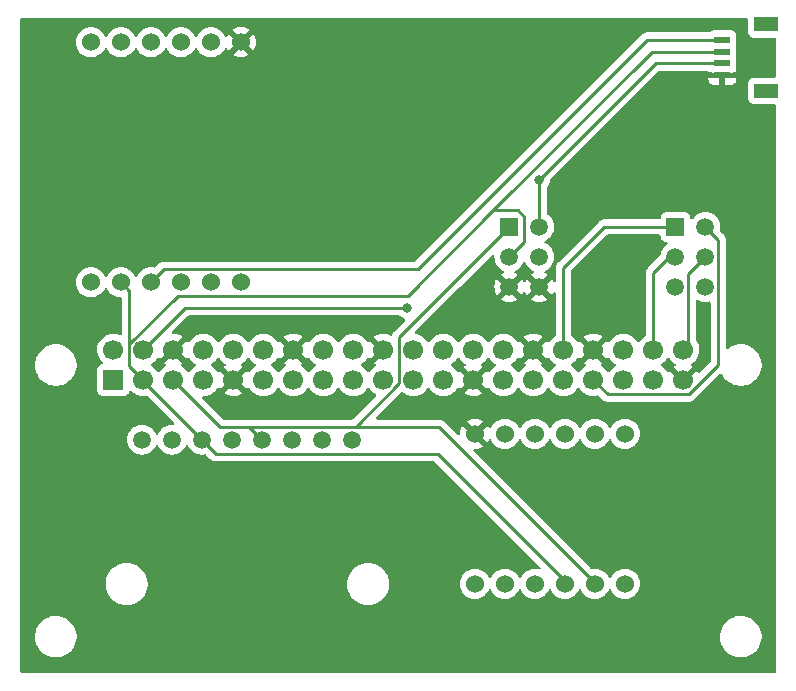
<source format=gbr>
%TF.GenerationSoftware,KiCad,Pcbnew,(6.0.1)*%
%TF.CreationDate,2022-01-30T17:08:52-06:00*%
%TF.ProjectId,BlackBox Hat,426c6163-6b42-46f7-9820-4861742e6b69,rev?*%
%TF.SameCoordinates,Original*%
%TF.FileFunction,Copper,L1,Top*%
%TF.FilePolarity,Positive*%
%FSLAX46Y46*%
G04 Gerber Fmt 4.6, Leading zero omitted, Abs format (unit mm)*
G04 Created by KiCad (PCBNEW (6.0.1)) date 2022-01-30 17:08:52*
%MOMM*%
%LPD*%
G01*
G04 APERTURE LIST*
%TA.AperFunction,SMDPad,CuDef*%
%ADD10R,2.000000X1.200000*%
%TD*%
%TA.AperFunction,SMDPad,CuDef*%
%ADD11R,1.350000X0.600000*%
%TD*%
%TA.AperFunction,ComponentPad*%
%ADD12C,1.499000*%
%TD*%
%TA.AperFunction,ComponentPad*%
%ADD13R,1.499000X1.499000*%
%TD*%
%TA.AperFunction,ComponentPad*%
%ADD14C,1.524000*%
%TD*%
%TA.AperFunction,ComponentPad*%
%ADD15C,1.700000*%
%TD*%
%TA.AperFunction,ComponentPad*%
%ADD16R,1.700000X1.700000*%
%TD*%
%TA.AperFunction,ViaPad*%
%ADD17C,0.800000*%
%TD*%
%TA.AperFunction,Conductor*%
%ADD18C,0.250000*%
%TD*%
G04 APERTURE END LIST*
D10*
%TO.P,JST,NC2*%
%TO.N,N/C*%
X76319000Y-82580000D03*
%TO.P,JST,NC1*%
X76319000Y-76980000D03*
D11*
%TO.P,JST,1*%
%TO.N,GND*%
X72644000Y-81280000D03*
%TO.P,JST,2*%
%TO.N,3.3V*%
X72644000Y-80280000D03*
%TO.P,JST,3*%
%TO.N,SDA*%
X72644000Y-79280000D03*
%TO.P,JST,4*%
%TO.N,SCL*%
X72644000Y-78280000D03*
%TD*%
D12*
%TO.P,S1,8*%
%TO.N,N/C*%
X23495000Y-112133000D03*
%TO.P,S1,7*%
X26035000Y-112133000D03*
%TO.P,S1,6*%
%TO.N,SDA*%
X28575000Y-112133000D03*
%TO.P,S1,1*%
%TO.N,3.3V*%
X41275000Y-112133000D03*
%TO.P,S1,2*%
%TO.N,N/C*%
X38735000Y-112133000D03*
%TO.P,S1,3*%
%TO.N,GND*%
X36195000Y-112133000D03*
%TO.P,S1,4*%
%TO.N,SCL*%
X33655000Y-112133000D03*
%TO.P,S1,5*%
%TO.N,N/C*%
X31115000Y-112133000D03*
%TD*%
D13*
%TO.P,P2,1*%
%TO.N,GP12*%
X68667500Y-94116250D03*
D12*
%TO.P,P2,2*%
%TO.N,GP13*%
X71207500Y-94116250D03*
%TO.P,P2,3*%
%TO.N,GP20*%
X68667500Y-96656250D03*
%TO.P,P2,4*%
%TO.N,GP21*%
X71207500Y-96656250D03*
%TO.P,P2,5*%
%TO.N,3.3V*%
X68667500Y-99196250D03*
%TO.P,P2,6*%
%TO.N,GND*%
X71207500Y-99196250D03*
%TD*%
D13*
%TO.P,P1,1*%
%TO.N,SCL*%
X54595750Y-94116250D03*
D12*
%TO.P,P1,2*%
%TO.N,3.3V*%
X57135750Y-94116250D03*
%TO.P,P1,3*%
%TO.N,SDA*%
X54595750Y-96656250D03*
%TO.P,P1,4*%
%TO.N,5V*%
X57135750Y-96656250D03*
%TO.P,P1,5*%
%TO.N,GND*%
X54595750Y-99196250D03*
%TO.P,P1,6*%
X57135750Y-99196250D03*
%TD*%
D14*
%TO.P,S3,1*%
%TO.N,GND*%
X31877000Y-78486000D03*
%TO.P,S3,2*%
%TO.N,N/C*%
X29337000Y-78486000D03*
%TO.P,S3,4*%
X24257000Y-78486000D03*
%TO.P,S3,3*%
%TO.N,3.3V*%
X26797000Y-78486000D03*
%TO.P,S3,6*%
%TO.N,N/C*%
X19177000Y-78486000D03*
%TO.P,S3,5*%
X21717000Y-78486000D03*
%TO.P,S3,11*%
%TO.N,SDA*%
X21717000Y-98806000D03*
%TO.P,S3,12*%
%TO.N,N/C*%
X19177000Y-98806000D03*
%TO.P,S3,9*%
%TO.N,GND*%
X26797000Y-98806000D03*
%TO.P,S3,10*%
%TO.N,SCL*%
X24257000Y-98806000D03*
%TO.P,S3,8*%
%TO.N,N/C*%
X29337000Y-98806000D03*
%TO.P,S3,7*%
%TO.N,3.3V*%
X31877000Y-98806000D03*
%TD*%
%TO.P,S3,2*%
%TO.N,N/C*%
X54229000Y-124333000D03*
%TO.P,S3,3*%
X56769000Y-124333000D03*
%TO.P,S3,4*%
%TO.N,SDA*%
X59309000Y-124333000D03*
%TO.P,S3,5*%
%TO.N,SCL*%
X61849000Y-124333000D03*
%TO.P,S3,6*%
%TO.N,N/C*%
X64389000Y-124333000D03*
%TO.P,S3,1*%
%TO.N,3.3V*%
X51689000Y-124333000D03*
%TO.P,S3,7*%
%TO.N,N/C*%
X64389000Y-111633000D03*
%TO.P,S3,8*%
X61849000Y-111633000D03*
%TO.P,S3,9*%
X59309000Y-111633000D03*
%TO.P,S3,10*%
X56769000Y-111633000D03*
%TO.P,S3,11*%
X54229000Y-111633000D03*
%TO.P,S3,12*%
%TO.N,GND*%
X51689000Y-111633000D03*
%TD*%
D15*
%TO.P,X1,40*%
%TO.N,GP21*%
X69330000Y-104531000D03*
%TO.P,X1,39*%
%TO.N,GND*%
X69330000Y-107071000D03*
%TO.P,X1,38*%
%TO.N,GP20*%
X66790000Y-104531000D03*
%TO.P,X1,37*%
%TO.N,N/C*%
X66790000Y-107071000D03*
%TO.P,X1,36*%
X64250000Y-104531000D03*
%TO.P,X1,35*%
X64250000Y-107071000D03*
%TO.P,X1,34*%
%TO.N,GND*%
X61710000Y-104531000D03*
%TO.P,X1,33*%
%TO.N,GP13*%
X61710000Y-107071000D03*
%TO.P,X1,32*%
%TO.N,GP12*%
X59170000Y-104531000D03*
%TO.P,X1,31*%
%TO.N,N/C*%
X59170000Y-107071000D03*
%TO.P,X1,30*%
%TO.N,GND*%
X56630000Y-104531000D03*
%TO.P,X1,29*%
%TO.N,N/C*%
X56630000Y-107071000D03*
%TO.P,X1,28*%
X54090000Y-104531000D03*
%TO.P,X1,27*%
X54090000Y-107071000D03*
%TO.P,X1,26*%
X51550000Y-104531000D03*
%TO.P,X1,25*%
%TO.N,GND*%
X51550000Y-107071000D03*
%TO.P,X1,24*%
%TO.N,N/C*%
X49010000Y-104531000D03*
%TO.P,X1,23*%
X49010000Y-107071000D03*
%TO.P,X1,22*%
X46470000Y-104531000D03*
%TO.P,X1,21*%
X46470000Y-107071000D03*
%TO.P,X1,20*%
%TO.N,GND*%
X43930000Y-104531000D03*
%TO.P,X1,19*%
%TO.N,N/C*%
X43930000Y-107071000D03*
%TO.P,X1,18*%
X41390000Y-104531000D03*
%TO.P,X1,17*%
%TO.N,3.3V*%
X41390000Y-107071000D03*
%TO.P,X1,16*%
%TO.N,N/C*%
X38850000Y-104531000D03*
%TO.P,X1,15*%
X38850000Y-107071000D03*
%TO.P,X1,14*%
%TO.N,GND*%
X36310000Y-104531000D03*
%TO.P,X1,13*%
%TO.N,N/C*%
X36310000Y-107071000D03*
%TO.P,X1,12*%
X33770000Y-104531000D03*
%TO.P,X1,11*%
X33770000Y-107071000D03*
%TO.P,X1,10*%
X31230000Y-104531000D03*
%TO.P,X1,9*%
%TO.N,GND*%
X31230000Y-107071000D03*
%TO.P,X1,8*%
%TO.N,N/C*%
X28690000Y-104531000D03*
%TO.P,X1,7*%
X28690000Y-107071000D03*
%TO.P,X1,6*%
%TO.N,GND*%
X26150000Y-104531000D03*
%TO.P,X1,5*%
%TO.N,SCL*%
X26150000Y-107071000D03*
%TO.P,X1,4*%
%TO.N,5V*%
X23610000Y-104531000D03*
%TO.P,X1,3*%
%TO.N,SDA*%
X23610000Y-107071000D03*
%TO.P,X1,2*%
%TO.N,5V*%
X21070000Y-104531000D03*
D16*
%TO.P,X1,1*%
%TO.N,3.3V*%
X21070000Y-107071000D03*
%TD*%
D17*
%TO.N,5V*%
X45937500Y-100968750D03*
%TO.N,3.3V*%
X57135750Y-90145500D03*
%TD*%
D18*
%TO.N,5V*%
X27172250Y-100968750D02*
X45937500Y-100968750D01*
X23610000Y-104531000D02*
X27172250Y-100968750D01*
%TO.N,3.3V*%
X57135750Y-90145500D02*
X57135750Y-94116250D01*
X67001250Y-80280000D02*
X57135750Y-90145500D01*
X72644000Y-80280000D02*
X67001250Y-80280000D01*
%TO.N,GP20*%
X66790000Y-98022500D02*
X66790000Y-104531000D01*
X68156250Y-96656250D02*
X66790000Y-98022500D01*
X68667500Y-96656250D02*
X68156250Y-96656250D01*
%TO.N,GP21*%
X69330000Y-104531000D02*
X69741511Y-104119489D01*
X69741511Y-104119489D02*
X69741511Y-98122239D01*
X69741511Y-98122239D02*
X71207500Y-96656250D01*
%TO.N,GP12*%
X59170000Y-97580000D02*
X59170000Y-104531000D01*
X62633750Y-94116250D02*
X59170000Y-97580000D01*
X68667500Y-94116250D02*
X62633750Y-94116250D01*
%TO.N,GP13*%
X72281511Y-105780499D02*
X69780760Y-108281250D01*
X72281511Y-95190261D02*
X72281511Y-105780499D01*
X71207500Y-94116250D02*
X72281511Y-95190261D01*
X69780760Y-108281250D02*
X62920250Y-108281250D01*
X62920250Y-108281250D02*
X61710000Y-107071000D01*
%TO.N,SDA*%
X48562500Y-113343750D02*
X29785750Y-113343750D01*
X59309000Y-124333000D02*
X59309000Y-124090250D01*
X59309000Y-124090250D02*
X48562500Y-113343750D01*
X29785750Y-113343750D02*
X28575000Y-112133000D01*
%TO.N,SCL*%
X61849000Y-124286500D02*
X48621489Y-111058989D01*
X48621489Y-111058989D02*
X41603021Y-111058989D01*
X61849000Y-124333000D02*
X61849000Y-124286500D01*
X46875000Y-97687500D02*
X25375500Y-97687500D01*
X66282500Y-78280000D02*
X46875000Y-97687500D01*
X72644000Y-78280000D02*
X66282500Y-78280000D01*
X25375500Y-97687500D02*
X24257000Y-98806000D01*
%TO.N,SDA*%
X66688750Y-79280000D02*
X72644000Y-79280000D01*
X53250000Y-92718750D02*
X66688750Y-79280000D01*
X55875000Y-95377000D02*
X54595750Y-96656250D01*
X53250000Y-92718750D02*
X55346272Y-92718750D01*
X55346272Y-92718750D02*
X55875000Y-93247478D01*
X46031250Y-99937500D02*
X53250000Y-92718750D01*
X26542490Y-99937500D02*
X46031250Y-99937500D01*
X22435489Y-104044501D02*
X26542490Y-99937500D01*
X55875000Y-93247478D02*
X55875000Y-95377000D01*
X22435489Y-105896489D02*
X22435489Y-99524489D01*
X22435489Y-99524489D02*
X21717000Y-98806000D01*
X23610000Y-107071000D02*
X22435489Y-105896489D01*
%TO.N,SCL*%
X45295489Y-103416511D02*
X54595750Y-94116250D01*
X45295489Y-107366521D02*
X45295489Y-103416511D01*
X41603021Y-111058989D02*
X45295489Y-107366521D01*
X32580989Y-111058989D02*
X41603021Y-111058989D01*
X30137989Y-111058989D02*
X26150000Y-107071000D01*
X32580989Y-111058989D02*
X30137989Y-111058989D01*
X33655000Y-112133000D02*
X32580989Y-111058989D01*
%TO.N,SDA*%
X23610000Y-107168000D02*
X23610000Y-107071000D01*
X28575000Y-112133000D02*
X23610000Y-107168000D01*
%TD*%
%TA.AperFunction,Conductor*%
%TO.N,GND*%
G36*
X74752621Y-76428002D02*
G01*
X74799114Y-76481658D01*
X74810500Y-76534000D01*
X74810500Y-77628134D01*
X74817255Y-77690316D01*
X74868385Y-77826705D01*
X74955739Y-77943261D01*
X75072295Y-78030615D01*
X75208684Y-78081745D01*
X75270866Y-78088500D01*
X77066000Y-78088500D01*
X77134121Y-78108502D01*
X77180614Y-78162158D01*
X77192000Y-78214500D01*
X77192000Y-81345500D01*
X77171998Y-81413621D01*
X77118342Y-81460114D01*
X77066000Y-81471500D01*
X75270866Y-81471500D01*
X75208684Y-81478255D01*
X75072295Y-81529385D01*
X74955739Y-81616739D01*
X74868385Y-81733295D01*
X74817255Y-81869684D01*
X74810500Y-81931866D01*
X74810500Y-83228134D01*
X74817255Y-83290316D01*
X74868385Y-83426705D01*
X74955739Y-83543261D01*
X75072295Y-83630615D01*
X75208684Y-83681745D01*
X75270866Y-83688500D01*
X77066000Y-83688500D01*
X77134121Y-83708502D01*
X77180614Y-83762158D01*
X77192000Y-83814500D01*
X77192000Y-131766000D01*
X77171998Y-131834121D01*
X77118342Y-131880614D01*
X77066000Y-131892000D01*
X13334000Y-131892000D01*
X13265879Y-131871998D01*
X13219386Y-131818342D01*
X13208000Y-131766000D01*
X13208000Y-128908655D01*
X14439858Y-128908655D01*
X14475104Y-129167638D01*
X14476412Y-129172124D01*
X14476412Y-129172126D01*
X14496098Y-129239664D01*
X14548243Y-129418567D01*
X14657668Y-129655928D01*
X14660231Y-129659837D01*
X14798410Y-129870596D01*
X14798414Y-129870601D01*
X14800976Y-129874509D01*
X14975018Y-130069506D01*
X15175970Y-130236637D01*
X15179973Y-130239066D01*
X15395422Y-130369804D01*
X15395426Y-130369806D01*
X15399419Y-130372229D01*
X15640455Y-130473303D01*
X15893783Y-130537641D01*
X15898434Y-130538109D01*
X15898438Y-130538110D01*
X16091308Y-130557531D01*
X16110867Y-130559500D01*
X16266354Y-130559500D01*
X16268679Y-130559327D01*
X16268685Y-130559327D01*
X16456000Y-130545407D01*
X16456004Y-130545406D01*
X16460652Y-130545061D01*
X16465200Y-130544032D01*
X16465206Y-130544031D01*
X16651601Y-130501853D01*
X16715577Y-130487377D01*
X16751769Y-130473303D01*
X16954824Y-130394340D01*
X16954827Y-130394339D01*
X16959177Y-130392647D01*
X17186098Y-130262951D01*
X17391357Y-130101138D01*
X17570443Y-129910763D01*
X17719424Y-129696009D01*
X17835025Y-129461593D01*
X17914707Y-129212665D01*
X17956721Y-128954693D01*
X17957324Y-128908655D01*
X72439858Y-128908655D01*
X72475104Y-129167638D01*
X72476412Y-129172124D01*
X72476412Y-129172126D01*
X72496098Y-129239664D01*
X72548243Y-129418567D01*
X72657668Y-129655928D01*
X72660231Y-129659837D01*
X72798410Y-129870596D01*
X72798414Y-129870601D01*
X72800976Y-129874509D01*
X72975018Y-130069506D01*
X73175970Y-130236637D01*
X73179973Y-130239066D01*
X73395422Y-130369804D01*
X73395426Y-130369806D01*
X73399419Y-130372229D01*
X73640455Y-130473303D01*
X73893783Y-130537641D01*
X73898434Y-130538109D01*
X73898438Y-130538110D01*
X74091308Y-130557531D01*
X74110867Y-130559500D01*
X74266354Y-130559500D01*
X74268679Y-130559327D01*
X74268685Y-130559327D01*
X74456000Y-130545407D01*
X74456004Y-130545406D01*
X74460652Y-130545061D01*
X74465200Y-130544032D01*
X74465206Y-130544031D01*
X74651601Y-130501853D01*
X74715577Y-130487377D01*
X74751769Y-130473303D01*
X74954824Y-130394340D01*
X74954827Y-130394339D01*
X74959177Y-130392647D01*
X75186098Y-130262951D01*
X75391357Y-130101138D01*
X75570443Y-129910763D01*
X75719424Y-129696009D01*
X75835025Y-129461593D01*
X75914707Y-129212665D01*
X75956721Y-128954693D01*
X75960142Y-128693345D01*
X75924896Y-128434362D01*
X75910473Y-128384877D01*
X75853068Y-128187932D01*
X75851757Y-128183433D01*
X75742332Y-127946072D01*
X75709519Y-127896024D01*
X75601590Y-127731404D01*
X75601586Y-127731399D01*
X75599024Y-127727491D01*
X75424982Y-127532494D01*
X75224030Y-127365363D01*
X75176844Y-127336730D01*
X75004578Y-127232196D01*
X75004574Y-127232194D01*
X75000581Y-127229771D01*
X74759545Y-127128697D01*
X74506217Y-127064359D01*
X74501566Y-127063891D01*
X74501562Y-127063890D01*
X74292271Y-127042816D01*
X74289133Y-127042500D01*
X74133646Y-127042500D01*
X74131321Y-127042673D01*
X74131315Y-127042673D01*
X73944000Y-127056593D01*
X73943996Y-127056594D01*
X73939348Y-127056939D01*
X73934800Y-127057968D01*
X73934794Y-127057969D01*
X73748399Y-127100147D01*
X73684423Y-127114623D01*
X73680071Y-127116315D01*
X73680069Y-127116316D01*
X73445176Y-127207660D01*
X73445173Y-127207661D01*
X73440823Y-127209353D01*
X73213902Y-127339049D01*
X73008643Y-127500862D01*
X72829557Y-127691237D01*
X72680576Y-127905991D01*
X72564975Y-128140407D01*
X72485293Y-128389335D01*
X72443279Y-128647307D01*
X72439858Y-128908655D01*
X17957324Y-128908655D01*
X17960142Y-128693345D01*
X17924896Y-128434362D01*
X17910473Y-128384877D01*
X17853068Y-128187932D01*
X17851757Y-128183433D01*
X17742332Y-127946072D01*
X17709519Y-127896024D01*
X17601590Y-127731404D01*
X17601586Y-127731399D01*
X17599024Y-127727491D01*
X17424982Y-127532494D01*
X17224030Y-127365363D01*
X17176844Y-127336730D01*
X17004578Y-127232196D01*
X17004574Y-127232194D01*
X17000581Y-127229771D01*
X16759545Y-127128697D01*
X16506217Y-127064359D01*
X16501566Y-127063891D01*
X16501562Y-127063890D01*
X16292271Y-127042816D01*
X16289133Y-127042500D01*
X16133646Y-127042500D01*
X16131321Y-127042673D01*
X16131315Y-127042673D01*
X15944000Y-127056593D01*
X15943996Y-127056594D01*
X15939348Y-127056939D01*
X15934800Y-127057968D01*
X15934794Y-127057969D01*
X15748399Y-127100147D01*
X15684423Y-127114623D01*
X15680071Y-127116315D01*
X15680069Y-127116316D01*
X15445176Y-127207660D01*
X15445173Y-127207661D01*
X15440823Y-127209353D01*
X15213902Y-127339049D01*
X15008643Y-127500862D01*
X14829557Y-127691237D01*
X14680576Y-127905991D01*
X14564975Y-128140407D01*
X14485293Y-128389335D01*
X14443279Y-128647307D01*
X14439858Y-128908655D01*
X13208000Y-128908655D01*
X13208000Y-124462879D01*
X20413840Y-124462879D01*
X20449486Y-124724808D01*
X20450795Y-124729298D01*
X20450796Y-124729304D01*
X20473858Y-124808423D01*
X20523457Y-124978590D01*
X20634127Y-125218652D01*
X20636690Y-125222561D01*
X20776499Y-125435805D01*
X20776503Y-125435810D01*
X20779065Y-125439718D01*
X20858857Y-125529117D01*
X20912285Y-125588978D01*
X20955086Y-125636933D01*
X21158324Y-125805964D01*
X21384314Y-125943099D01*
X21388622Y-125944905D01*
X21388623Y-125944906D01*
X21623776Y-126043514D01*
X21623781Y-126043516D01*
X21628091Y-126045323D01*
X21632623Y-126046474D01*
X21632626Y-126046475D01*
X21688197Y-126060588D01*
X21884301Y-126110392D01*
X22103856Y-126132500D01*
X22261108Y-126132500D01*
X22263433Y-126132327D01*
X22263439Y-126132327D01*
X22452964Y-126118243D01*
X22452968Y-126118242D01*
X22457616Y-126117897D01*
X22715441Y-126059557D01*
X22719795Y-126057864D01*
X22957458Y-125965442D01*
X22957460Y-125965441D01*
X22961811Y-125963749D01*
X22994780Y-125944906D01*
X23046448Y-125915375D01*
X23191313Y-125832578D01*
X23398906Y-125668925D01*
X23580030Y-125476385D01*
X23609204Y-125434331D01*
X23728042Y-125263026D01*
X23728045Y-125263021D01*
X23730704Y-125259188D01*
X23732771Y-125254997D01*
X23845555Y-125026294D01*
X23845556Y-125026291D01*
X23847620Y-125022106D01*
X23928209Y-124770347D01*
X23951420Y-124627825D01*
X23969949Y-124514053D01*
X23969949Y-124514052D01*
X23970700Y-124509441D01*
X23971310Y-124462879D01*
X40860840Y-124462879D01*
X40896486Y-124724808D01*
X40897795Y-124729298D01*
X40897796Y-124729304D01*
X40920858Y-124808423D01*
X40970457Y-124978590D01*
X41081127Y-125218652D01*
X41083690Y-125222561D01*
X41223499Y-125435805D01*
X41223503Y-125435810D01*
X41226065Y-125439718D01*
X41305857Y-125529117D01*
X41359285Y-125588978D01*
X41402086Y-125636933D01*
X41605324Y-125805964D01*
X41831314Y-125943099D01*
X41835622Y-125944905D01*
X41835623Y-125944906D01*
X42070776Y-126043514D01*
X42070781Y-126043516D01*
X42075091Y-126045323D01*
X42079623Y-126046474D01*
X42079626Y-126046475D01*
X42135197Y-126060588D01*
X42331301Y-126110392D01*
X42550856Y-126132500D01*
X42708108Y-126132500D01*
X42710433Y-126132327D01*
X42710439Y-126132327D01*
X42899964Y-126118243D01*
X42899968Y-126118242D01*
X42904616Y-126117897D01*
X43162441Y-126059557D01*
X43166795Y-126057864D01*
X43404458Y-125965442D01*
X43404460Y-125965441D01*
X43408811Y-125963749D01*
X43441780Y-125944906D01*
X43493448Y-125915375D01*
X43638313Y-125832578D01*
X43845906Y-125668925D01*
X44027030Y-125476385D01*
X44056204Y-125434331D01*
X44175042Y-125263026D01*
X44175045Y-125263021D01*
X44177704Y-125259188D01*
X44179771Y-125254997D01*
X44292555Y-125026294D01*
X44292556Y-125026291D01*
X44294620Y-125022106D01*
X44375209Y-124770347D01*
X44398420Y-124627825D01*
X44416949Y-124514053D01*
X44416949Y-124514052D01*
X44417700Y-124509441D01*
X44421160Y-124245121D01*
X44385514Y-123983192D01*
X44380371Y-123965545D01*
X44352735Y-123870732D01*
X44311543Y-123729410D01*
X44293751Y-123690815D01*
X44213957Y-123517730D01*
X44200873Y-123489348D01*
X44111390Y-123352864D01*
X44058501Y-123272195D01*
X44058497Y-123272190D01*
X44055935Y-123268282D01*
X43935314Y-123133137D01*
X43883031Y-123074559D01*
X43883029Y-123074557D01*
X43879914Y-123071067D01*
X43676676Y-122902036D01*
X43450686Y-122764901D01*
X43406969Y-122746569D01*
X43211224Y-122664486D01*
X43211219Y-122664484D01*
X43206909Y-122662677D01*
X43202377Y-122661526D01*
X43202374Y-122661525D01*
X43074879Y-122629146D01*
X42950699Y-122597608D01*
X42731144Y-122575500D01*
X42573892Y-122575500D01*
X42571567Y-122575673D01*
X42571561Y-122575673D01*
X42382036Y-122589757D01*
X42382032Y-122589758D01*
X42377384Y-122590103D01*
X42119559Y-122648443D01*
X42115207Y-122650135D01*
X42115205Y-122650136D01*
X41877542Y-122742558D01*
X41877540Y-122742559D01*
X41873189Y-122744251D01*
X41869135Y-122746568D01*
X41869133Y-122746569D01*
X41837059Y-122764901D01*
X41643687Y-122875422D01*
X41436094Y-123039075D01*
X41254970Y-123231615D01*
X41252304Y-123235458D01*
X41168666Y-123356023D01*
X41104296Y-123448812D01*
X41102230Y-123453001D01*
X41102229Y-123453003D01*
X41086234Y-123485439D01*
X40987380Y-123685894D01*
X40906791Y-123937653D01*
X40864300Y-124198559D01*
X40860840Y-124462879D01*
X23971310Y-124462879D01*
X23974160Y-124245121D01*
X23938514Y-123983192D01*
X23933371Y-123965545D01*
X23905735Y-123870732D01*
X23864543Y-123729410D01*
X23846751Y-123690815D01*
X23766957Y-123517730D01*
X23753873Y-123489348D01*
X23664390Y-123352864D01*
X23611501Y-123272195D01*
X23611497Y-123272190D01*
X23608935Y-123268282D01*
X23488314Y-123133137D01*
X23436031Y-123074559D01*
X23436029Y-123074557D01*
X23432914Y-123071067D01*
X23229676Y-122902036D01*
X23003686Y-122764901D01*
X22959969Y-122746569D01*
X22764224Y-122664486D01*
X22764219Y-122664484D01*
X22759909Y-122662677D01*
X22755377Y-122661526D01*
X22755374Y-122661525D01*
X22627879Y-122629146D01*
X22503699Y-122597608D01*
X22284144Y-122575500D01*
X22126892Y-122575500D01*
X22124567Y-122575673D01*
X22124561Y-122575673D01*
X21935036Y-122589757D01*
X21935032Y-122589758D01*
X21930384Y-122590103D01*
X21672559Y-122648443D01*
X21668207Y-122650135D01*
X21668205Y-122650136D01*
X21430542Y-122742558D01*
X21430540Y-122742559D01*
X21426189Y-122744251D01*
X21422135Y-122746568D01*
X21422133Y-122746569D01*
X21390059Y-122764901D01*
X21196687Y-122875422D01*
X20989094Y-123039075D01*
X20807970Y-123231615D01*
X20805304Y-123235458D01*
X20721666Y-123356023D01*
X20657296Y-123448812D01*
X20655230Y-123453001D01*
X20655229Y-123453003D01*
X20639234Y-123485439D01*
X20540380Y-123685894D01*
X20459791Y-123937653D01*
X20417300Y-124198559D01*
X20413840Y-124462879D01*
X13208000Y-124462879D01*
X13208000Y-105908655D01*
X14439858Y-105908655D01*
X14475104Y-106167638D01*
X14476412Y-106172124D01*
X14476412Y-106172126D01*
X14489609Y-106217403D01*
X14548243Y-106418567D01*
X14657668Y-106655928D01*
X14660231Y-106659837D01*
X14798410Y-106870596D01*
X14798414Y-106870601D01*
X14800976Y-106874509D01*
X14975018Y-107069506D01*
X15175970Y-107236637D01*
X15179973Y-107239066D01*
X15395422Y-107369804D01*
X15395426Y-107369806D01*
X15399419Y-107372229D01*
X15640455Y-107473303D01*
X15893783Y-107537641D01*
X15898434Y-107538109D01*
X15898438Y-107538110D01*
X16091308Y-107557531D01*
X16110867Y-107559500D01*
X16266354Y-107559500D01*
X16268679Y-107559327D01*
X16268685Y-107559327D01*
X16456000Y-107545407D01*
X16456004Y-107545406D01*
X16460652Y-107545061D01*
X16465200Y-107544032D01*
X16465206Y-107544031D01*
X16651601Y-107501853D01*
X16715577Y-107487377D01*
X16751769Y-107473303D01*
X16954824Y-107394340D01*
X16954827Y-107394339D01*
X16959177Y-107392647D01*
X17186098Y-107262951D01*
X17391357Y-107101138D01*
X17570443Y-106910763D01*
X17676116Y-106758437D01*
X17716759Y-106699851D01*
X17716761Y-106699848D01*
X17719424Y-106696009D01*
X17775447Y-106582406D01*
X17832960Y-106465781D01*
X17832961Y-106465778D01*
X17835025Y-106461593D01*
X17846150Y-106426840D01*
X17913280Y-106217123D01*
X17914707Y-106212665D01*
X17956721Y-105954693D01*
X17959360Y-105753069D01*
X17960081Y-105698022D01*
X17960081Y-105698019D01*
X17960142Y-105693345D01*
X17924896Y-105434362D01*
X17910473Y-105384877D01*
X17881680Y-105286096D01*
X17851757Y-105183433D01*
X17849541Y-105178625D01*
X17744289Y-104950318D01*
X17742332Y-104946072D01*
X17655702Y-104813939D01*
X17601590Y-104731404D01*
X17601586Y-104731399D01*
X17599024Y-104727491D01*
X17424982Y-104532494D01*
X17224030Y-104365363D01*
X17176844Y-104336730D01*
X17004578Y-104232196D01*
X17004574Y-104232194D01*
X17000581Y-104229771D01*
X16759545Y-104128697D01*
X16506217Y-104064359D01*
X16501566Y-104063891D01*
X16501562Y-104063890D01*
X16292271Y-104042816D01*
X16289133Y-104042500D01*
X16133646Y-104042500D01*
X16131321Y-104042673D01*
X16131315Y-104042673D01*
X15944000Y-104056593D01*
X15943996Y-104056594D01*
X15939348Y-104056939D01*
X15934800Y-104057968D01*
X15934794Y-104057969D01*
X15763542Y-104096720D01*
X15684423Y-104114623D01*
X15680071Y-104116315D01*
X15680069Y-104116316D01*
X15445176Y-104207660D01*
X15445173Y-104207661D01*
X15440823Y-104209353D01*
X15213902Y-104339049D01*
X15008643Y-104500862D01*
X14829557Y-104691237D01*
X14744435Y-104813939D01*
X14687918Y-104895408D01*
X14680576Y-104905991D01*
X14678510Y-104910181D01*
X14678508Y-104910184D01*
X14662116Y-104943425D01*
X14564975Y-105140407D01*
X14563553Y-105144850D01*
X14563552Y-105144852D01*
X14502337Y-105336088D01*
X14485293Y-105389335D01*
X14443279Y-105647307D01*
X14442555Y-105702593D01*
X14440264Y-105877669D01*
X14439858Y-105908655D01*
X13208000Y-105908655D01*
X13208000Y-98806000D01*
X17901647Y-98806000D01*
X17921022Y-99027463D01*
X17978560Y-99242196D01*
X17980882Y-99247177D01*
X17980883Y-99247178D01*
X18070186Y-99438689D01*
X18070189Y-99438694D01*
X18072512Y-99443676D01*
X18075668Y-99448183D01*
X18075669Y-99448185D01*
X18178072Y-99594431D01*
X18200023Y-99625781D01*
X18357219Y-99782977D01*
X18361727Y-99786134D01*
X18361730Y-99786136D01*
X18413549Y-99822420D01*
X18539323Y-99910488D01*
X18544305Y-99912811D01*
X18544310Y-99912814D01*
X18735822Y-100002117D01*
X18740804Y-100004440D01*
X18746112Y-100005862D01*
X18746114Y-100005863D01*
X18811949Y-100023503D01*
X18955537Y-100061978D01*
X19177000Y-100081353D01*
X19398463Y-100061978D01*
X19542051Y-100023503D01*
X19607886Y-100005863D01*
X19607888Y-100005862D01*
X19613196Y-100004440D01*
X19618178Y-100002117D01*
X19809690Y-99912814D01*
X19809695Y-99912811D01*
X19814677Y-99910488D01*
X19940451Y-99822420D01*
X19992270Y-99786136D01*
X19992273Y-99786134D01*
X19996781Y-99782977D01*
X20153977Y-99625781D01*
X20175929Y-99594431D01*
X20278331Y-99448185D01*
X20278332Y-99448183D01*
X20281488Y-99443676D01*
X20283811Y-99438694D01*
X20283814Y-99438689D01*
X20332805Y-99333627D01*
X20379723Y-99280342D01*
X20448000Y-99260881D01*
X20515960Y-99281423D01*
X20561195Y-99333627D01*
X20610186Y-99438689D01*
X20610189Y-99438694D01*
X20612512Y-99443676D01*
X20615668Y-99448183D01*
X20615669Y-99448185D01*
X20718072Y-99594431D01*
X20740023Y-99625781D01*
X20897219Y-99782977D01*
X20901727Y-99786134D01*
X20901730Y-99786136D01*
X20953549Y-99822420D01*
X21079323Y-99910488D01*
X21084305Y-99912811D01*
X21084310Y-99912814D01*
X21275822Y-100002117D01*
X21280804Y-100004440D01*
X21286112Y-100005862D01*
X21286114Y-100005863D01*
X21351949Y-100023503D01*
X21495537Y-100061978D01*
X21624255Y-100073239D01*
X21686970Y-100078726D01*
X21753089Y-100104589D01*
X21794728Y-100162093D01*
X21801989Y-100204247D01*
X21801989Y-103171175D01*
X21781987Y-103239296D01*
X21728331Y-103285789D01*
X21658057Y-103295893D01*
X21628867Y-103287417D01*
X21628789Y-103287638D01*
X21624964Y-103286283D01*
X21624956Y-103286281D01*
X21623568Y-103285789D01*
X21423087Y-103214795D01*
X21423083Y-103214794D01*
X21418212Y-103213069D01*
X21413119Y-103212162D01*
X21413116Y-103212161D01*
X21203373Y-103174800D01*
X21203367Y-103174799D01*
X21198284Y-103173894D01*
X21124452Y-103172992D01*
X20980081Y-103171228D01*
X20980079Y-103171228D01*
X20974911Y-103171165D01*
X20754091Y-103204955D01*
X20541756Y-103274357D01*
X20507676Y-103292098D01*
X20367975Y-103364822D01*
X20343607Y-103377507D01*
X20339474Y-103380610D01*
X20339471Y-103380612D01*
X20169100Y-103508530D01*
X20164965Y-103511635D01*
X20010629Y-103673138D01*
X20007720Y-103677403D01*
X20007714Y-103677411D01*
X19995404Y-103695457D01*
X19884743Y-103857680D01*
X19869003Y-103891590D01*
X19798953Y-104042500D01*
X19790688Y-104060305D01*
X19730989Y-104275570D01*
X19707251Y-104497695D01*
X19707548Y-104502848D01*
X19707548Y-104502851D01*
X19713202Y-104600908D01*
X19720110Y-104720715D01*
X19721247Y-104725761D01*
X19721248Y-104725767D01*
X19741119Y-104813939D01*
X19769222Y-104938639D01*
X19853266Y-105145616D01*
X19904019Y-105228438D01*
X19967291Y-105331688D01*
X19969987Y-105336088D01*
X20116250Y-105504938D01*
X20120230Y-105508242D01*
X20124981Y-105512187D01*
X20164616Y-105571090D01*
X20166113Y-105642071D01*
X20128997Y-105702593D01*
X20088725Y-105727112D01*
X20047913Y-105742412D01*
X19973295Y-105770385D01*
X19856739Y-105857739D01*
X19769385Y-105974295D01*
X19718255Y-106110684D01*
X19711500Y-106172866D01*
X19711500Y-107969134D01*
X19718255Y-108031316D01*
X19769385Y-108167705D01*
X19856739Y-108284261D01*
X19973295Y-108371615D01*
X20109684Y-108422745D01*
X20171866Y-108429500D01*
X21968134Y-108429500D01*
X22030316Y-108422745D01*
X22166705Y-108371615D01*
X22283261Y-108284261D01*
X22370615Y-108167705D01*
X22386750Y-108124666D01*
X22414598Y-108050382D01*
X22457240Y-107993618D01*
X22523802Y-107968918D01*
X22593150Y-107984126D01*
X22627817Y-108012114D01*
X22656250Y-108044938D01*
X22828126Y-108187632D01*
X23021000Y-108300338D01*
X23025825Y-108302180D01*
X23025826Y-108302181D01*
X23098612Y-108329975D01*
X23229692Y-108380030D01*
X23234760Y-108381061D01*
X23234763Y-108381062D01*
X23339604Y-108402392D01*
X23448597Y-108424567D01*
X23453772Y-108424757D01*
X23453774Y-108424757D01*
X23666673Y-108432564D01*
X23666677Y-108432564D01*
X23671837Y-108432753D01*
X23676957Y-108432097D01*
X23676959Y-108432097D01*
X23749961Y-108422745D01*
X23882626Y-108405750D01*
X23952735Y-108416934D01*
X23987730Y-108441634D01*
X26208060Y-110661964D01*
X26242086Y-110724276D01*
X26237021Y-110795091D01*
X26194474Y-110851927D01*
X26127954Y-110876738D01*
X26107984Y-110876580D01*
X26040476Y-110870674D01*
X26040475Y-110870674D01*
X26035000Y-110870195D01*
X25815716Y-110889380D01*
X25810402Y-110890804D01*
X25810401Y-110890804D01*
X25608405Y-110944928D01*
X25608403Y-110944929D01*
X25603095Y-110946351D01*
X25598115Y-110948673D01*
X25598113Y-110948674D01*
X25408579Y-111037056D01*
X25408576Y-111037058D01*
X25403598Y-111039379D01*
X25223285Y-111165635D01*
X25067635Y-111321285D01*
X24941379Y-111501598D01*
X24939058Y-111506576D01*
X24939056Y-111506579D01*
X24879195Y-111634951D01*
X24832277Y-111688236D01*
X24764000Y-111707697D01*
X24696040Y-111687155D01*
X24650805Y-111634951D01*
X24590944Y-111506579D01*
X24590942Y-111506576D01*
X24588621Y-111501598D01*
X24462365Y-111321285D01*
X24306715Y-111165635D01*
X24302207Y-111162478D01*
X24302204Y-111162476D01*
X24130912Y-111042536D01*
X24130909Y-111042534D01*
X24126403Y-111039379D01*
X24121421Y-111037056D01*
X24121416Y-111037053D01*
X23931887Y-110948674D01*
X23931885Y-110948673D01*
X23926905Y-110946351D01*
X23921597Y-110944929D01*
X23921595Y-110944928D01*
X23719599Y-110890804D01*
X23719598Y-110890804D01*
X23714284Y-110889380D01*
X23495000Y-110870195D01*
X23275716Y-110889380D01*
X23270402Y-110890804D01*
X23270401Y-110890804D01*
X23068405Y-110944928D01*
X23068403Y-110944929D01*
X23063095Y-110946351D01*
X23058115Y-110948673D01*
X23058113Y-110948674D01*
X22868579Y-111037056D01*
X22868576Y-111037058D01*
X22863598Y-111039379D01*
X22683285Y-111165635D01*
X22527635Y-111321285D01*
X22401379Y-111501598D01*
X22399058Y-111506576D01*
X22399056Y-111506579D01*
X22311572Y-111694187D01*
X22308351Y-111701095D01*
X22306929Y-111706403D01*
X22306928Y-111706405D01*
X22265833Y-111859776D01*
X22251380Y-111913716D01*
X22232195Y-112133000D01*
X22251380Y-112352284D01*
X22252804Y-112357598D01*
X22252804Y-112357599D01*
X22278521Y-112453575D01*
X22308351Y-112564905D01*
X22310673Y-112569885D01*
X22310674Y-112569887D01*
X22393770Y-112748084D01*
X22401379Y-112764402D01*
X22527635Y-112944715D01*
X22683285Y-113100365D01*
X22687793Y-113103522D01*
X22687796Y-113103524D01*
X22713747Y-113121695D01*
X22863597Y-113226621D01*
X22868579Y-113228944D01*
X22868584Y-113228947D01*
X23058113Y-113317326D01*
X23063095Y-113319649D01*
X23068403Y-113321071D01*
X23068405Y-113321072D01*
X23270401Y-113375196D01*
X23270402Y-113375196D01*
X23275716Y-113376620D01*
X23495000Y-113395805D01*
X23714284Y-113376620D01*
X23719598Y-113375196D01*
X23719599Y-113375196D01*
X23921595Y-113321072D01*
X23921597Y-113321071D01*
X23926905Y-113319649D01*
X23931887Y-113317326D01*
X24121416Y-113228947D01*
X24121421Y-113228944D01*
X24126403Y-113226621D01*
X24276253Y-113121695D01*
X24302204Y-113103524D01*
X24302207Y-113103522D01*
X24306715Y-113100365D01*
X24462365Y-112944715D01*
X24588621Y-112764402D01*
X24596231Y-112748084D01*
X24650805Y-112631049D01*
X24697723Y-112577764D01*
X24766000Y-112558303D01*
X24833960Y-112578845D01*
X24879195Y-112631049D01*
X24933770Y-112748084D01*
X24941379Y-112764402D01*
X25067635Y-112944715D01*
X25223285Y-113100365D01*
X25227793Y-113103522D01*
X25227796Y-113103524D01*
X25253747Y-113121695D01*
X25403597Y-113226621D01*
X25408579Y-113228944D01*
X25408584Y-113228947D01*
X25598113Y-113317326D01*
X25603095Y-113319649D01*
X25608403Y-113321071D01*
X25608405Y-113321072D01*
X25810401Y-113375196D01*
X25810402Y-113375196D01*
X25815716Y-113376620D01*
X26035000Y-113395805D01*
X26254284Y-113376620D01*
X26259598Y-113375196D01*
X26259599Y-113375196D01*
X26461595Y-113321072D01*
X26461597Y-113321071D01*
X26466905Y-113319649D01*
X26471887Y-113317326D01*
X26661416Y-113228947D01*
X26661421Y-113228944D01*
X26666403Y-113226621D01*
X26816253Y-113121695D01*
X26842204Y-113103524D01*
X26842207Y-113103522D01*
X26846715Y-113100365D01*
X27002365Y-112944715D01*
X27128621Y-112764402D01*
X27136231Y-112748084D01*
X27190805Y-112631049D01*
X27237723Y-112577764D01*
X27306000Y-112558303D01*
X27373960Y-112578845D01*
X27419195Y-112631049D01*
X27473770Y-112748084D01*
X27481379Y-112764402D01*
X27607635Y-112944715D01*
X27763285Y-113100365D01*
X27767793Y-113103522D01*
X27767796Y-113103524D01*
X27793747Y-113121695D01*
X27943597Y-113226621D01*
X27948579Y-113228944D01*
X27948584Y-113228947D01*
X28138113Y-113317326D01*
X28143095Y-113319649D01*
X28148403Y-113321071D01*
X28148405Y-113321072D01*
X28350401Y-113375196D01*
X28350402Y-113375196D01*
X28355716Y-113376620D01*
X28575000Y-113395805D01*
X28794284Y-113376620D01*
X28825308Y-113368307D01*
X28896284Y-113369997D01*
X28947015Y-113400919D01*
X29282103Y-113736008D01*
X29289637Y-113744287D01*
X29293750Y-113750768D01*
X29343401Y-113797393D01*
X29346243Y-113800148D01*
X29365980Y-113819885D01*
X29369177Y-113822365D01*
X29378197Y-113830068D01*
X29410429Y-113860336D01*
X29417375Y-113864155D01*
X29417378Y-113864157D01*
X29428184Y-113870098D01*
X29444703Y-113880949D01*
X29460709Y-113893364D01*
X29467978Y-113896509D01*
X29467982Y-113896512D01*
X29501287Y-113910924D01*
X29511937Y-113916141D01*
X29550690Y-113937445D01*
X29558365Y-113939416D01*
X29558366Y-113939416D01*
X29570312Y-113942483D01*
X29589017Y-113948887D01*
X29607605Y-113956931D01*
X29615428Y-113958170D01*
X29615438Y-113958173D01*
X29651274Y-113963849D01*
X29662894Y-113966255D01*
X29698039Y-113975278D01*
X29705720Y-113977250D01*
X29725974Y-113977250D01*
X29745684Y-113978801D01*
X29765693Y-113981970D01*
X29773585Y-113981224D01*
X29809711Y-113977809D01*
X29821569Y-113977250D01*
X48247906Y-113977250D01*
X48316027Y-113997252D01*
X48337001Y-114014155D01*
X57217211Y-122894366D01*
X57251237Y-122956678D01*
X57246172Y-123027493D01*
X57203625Y-123084329D01*
X57137105Y-123109140D01*
X57095505Y-123105168D01*
X57063107Y-123096487D01*
X56990463Y-123077022D01*
X56769000Y-123057647D01*
X56547537Y-123077022D01*
X56442496Y-123105168D01*
X56338114Y-123133137D01*
X56338112Y-123133138D01*
X56332804Y-123134560D01*
X56327823Y-123136882D01*
X56327822Y-123136883D01*
X56136311Y-123226186D01*
X56136306Y-123226189D01*
X56131324Y-123228512D01*
X56126817Y-123231668D01*
X56126815Y-123231669D01*
X55953730Y-123352864D01*
X55953727Y-123352866D01*
X55949219Y-123356023D01*
X55792023Y-123513219D01*
X55788866Y-123517727D01*
X55788864Y-123517730D01*
X55667669Y-123690815D01*
X55664512Y-123695324D01*
X55662189Y-123700306D01*
X55662186Y-123700311D01*
X55613195Y-123805373D01*
X55566277Y-123858658D01*
X55498000Y-123878119D01*
X55430040Y-123857577D01*
X55384805Y-123805373D01*
X55335814Y-123700311D01*
X55335811Y-123700306D01*
X55333488Y-123695324D01*
X55330331Y-123690815D01*
X55209136Y-123517730D01*
X55209134Y-123517727D01*
X55205977Y-123513219D01*
X55048781Y-123356023D01*
X55044273Y-123352866D01*
X55044270Y-123352864D01*
X54968505Y-123299813D01*
X54866677Y-123228512D01*
X54861695Y-123226189D01*
X54861690Y-123226186D01*
X54670178Y-123136883D01*
X54670177Y-123136882D01*
X54665196Y-123134560D01*
X54659888Y-123133138D01*
X54659886Y-123133137D01*
X54555504Y-123105168D01*
X54450463Y-123077022D01*
X54229000Y-123057647D01*
X54007537Y-123077022D01*
X53902496Y-123105168D01*
X53798114Y-123133137D01*
X53798112Y-123133138D01*
X53792804Y-123134560D01*
X53787823Y-123136882D01*
X53787822Y-123136883D01*
X53596311Y-123226186D01*
X53596306Y-123226189D01*
X53591324Y-123228512D01*
X53586817Y-123231668D01*
X53586815Y-123231669D01*
X53413730Y-123352864D01*
X53413727Y-123352866D01*
X53409219Y-123356023D01*
X53252023Y-123513219D01*
X53248866Y-123517727D01*
X53248864Y-123517730D01*
X53127669Y-123690815D01*
X53124512Y-123695324D01*
X53122189Y-123700306D01*
X53122186Y-123700311D01*
X53073195Y-123805373D01*
X53026277Y-123858658D01*
X52958000Y-123878119D01*
X52890040Y-123857577D01*
X52844805Y-123805373D01*
X52795814Y-123700311D01*
X52795811Y-123700306D01*
X52793488Y-123695324D01*
X52790331Y-123690815D01*
X52669136Y-123517730D01*
X52669134Y-123517727D01*
X52665977Y-123513219D01*
X52508781Y-123356023D01*
X52504273Y-123352866D01*
X52504270Y-123352864D01*
X52428505Y-123299813D01*
X52326677Y-123228512D01*
X52321695Y-123226189D01*
X52321690Y-123226186D01*
X52130178Y-123136883D01*
X52130177Y-123136882D01*
X52125196Y-123134560D01*
X52119888Y-123133138D01*
X52119886Y-123133137D01*
X52015504Y-123105168D01*
X51910463Y-123077022D01*
X51689000Y-123057647D01*
X51467537Y-123077022D01*
X51362496Y-123105168D01*
X51258114Y-123133137D01*
X51258112Y-123133138D01*
X51252804Y-123134560D01*
X51247823Y-123136882D01*
X51247822Y-123136883D01*
X51056311Y-123226186D01*
X51056306Y-123226189D01*
X51051324Y-123228512D01*
X51046817Y-123231668D01*
X51046815Y-123231669D01*
X50873730Y-123352864D01*
X50873727Y-123352866D01*
X50869219Y-123356023D01*
X50712023Y-123513219D01*
X50708866Y-123517727D01*
X50708864Y-123517730D01*
X50587669Y-123690815D01*
X50584512Y-123695324D01*
X50582189Y-123700306D01*
X50582186Y-123700311D01*
X50570599Y-123725160D01*
X50490560Y-123896804D01*
X50433022Y-124111537D01*
X50413647Y-124333000D01*
X50433022Y-124554463D01*
X50490560Y-124769196D01*
X50492882Y-124774177D01*
X50492883Y-124774178D01*
X50582186Y-124965689D01*
X50582189Y-124965694D01*
X50584512Y-124970676D01*
X50587668Y-124975183D01*
X50587669Y-124975185D01*
X50620524Y-125022106D01*
X50712023Y-125152781D01*
X50869219Y-125309977D01*
X50873727Y-125313134D01*
X50873730Y-125313136D01*
X50949495Y-125366187D01*
X51051323Y-125437488D01*
X51056305Y-125439811D01*
X51056310Y-125439814D01*
X51247822Y-125529117D01*
X51252804Y-125531440D01*
X51258112Y-125532862D01*
X51258114Y-125532863D01*
X51323949Y-125550503D01*
X51467537Y-125588978D01*
X51689000Y-125608353D01*
X51910463Y-125588978D01*
X52054051Y-125550503D01*
X52119886Y-125532863D01*
X52119888Y-125532862D01*
X52125196Y-125531440D01*
X52130178Y-125529117D01*
X52321690Y-125439814D01*
X52321695Y-125439811D01*
X52326677Y-125437488D01*
X52428505Y-125366187D01*
X52504270Y-125313136D01*
X52504273Y-125313134D01*
X52508781Y-125309977D01*
X52665977Y-125152781D01*
X52757477Y-125022106D01*
X52790331Y-124975185D01*
X52790332Y-124975183D01*
X52793488Y-124970676D01*
X52795811Y-124965694D01*
X52795814Y-124965689D01*
X52844805Y-124860627D01*
X52891723Y-124807342D01*
X52960000Y-124787881D01*
X53027960Y-124808423D01*
X53073195Y-124860627D01*
X53122186Y-124965689D01*
X53122189Y-124965694D01*
X53124512Y-124970676D01*
X53127668Y-124975183D01*
X53127669Y-124975185D01*
X53160524Y-125022106D01*
X53252023Y-125152781D01*
X53409219Y-125309977D01*
X53413727Y-125313134D01*
X53413730Y-125313136D01*
X53489495Y-125366187D01*
X53591323Y-125437488D01*
X53596305Y-125439811D01*
X53596310Y-125439814D01*
X53787822Y-125529117D01*
X53792804Y-125531440D01*
X53798112Y-125532862D01*
X53798114Y-125532863D01*
X53863949Y-125550503D01*
X54007537Y-125588978D01*
X54229000Y-125608353D01*
X54450463Y-125588978D01*
X54594051Y-125550503D01*
X54659886Y-125532863D01*
X54659888Y-125532862D01*
X54665196Y-125531440D01*
X54670178Y-125529117D01*
X54861690Y-125439814D01*
X54861695Y-125439811D01*
X54866677Y-125437488D01*
X54968505Y-125366187D01*
X55044270Y-125313136D01*
X55044273Y-125313134D01*
X55048781Y-125309977D01*
X55205977Y-125152781D01*
X55297477Y-125022106D01*
X55330331Y-124975185D01*
X55330332Y-124975183D01*
X55333488Y-124970676D01*
X55335811Y-124965694D01*
X55335814Y-124965689D01*
X55384805Y-124860627D01*
X55431723Y-124807342D01*
X55500000Y-124787881D01*
X55567960Y-124808423D01*
X55613195Y-124860627D01*
X55662186Y-124965689D01*
X55662189Y-124965694D01*
X55664512Y-124970676D01*
X55667668Y-124975183D01*
X55667669Y-124975185D01*
X55700524Y-125022106D01*
X55792023Y-125152781D01*
X55949219Y-125309977D01*
X55953727Y-125313134D01*
X55953730Y-125313136D01*
X56029495Y-125366187D01*
X56131323Y-125437488D01*
X56136305Y-125439811D01*
X56136310Y-125439814D01*
X56327822Y-125529117D01*
X56332804Y-125531440D01*
X56338112Y-125532862D01*
X56338114Y-125532863D01*
X56403949Y-125550503D01*
X56547537Y-125588978D01*
X56769000Y-125608353D01*
X56990463Y-125588978D01*
X57134051Y-125550503D01*
X57199886Y-125532863D01*
X57199888Y-125532862D01*
X57205196Y-125531440D01*
X57210178Y-125529117D01*
X57401690Y-125439814D01*
X57401695Y-125439811D01*
X57406677Y-125437488D01*
X57508505Y-125366187D01*
X57584270Y-125313136D01*
X57584273Y-125313134D01*
X57588781Y-125309977D01*
X57745977Y-125152781D01*
X57837477Y-125022106D01*
X57870331Y-124975185D01*
X57870332Y-124975183D01*
X57873488Y-124970676D01*
X57875811Y-124965694D01*
X57875814Y-124965689D01*
X57924805Y-124860627D01*
X57971723Y-124807342D01*
X58040000Y-124787881D01*
X58107960Y-124808423D01*
X58153195Y-124860627D01*
X58202186Y-124965689D01*
X58202189Y-124965694D01*
X58204512Y-124970676D01*
X58207668Y-124975183D01*
X58207669Y-124975185D01*
X58240524Y-125022106D01*
X58332023Y-125152781D01*
X58489219Y-125309977D01*
X58493727Y-125313134D01*
X58493730Y-125313136D01*
X58569495Y-125366187D01*
X58671323Y-125437488D01*
X58676305Y-125439811D01*
X58676310Y-125439814D01*
X58867822Y-125529117D01*
X58872804Y-125531440D01*
X58878112Y-125532862D01*
X58878114Y-125532863D01*
X58943949Y-125550503D01*
X59087537Y-125588978D01*
X59309000Y-125608353D01*
X59530463Y-125588978D01*
X59674051Y-125550503D01*
X59739886Y-125532863D01*
X59739888Y-125532862D01*
X59745196Y-125531440D01*
X59750178Y-125529117D01*
X59941690Y-125439814D01*
X59941695Y-125439811D01*
X59946677Y-125437488D01*
X60048505Y-125366187D01*
X60124270Y-125313136D01*
X60124273Y-125313134D01*
X60128781Y-125309977D01*
X60285977Y-125152781D01*
X60377477Y-125022106D01*
X60410331Y-124975185D01*
X60410332Y-124975183D01*
X60413488Y-124970676D01*
X60415811Y-124965694D01*
X60415814Y-124965689D01*
X60464805Y-124860627D01*
X60511723Y-124807342D01*
X60580000Y-124787881D01*
X60647960Y-124808423D01*
X60693195Y-124860627D01*
X60742186Y-124965689D01*
X60742189Y-124965694D01*
X60744512Y-124970676D01*
X60747668Y-124975183D01*
X60747669Y-124975185D01*
X60780524Y-125022106D01*
X60872023Y-125152781D01*
X61029219Y-125309977D01*
X61033727Y-125313134D01*
X61033730Y-125313136D01*
X61109495Y-125366187D01*
X61211323Y-125437488D01*
X61216305Y-125439811D01*
X61216310Y-125439814D01*
X61407822Y-125529117D01*
X61412804Y-125531440D01*
X61418112Y-125532862D01*
X61418114Y-125532863D01*
X61483949Y-125550503D01*
X61627537Y-125588978D01*
X61849000Y-125608353D01*
X62070463Y-125588978D01*
X62214051Y-125550503D01*
X62279886Y-125532863D01*
X62279888Y-125532862D01*
X62285196Y-125531440D01*
X62290178Y-125529117D01*
X62481690Y-125439814D01*
X62481695Y-125439811D01*
X62486677Y-125437488D01*
X62588505Y-125366187D01*
X62664270Y-125313136D01*
X62664273Y-125313134D01*
X62668781Y-125309977D01*
X62825977Y-125152781D01*
X62917477Y-125022106D01*
X62950331Y-124975185D01*
X62950332Y-124975183D01*
X62953488Y-124970676D01*
X62955811Y-124965694D01*
X62955814Y-124965689D01*
X63004805Y-124860627D01*
X63051723Y-124807342D01*
X63120000Y-124787881D01*
X63187960Y-124808423D01*
X63233195Y-124860627D01*
X63282186Y-124965689D01*
X63282189Y-124965694D01*
X63284512Y-124970676D01*
X63287668Y-124975183D01*
X63287669Y-124975185D01*
X63320524Y-125022106D01*
X63412023Y-125152781D01*
X63569219Y-125309977D01*
X63573727Y-125313134D01*
X63573730Y-125313136D01*
X63649495Y-125366187D01*
X63751323Y-125437488D01*
X63756305Y-125439811D01*
X63756310Y-125439814D01*
X63947822Y-125529117D01*
X63952804Y-125531440D01*
X63958112Y-125532862D01*
X63958114Y-125532863D01*
X64023949Y-125550503D01*
X64167537Y-125588978D01*
X64389000Y-125608353D01*
X64610463Y-125588978D01*
X64754051Y-125550503D01*
X64819886Y-125532863D01*
X64819888Y-125532862D01*
X64825196Y-125531440D01*
X64830178Y-125529117D01*
X65021690Y-125439814D01*
X65021695Y-125439811D01*
X65026677Y-125437488D01*
X65128505Y-125366187D01*
X65204270Y-125313136D01*
X65204273Y-125313134D01*
X65208781Y-125309977D01*
X65365977Y-125152781D01*
X65457477Y-125022106D01*
X65490331Y-124975185D01*
X65490332Y-124975183D01*
X65493488Y-124970676D01*
X65495811Y-124965694D01*
X65495814Y-124965689D01*
X65585117Y-124774178D01*
X65585118Y-124774177D01*
X65587440Y-124769196D01*
X65644978Y-124554463D01*
X65664353Y-124333000D01*
X65644978Y-124111537D01*
X65587440Y-123896804D01*
X65507401Y-123725160D01*
X65495814Y-123700311D01*
X65495811Y-123700306D01*
X65493488Y-123695324D01*
X65490331Y-123690815D01*
X65369136Y-123517730D01*
X65369134Y-123517727D01*
X65365977Y-123513219D01*
X65208781Y-123356023D01*
X65204273Y-123352866D01*
X65204270Y-123352864D01*
X65128505Y-123299813D01*
X65026677Y-123228512D01*
X65021695Y-123226189D01*
X65021690Y-123226186D01*
X64830178Y-123136883D01*
X64830177Y-123136882D01*
X64825196Y-123134560D01*
X64819888Y-123133138D01*
X64819886Y-123133137D01*
X64715504Y-123105168D01*
X64610463Y-123077022D01*
X64389000Y-123057647D01*
X64167537Y-123077022D01*
X64062496Y-123105168D01*
X63958114Y-123133137D01*
X63958112Y-123133138D01*
X63952804Y-123134560D01*
X63947823Y-123136882D01*
X63947822Y-123136883D01*
X63756311Y-123226186D01*
X63756306Y-123226189D01*
X63751324Y-123228512D01*
X63746817Y-123231668D01*
X63746815Y-123231669D01*
X63573730Y-123352864D01*
X63573727Y-123352866D01*
X63569219Y-123356023D01*
X63412023Y-123513219D01*
X63408866Y-123517727D01*
X63408864Y-123517730D01*
X63287669Y-123690815D01*
X63284512Y-123695324D01*
X63282189Y-123700306D01*
X63282186Y-123700311D01*
X63233195Y-123805373D01*
X63186277Y-123858658D01*
X63118000Y-123878119D01*
X63050040Y-123857577D01*
X63004805Y-123805373D01*
X62955814Y-123700311D01*
X62955811Y-123700306D01*
X62953488Y-123695324D01*
X62950331Y-123690815D01*
X62829136Y-123517730D01*
X62829134Y-123517727D01*
X62825977Y-123513219D01*
X62668781Y-123356023D01*
X62664273Y-123352866D01*
X62664270Y-123352864D01*
X62588505Y-123299813D01*
X62486677Y-123228512D01*
X62481695Y-123226189D01*
X62481690Y-123226186D01*
X62290178Y-123136883D01*
X62290177Y-123136882D01*
X62285196Y-123134560D01*
X62279888Y-123133138D01*
X62279886Y-123133137D01*
X62175504Y-123105168D01*
X62070463Y-123077022D01*
X61849000Y-123057647D01*
X61627537Y-123077022D01*
X61622222Y-123078446D01*
X61616806Y-123079401D01*
X61616463Y-123077456D01*
X61554160Y-123075962D01*
X61503452Y-123045047D01*
X51580100Y-113121695D01*
X51546074Y-113059383D01*
X51551139Y-112988568D01*
X51593686Y-112931732D01*
X51660206Y-112906921D01*
X51680178Y-112907080D01*
X51683515Y-112907372D01*
X51694475Y-112907372D01*
X51904896Y-112888962D01*
X51915691Y-112887059D01*
X52119715Y-112832391D01*
X52130007Y-112828645D01*
X52321445Y-112739376D01*
X52330931Y-112733898D01*
X52374764Y-112703207D01*
X52383139Y-112692729D01*
X52376071Y-112679281D01*
X51330922Y-111634132D01*
X52053408Y-111634132D01*
X52053539Y-111635965D01*
X52057790Y-111642580D01*
X52736003Y-112320793D01*
X52747777Y-112327223D01*
X52759793Y-112317926D01*
X52789897Y-112274932D01*
X52795377Y-112265441D01*
X52844529Y-112160035D01*
X52891447Y-112106750D01*
X52959724Y-112087289D01*
X53027684Y-112107831D01*
X53072919Y-112160035D01*
X53122186Y-112265689D01*
X53122189Y-112265694D01*
X53124512Y-112270676D01*
X53127668Y-112275183D01*
X53127669Y-112275185D01*
X53164107Y-112327223D01*
X53252023Y-112452781D01*
X53409219Y-112609977D01*
X53413727Y-112613134D01*
X53413730Y-112613136D01*
X53439313Y-112631049D01*
X53591323Y-112737488D01*
X53596305Y-112739811D01*
X53596310Y-112739814D01*
X53762699Y-112817402D01*
X53792804Y-112831440D01*
X53798112Y-112832862D01*
X53798114Y-112832863D01*
X53863949Y-112850503D01*
X54007537Y-112888978D01*
X54229000Y-112908353D01*
X54450463Y-112888978D01*
X54594051Y-112850503D01*
X54659886Y-112832863D01*
X54659888Y-112832862D01*
X54665196Y-112831440D01*
X54695301Y-112817402D01*
X54861690Y-112739814D01*
X54861695Y-112739811D01*
X54866677Y-112737488D01*
X55018687Y-112631049D01*
X55044270Y-112613136D01*
X55044273Y-112613134D01*
X55048781Y-112609977D01*
X55205977Y-112452781D01*
X55293894Y-112327223D01*
X55330331Y-112275185D01*
X55330332Y-112275183D01*
X55333488Y-112270676D01*
X55335811Y-112265694D01*
X55335814Y-112265689D01*
X55384805Y-112160627D01*
X55431723Y-112107342D01*
X55500000Y-112087881D01*
X55567960Y-112108423D01*
X55613195Y-112160627D01*
X55662186Y-112265689D01*
X55662189Y-112265694D01*
X55664512Y-112270676D01*
X55667668Y-112275183D01*
X55667669Y-112275185D01*
X55704107Y-112327223D01*
X55792023Y-112452781D01*
X55949219Y-112609977D01*
X55953727Y-112613134D01*
X55953730Y-112613136D01*
X55979313Y-112631049D01*
X56131323Y-112737488D01*
X56136305Y-112739811D01*
X56136310Y-112739814D01*
X56302699Y-112817402D01*
X56332804Y-112831440D01*
X56338112Y-112832862D01*
X56338114Y-112832863D01*
X56403949Y-112850503D01*
X56547537Y-112888978D01*
X56769000Y-112908353D01*
X56990463Y-112888978D01*
X57134051Y-112850503D01*
X57199886Y-112832863D01*
X57199888Y-112832862D01*
X57205196Y-112831440D01*
X57235301Y-112817402D01*
X57401690Y-112739814D01*
X57401695Y-112739811D01*
X57406677Y-112737488D01*
X57558687Y-112631049D01*
X57584270Y-112613136D01*
X57584273Y-112613134D01*
X57588781Y-112609977D01*
X57745977Y-112452781D01*
X57833894Y-112327223D01*
X57870331Y-112275185D01*
X57870332Y-112275183D01*
X57873488Y-112270676D01*
X57875811Y-112265694D01*
X57875814Y-112265689D01*
X57924805Y-112160627D01*
X57971723Y-112107342D01*
X58040000Y-112087881D01*
X58107960Y-112108423D01*
X58153195Y-112160627D01*
X58202186Y-112265689D01*
X58202189Y-112265694D01*
X58204512Y-112270676D01*
X58207668Y-112275183D01*
X58207669Y-112275185D01*
X58244107Y-112327223D01*
X58332023Y-112452781D01*
X58489219Y-112609977D01*
X58493727Y-112613134D01*
X58493730Y-112613136D01*
X58519313Y-112631049D01*
X58671323Y-112737488D01*
X58676305Y-112739811D01*
X58676310Y-112739814D01*
X58842699Y-112817402D01*
X58872804Y-112831440D01*
X58878112Y-112832862D01*
X58878114Y-112832863D01*
X58943949Y-112850503D01*
X59087537Y-112888978D01*
X59309000Y-112908353D01*
X59530463Y-112888978D01*
X59674051Y-112850503D01*
X59739886Y-112832863D01*
X59739888Y-112832862D01*
X59745196Y-112831440D01*
X59775301Y-112817402D01*
X59941690Y-112739814D01*
X59941695Y-112739811D01*
X59946677Y-112737488D01*
X60098687Y-112631049D01*
X60124270Y-112613136D01*
X60124273Y-112613134D01*
X60128781Y-112609977D01*
X60285977Y-112452781D01*
X60373894Y-112327223D01*
X60410331Y-112275185D01*
X60410332Y-112275183D01*
X60413488Y-112270676D01*
X60415811Y-112265694D01*
X60415814Y-112265689D01*
X60464805Y-112160627D01*
X60511723Y-112107342D01*
X60580000Y-112087881D01*
X60647960Y-112108423D01*
X60693195Y-112160627D01*
X60742186Y-112265689D01*
X60742189Y-112265694D01*
X60744512Y-112270676D01*
X60747668Y-112275183D01*
X60747669Y-112275185D01*
X60784107Y-112327223D01*
X60872023Y-112452781D01*
X61029219Y-112609977D01*
X61033727Y-112613134D01*
X61033730Y-112613136D01*
X61059313Y-112631049D01*
X61211323Y-112737488D01*
X61216305Y-112739811D01*
X61216310Y-112739814D01*
X61382699Y-112817402D01*
X61412804Y-112831440D01*
X61418112Y-112832862D01*
X61418114Y-112832863D01*
X61483949Y-112850503D01*
X61627537Y-112888978D01*
X61849000Y-112908353D01*
X62070463Y-112888978D01*
X62214051Y-112850503D01*
X62279886Y-112832863D01*
X62279888Y-112832862D01*
X62285196Y-112831440D01*
X62315301Y-112817402D01*
X62481690Y-112739814D01*
X62481695Y-112739811D01*
X62486677Y-112737488D01*
X62638687Y-112631049D01*
X62664270Y-112613136D01*
X62664273Y-112613134D01*
X62668781Y-112609977D01*
X62825977Y-112452781D01*
X62913894Y-112327223D01*
X62950331Y-112275185D01*
X62950332Y-112275183D01*
X62953488Y-112270676D01*
X62955811Y-112265694D01*
X62955814Y-112265689D01*
X63004805Y-112160627D01*
X63051723Y-112107342D01*
X63120000Y-112087881D01*
X63187960Y-112108423D01*
X63233195Y-112160627D01*
X63282186Y-112265689D01*
X63282189Y-112265694D01*
X63284512Y-112270676D01*
X63287668Y-112275183D01*
X63287669Y-112275185D01*
X63324107Y-112327223D01*
X63412023Y-112452781D01*
X63569219Y-112609977D01*
X63573727Y-112613134D01*
X63573730Y-112613136D01*
X63599313Y-112631049D01*
X63751323Y-112737488D01*
X63756305Y-112739811D01*
X63756310Y-112739814D01*
X63922699Y-112817402D01*
X63952804Y-112831440D01*
X63958112Y-112832862D01*
X63958114Y-112832863D01*
X64023949Y-112850503D01*
X64167537Y-112888978D01*
X64389000Y-112908353D01*
X64610463Y-112888978D01*
X64754051Y-112850503D01*
X64819886Y-112832863D01*
X64819888Y-112832862D01*
X64825196Y-112831440D01*
X64855301Y-112817402D01*
X65021690Y-112739814D01*
X65021695Y-112739811D01*
X65026677Y-112737488D01*
X65178687Y-112631049D01*
X65204270Y-112613136D01*
X65204273Y-112613134D01*
X65208781Y-112609977D01*
X65365977Y-112452781D01*
X65453894Y-112327223D01*
X65490331Y-112275185D01*
X65490332Y-112275183D01*
X65493488Y-112270676D01*
X65495811Y-112265694D01*
X65495814Y-112265689D01*
X65585117Y-112074178D01*
X65585118Y-112074177D01*
X65587440Y-112069196D01*
X65644978Y-111854463D01*
X65664353Y-111633000D01*
X65644978Y-111411537D01*
X65587440Y-111196804D01*
X65531535Y-111076916D01*
X65495814Y-111000311D01*
X65495811Y-111000306D01*
X65493488Y-110995324D01*
X65490331Y-110990815D01*
X65369136Y-110817730D01*
X65369134Y-110817727D01*
X65365977Y-110813219D01*
X65208781Y-110656023D01*
X65204273Y-110652866D01*
X65204270Y-110652864D01*
X65128505Y-110599813D01*
X65026677Y-110528512D01*
X65021695Y-110526189D01*
X65021690Y-110526186D01*
X64830178Y-110436883D01*
X64830177Y-110436882D01*
X64825196Y-110434560D01*
X64819888Y-110433138D01*
X64819886Y-110433137D01*
X64716695Y-110405487D01*
X64610463Y-110377022D01*
X64389000Y-110357647D01*
X64167537Y-110377022D01*
X64061305Y-110405487D01*
X63958114Y-110433137D01*
X63958112Y-110433138D01*
X63952804Y-110434560D01*
X63947823Y-110436882D01*
X63947822Y-110436883D01*
X63756311Y-110526186D01*
X63756306Y-110526189D01*
X63751324Y-110528512D01*
X63746817Y-110531668D01*
X63746815Y-110531669D01*
X63573730Y-110652864D01*
X63573727Y-110652866D01*
X63569219Y-110656023D01*
X63412023Y-110813219D01*
X63408866Y-110817727D01*
X63408864Y-110817730D01*
X63287669Y-110990815D01*
X63284512Y-110995324D01*
X63282189Y-111000306D01*
X63282186Y-111000311D01*
X63233195Y-111105373D01*
X63186277Y-111158658D01*
X63118000Y-111178119D01*
X63050040Y-111157577D01*
X63004805Y-111105373D01*
X62955814Y-111000311D01*
X62955811Y-111000306D01*
X62953488Y-110995324D01*
X62950331Y-110990815D01*
X62829136Y-110817730D01*
X62829134Y-110817727D01*
X62825977Y-110813219D01*
X62668781Y-110656023D01*
X62664273Y-110652866D01*
X62664270Y-110652864D01*
X62588505Y-110599813D01*
X62486677Y-110528512D01*
X62481695Y-110526189D01*
X62481690Y-110526186D01*
X62290178Y-110436883D01*
X62290177Y-110436882D01*
X62285196Y-110434560D01*
X62279888Y-110433138D01*
X62279886Y-110433137D01*
X62176695Y-110405487D01*
X62070463Y-110377022D01*
X61849000Y-110357647D01*
X61627537Y-110377022D01*
X61521305Y-110405487D01*
X61418114Y-110433137D01*
X61418112Y-110433138D01*
X61412804Y-110434560D01*
X61407823Y-110436882D01*
X61407822Y-110436883D01*
X61216311Y-110526186D01*
X61216306Y-110526189D01*
X61211324Y-110528512D01*
X61206817Y-110531668D01*
X61206815Y-110531669D01*
X61033730Y-110652864D01*
X61033727Y-110652866D01*
X61029219Y-110656023D01*
X60872023Y-110813219D01*
X60868866Y-110817727D01*
X60868864Y-110817730D01*
X60747669Y-110990815D01*
X60744512Y-110995324D01*
X60742189Y-111000306D01*
X60742186Y-111000311D01*
X60693195Y-111105373D01*
X60646277Y-111158658D01*
X60578000Y-111178119D01*
X60510040Y-111157577D01*
X60464805Y-111105373D01*
X60415814Y-111000311D01*
X60415811Y-111000306D01*
X60413488Y-110995324D01*
X60410331Y-110990815D01*
X60289136Y-110817730D01*
X60289134Y-110817727D01*
X60285977Y-110813219D01*
X60128781Y-110656023D01*
X60124273Y-110652866D01*
X60124270Y-110652864D01*
X60048505Y-110599813D01*
X59946677Y-110528512D01*
X59941695Y-110526189D01*
X59941690Y-110526186D01*
X59750178Y-110436883D01*
X59750177Y-110436882D01*
X59745196Y-110434560D01*
X59739888Y-110433138D01*
X59739886Y-110433137D01*
X59636695Y-110405487D01*
X59530463Y-110377022D01*
X59309000Y-110357647D01*
X59087537Y-110377022D01*
X58981305Y-110405487D01*
X58878114Y-110433137D01*
X58878112Y-110433138D01*
X58872804Y-110434560D01*
X58867823Y-110436882D01*
X58867822Y-110436883D01*
X58676311Y-110526186D01*
X58676306Y-110526189D01*
X58671324Y-110528512D01*
X58666817Y-110531668D01*
X58666815Y-110531669D01*
X58493730Y-110652864D01*
X58493727Y-110652866D01*
X58489219Y-110656023D01*
X58332023Y-110813219D01*
X58328866Y-110817727D01*
X58328864Y-110817730D01*
X58207669Y-110990815D01*
X58204512Y-110995324D01*
X58202189Y-111000306D01*
X58202186Y-111000311D01*
X58153195Y-111105373D01*
X58106277Y-111158658D01*
X58038000Y-111178119D01*
X57970040Y-111157577D01*
X57924805Y-111105373D01*
X57875814Y-111000311D01*
X57875811Y-111000306D01*
X57873488Y-110995324D01*
X57870331Y-110990815D01*
X57749136Y-110817730D01*
X57749134Y-110817727D01*
X57745977Y-110813219D01*
X57588781Y-110656023D01*
X57584273Y-110652866D01*
X57584270Y-110652864D01*
X57508505Y-110599813D01*
X57406677Y-110528512D01*
X57401695Y-110526189D01*
X57401690Y-110526186D01*
X57210178Y-110436883D01*
X57210177Y-110436882D01*
X57205196Y-110434560D01*
X57199888Y-110433138D01*
X57199886Y-110433137D01*
X57096695Y-110405487D01*
X56990463Y-110377022D01*
X56769000Y-110357647D01*
X56547537Y-110377022D01*
X56441305Y-110405487D01*
X56338114Y-110433137D01*
X56338112Y-110433138D01*
X56332804Y-110434560D01*
X56327823Y-110436882D01*
X56327822Y-110436883D01*
X56136311Y-110526186D01*
X56136306Y-110526189D01*
X56131324Y-110528512D01*
X56126817Y-110531668D01*
X56126815Y-110531669D01*
X55953730Y-110652864D01*
X55953727Y-110652866D01*
X55949219Y-110656023D01*
X55792023Y-110813219D01*
X55788866Y-110817727D01*
X55788864Y-110817730D01*
X55667669Y-110990815D01*
X55664512Y-110995324D01*
X55662189Y-111000306D01*
X55662186Y-111000311D01*
X55613195Y-111105373D01*
X55566277Y-111158658D01*
X55498000Y-111178119D01*
X55430040Y-111157577D01*
X55384805Y-111105373D01*
X55335814Y-111000311D01*
X55335811Y-111000306D01*
X55333488Y-110995324D01*
X55330331Y-110990815D01*
X55209136Y-110817730D01*
X55209134Y-110817727D01*
X55205977Y-110813219D01*
X55048781Y-110656023D01*
X55044273Y-110652866D01*
X55044270Y-110652864D01*
X54968505Y-110599813D01*
X54866677Y-110528512D01*
X54861695Y-110526189D01*
X54861690Y-110526186D01*
X54670178Y-110436883D01*
X54670177Y-110436882D01*
X54665196Y-110434560D01*
X54659888Y-110433138D01*
X54659886Y-110433137D01*
X54556695Y-110405487D01*
X54450463Y-110377022D01*
X54229000Y-110357647D01*
X54007537Y-110377022D01*
X53901305Y-110405487D01*
X53798114Y-110433137D01*
X53798112Y-110433138D01*
X53792804Y-110434560D01*
X53787823Y-110436882D01*
X53787822Y-110436883D01*
X53596311Y-110526186D01*
X53596306Y-110526189D01*
X53591324Y-110528512D01*
X53586817Y-110531668D01*
X53586815Y-110531669D01*
X53413730Y-110652864D01*
X53413727Y-110652866D01*
X53409219Y-110656023D01*
X53252023Y-110813219D01*
X53248866Y-110817727D01*
X53248864Y-110817730D01*
X53127669Y-110990815D01*
X53124512Y-110995324D01*
X53122189Y-111000306D01*
X53122186Y-111000311D01*
X53072919Y-111105965D01*
X53026001Y-111159250D01*
X52957724Y-111178711D01*
X52889764Y-111158169D01*
X52844529Y-111105965D01*
X52795377Y-111000559D01*
X52789897Y-110991068D01*
X52759206Y-110947235D01*
X52748729Y-110938860D01*
X52735282Y-110945928D01*
X52061022Y-111620188D01*
X52053408Y-111634132D01*
X51330922Y-111634132D01*
X50641997Y-110945207D01*
X50630223Y-110938777D01*
X50618207Y-110948074D01*
X50588103Y-110991068D01*
X50582623Y-111000559D01*
X50493355Y-111191993D01*
X50489609Y-111202285D01*
X50434941Y-111406309D01*
X50433038Y-111417104D01*
X50414628Y-111627525D01*
X50414628Y-111638485D01*
X50414920Y-111641822D01*
X50414628Y-111643275D01*
X50414628Y-111643982D01*
X50414486Y-111643982D01*
X50400932Y-111711427D01*
X50351533Y-111762420D01*
X50282408Y-111778611D01*
X50215502Y-111754859D01*
X50200305Y-111741900D01*
X49125141Y-110666736D01*
X49117601Y-110658450D01*
X49113489Y-110651971D01*
X49063837Y-110605345D01*
X49060996Y-110602591D01*
X49041259Y-110582854D01*
X49038062Y-110580374D01*
X49029745Y-110573271D01*
X50994860Y-110573271D01*
X51001928Y-110586718D01*
X51676188Y-111260978D01*
X51690132Y-111268592D01*
X51691965Y-111268461D01*
X51698580Y-111264210D01*
X52376793Y-110585997D01*
X52383223Y-110574223D01*
X52373926Y-110562207D01*
X52330931Y-110532102D01*
X52321445Y-110526624D01*
X52130007Y-110437355D01*
X52119715Y-110433609D01*
X51915691Y-110378941D01*
X51904896Y-110377038D01*
X51694475Y-110358628D01*
X51683525Y-110358628D01*
X51473104Y-110377038D01*
X51462309Y-110378941D01*
X51258285Y-110433609D01*
X51247993Y-110437355D01*
X51056559Y-110526623D01*
X51047068Y-110532103D01*
X51003235Y-110562794D01*
X50994860Y-110573271D01*
X49029745Y-110573271D01*
X49029040Y-110572669D01*
X49002589Y-110547830D01*
X48996810Y-110542403D01*
X48989864Y-110538584D01*
X48989861Y-110538582D01*
X48979055Y-110532641D01*
X48962536Y-110521790D01*
X48962072Y-110521430D01*
X48946530Y-110509375D01*
X48939261Y-110506230D01*
X48939257Y-110506227D01*
X48905952Y-110491815D01*
X48895302Y-110486598D01*
X48856549Y-110465294D01*
X48836926Y-110460256D01*
X48818223Y-110453852D01*
X48806909Y-110448956D01*
X48806908Y-110448956D01*
X48799634Y-110445808D01*
X48791811Y-110444569D01*
X48791801Y-110444566D01*
X48755965Y-110438890D01*
X48744345Y-110436484D01*
X48709200Y-110427461D01*
X48709199Y-110427461D01*
X48701519Y-110425489D01*
X48681265Y-110425489D01*
X48661554Y-110423938D01*
X48653170Y-110422610D01*
X48641546Y-110420769D01*
X48633654Y-110421515D01*
X48597528Y-110424930D01*
X48585670Y-110425489D01*
X43436615Y-110425489D01*
X43368494Y-110405487D01*
X43322001Y-110351831D01*
X43311897Y-110281557D01*
X43341391Y-110216977D01*
X43347520Y-110210394D01*
X45433248Y-108124666D01*
X45495560Y-108090640D01*
X45566375Y-108095705D01*
X45602827Y-108116816D01*
X45612283Y-108124666D01*
X45688126Y-108187632D01*
X45881000Y-108300338D01*
X45885825Y-108302180D01*
X45885826Y-108302181D01*
X45958612Y-108329975D01*
X46089692Y-108380030D01*
X46094760Y-108381061D01*
X46094763Y-108381062D01*
X46199604Y-108402392D01*
X46308597Y-108424567D01*
X46313772Y-108424757D01*
X46313774Y-108424757D01*
X46526673Y-108432564D01*
X46526677Y-108432564D01*
X46531837Y-108432753D01*
X46536957Y-108432097D01*
X46536959Y-108432097D01*
X46748288Y-108405025D01*
X46748289Y-108405025D01*
X46753416Y-108404368D01*
X46758376Y-108402880D01*
X46962429Y-108341661D01*
X46962434Y-108341659D01*
X46967384Y-108340174D01*
X47167994Y-108241896D01*
X47349860Y-108112173D01*
X47371469Y-108090640D01*
X47493616Y-107968918D01*
X47508096Y-107954489D01*
X47638453Y-107773077D01*
X47639776Y-107774028D01*
X47686645Y-107730857D01*
X47756580Y-107718625D01*
X47822026Y-107746144D01*
X47849875Y-107777994D01*
X47909987Y-107876088D01*
X48056250Y-108044938D01*
X48228126Y-108187632D01*
X48421000Y-108300338D01*
X48425825Y-108302180D01*
X48425826Y-108302181D01*
X48498612Y-108329975D01*
X48629692Y-108380030D01*
X48634760Y-108381061D01*
X48634763Y-108381062D01*
X48739604Y-108402392D01*
X48848597Y-108424567D01*
X48853772Y-108424757D01*
X48853774Y-108424757D01*
X49066673Y-108432564D01*
X49066677Y-108432564D01*
X49071837Y-108432753D01*
X49076957Y-108432097D01*
X49076959Y-108432097D01*
X49288288Y-108405025D01*
X49288289Y-108405025D01*
X49293416Y-108404368D01*
X49298376Y-108402880D01*
X49502429Y-108341661D01*
X49502434Y-108341659D01*
X49507384Y-108340174D01*
X49707994Y-108241896D01*
X49772544Y-108195853D01*
X50789977Y-108195853D01*
X50795258Y-108202907D01*
X50956756Y-108297279D01*
X50966042Y-108301729D01*
X51165001Y-108377703D01*
X51174899Y-108380579D01*
X51383595Y-108423038D01*
X51393823Y-108424257D01*
X51606650Y-108432062D01*
X51616936Y-108431595D01*
X51828185Y-108404534D01*
X51838262Y-108402392D01*
X52042255Y-108341191D01*
X52051842Y-108337433D01*
X52243098Y-108243738D01*
X52251944Y-108238465D01*
X52299247Y-108204723D01*
X52307648Y-108194023D01*
X52300660Y-108180870D01*
X51562812Y-107443022D01*
X51548868Y-107435408D01*
X51547035Y-107435539D01*
X51540420Y-107439790D01*
X50796737Y-108183473D01*
X50789977Y-108195853D01*
X49772544Y-108195853D01*
X49889860Y-108112173D01*
X49911469Y-108090640D01*
X50033616Y-107968918D01*
X50048096Y-107954489D01*
X50178453Y-107773077D01*
X50179640Y-107773930D01*
X50226960Y-107730362D01*
X50296897Y-107718145D01*
X50362338Y-107745678D01*
X50390166Y-107777512D01*
X50416459Y-107820419D01*
X50426916Y-107829880D01*
X50435694Y-107826096D01*
X51177978Y-107083812D01*
X51185592Y-107069868D01*
X51185461Y-107068035D01*
X51181210Y-107061420D01*
X50439849Y-106320059D01*
X50428313Y-106313759D01*
X50416031Y-106323382D01*
X50383499Y-106371072D01*
X50328587Y-106416075D01*
X50258063Y-106424246D01*
X50194316Y-106392992D01*
X50173618Y-106368508D01*
X50092822Y-106243617D01*
X50092820Y-106243614D01*
X50090014Y-106239277D01*
X49939670Y-106074051D01*
X49935619Y-106070852D01*
X49935615Y-106070848D01*
X49768414Y-105938800D01*
X49768410Y-105938798D01*
X49764359Y-105935598D01*
X49723053Y-105912796D01*
X49673084Y-105862364D01*
X49658312Y-105792921D01*
X49683428Y-105726516D01*
X49710780Y-105699909D01*
X49777974Y-105651980D01*
X49889860Y-105572173D01*
X50048096Y-105414489D01*
X50107594Y-105331689D01*
X50178453Y-105233077D01*
X50179776Y-105234028D01*
X50226645Y-105190857D01*
X50296580Y-105178625D01*
X50362026Y-105206144D01*
X50389875Y-105237994D01*
X50449987Y-105336088D01*
X50596250Y-105504938D01*
X50768126Y-105647632D01*
X50838425Y-105688711D01*
X50841955Y-105690774D01*
X50890679Y-105742412D01*
X50903750Y-105812195D01*
X50877019Y-105877967D01*
X50836562Y-105911327D01*
X50828460Y-105915544D01*
X50819734Y-105921039D01*
X50799677Y-105936099D01*
X50791223Y-105947427D01*
X50797968Y-105959758D01*
X51537188Y-106698978D01*
X51551132Y-106706592D01*
X51552965Y-106706461D01*
X51559580Y-106702210D01*
X52303389Y-105958401D01*
X52310410Y-105945544D01*
X52303611Y-105936213D01*
X52299559Y-105933521D01*
X52262602Y-105913120D01*
X52212631Y-105862687D01*
X52197859Y-105793245D01*
X52222975Y-105726839D01*
X52250327Y-105700232D01*
X52317974Y-105651980D01*
X52429860Y-105572173D01*
X52588096Y-105414489D01*
X52647594Y-105331689D01*
X52718453Y-105233077D01*
X52719776Y-105234028D01*
X52766645Y-105190857D01*
X52836580Y-105178625D01*
X52902026Y-105206144D01*
X52929875Y-105237994D01*
X52989987Y-105336088D01*
X53136250Y-105504938D01*
X53308126Y-105647632D01*
X53378425Y-105688711D01*
X53381445Y-105690476D01*
X53430169Y-105742114D01*
X53443240Y-105811897D01*
X53416509Y-105877669D01*
X53376055Y-105911027D01*
X53363607Y-105917507D01*
X53359474Y-105920610D01*
X53359471Y-105920612D01*
X53189100Y-106048530D01*
X53184965Y-106051635D01*
X53030629Y-106213138D01*
X52923204Y-106370618D01*
X52922898Y-106371066D01*
X52867987Y-106416069D01*
X52797462Y-106424240D01*
X52733715Y-106392986D01*
X52713017Y-106368501D01*
X52683062Y-106322197D01*
X52672377Y-106312995D01*
X52662812Y-106317398D01*
X51922022Y-107058188D01*
X51914408Y-107072132D01*
X51914539Y-107073965D01*
X51918790Y-107080580D01*
X52660474Y-107822264D01*
X52672484Y-107828823D01*
X52684223Y-107819855D01*
X52718022Y-107772819D01*
X52719277Y-107773721D01*
X52766391Y-107730355D01*
X52836330Y-107718148D01*
X52901767Y-107745691D01*
X52929580Y-107777513D01*
X52987287Y-107871683D01*
X52987291Y-107871688D01*
X52989987Y-107876088D01*
X53136250Y-108044938D01*
X53308126Y-108187632D01*
X53501000Y-108300338D01*
X53505825Y-108302180D01*
X53505826Y-108302181D01*
X53578612Y-108329975D01*
X53709692Y-108380030D01*
X53714760Y-108381061D01*
X53714763Y-108381062D01*
X53819604Y-108402392D01*
X53928597Y-108424567D01*
X53933772Y-108424757D01*
X53933774Y-108424757D01*
X54146673Y-108432564D01*
X54146677Y-108432564D01*
X54151837Y-108432753D01*
X54156957Y-108432097D01*
X54156959Y-108432097D01*
X54368288Y-108405025D01*
X54368289Y-108405025D01*
X54373416Y-108404368D01*
X54378376Y-108402880D01*
X54582429Y-108341661D01*
X54582434Y-108341659D01*
X54587384Y-108340174D01*
X54787994Y-108241896D01*
X54969860Y-108112173D01*
X54991469Y-108090640D01*
X55113616Y-107968918D01*
X55128096Y-107954489D01*
X55258453Y-107773077D01*
X55259776Y-107774028D01*
X55306645Y-107730857D01*
X55376580Y-107718625D01*
X55442026Y-107746144D01*
X55469875Y-107777994D01*
X55529987Y-107876088D01*
X55676250Y-108044938D01*
X55848126Y-108187632D01*
X56041000Y-108300338D01*
X56045825Y-108302180D01*
X56045826Y-108302181D01*
X56118612Y-108329975D01*
X56249692Y-108380030D01*
X56254760Y-108381061D01*
X56254763Y-108381062D01*
X56359604Y-108402392D01*
X56468597Y-108424567D01*
X56473772Y-108424757D01*
X56473774Y-108424757D01*
X56686673Y-108432564D01*
X56686677Y-108432564D01*
X56691837Y-108432753D01*
X56696957Y-108432097D01*
X56696959Y-108432097D01*
X56908288Y-108405025D01*
X56908289Y-108405025D01*
X56913416Y-108404368D01*
X56918376Y-108402880D01*
X57122429Y-108341661D01*
X57122434Y-108341659D01*
X57127384Y-108340174D01*
X57327994Y-108241896D01*
X57509860Y-108112173D01*
X57531469Y-108090640D01*
X57653616Y-107968918D01*
X57668096Y-107954489D01*
X57798453Y-107773077D01*
X57799776Y-107774028D01*
X57846645Y-107730857D01*
X57916580Y-107718625D01*
X57982026Y-107746144D01*
X58009875Y-107777994D01*
X58069987Y-107876088D01*
X58216250Y-108044938D01*
X58388126Y-108187632D01*
X58581000Y-108300338D01*
X58585825Y-108302180D01*
X58585826Y-108302181D01*
X58658612Y-108329975D01*
X58789692Y-108380030D01*
X58794760Y-108381061D01*
X58794763Y-108381062D01*
X58899604Y-108402392D01*
X59008597Y-108424567D01*
X59013772Y-108424757D01*
X59013774Y-108424757D01*
X59226673Y-108432564D01*
X59226677Y-108432564D01*
X59231837Y-108432753D01*
X59236957Y-108432097D01*
X59236959Y-108432097D01*
X59448288Y-108405025D01*
X59448289Y-108405025D01*
X59453416Y-108404368D01*
X59458376Y-108402880D01*
X59662429Y-108341661D01*
X59662434Y-108341659D01*
X59667384Y-108340174D01*
X59867994Y-108241896D01*
X60049860Y-108112173D01*
X60071469Y-108090640D01*
X60193616Y-107968918D01*
X60208096Y-107954489D01*
X60338453Y-107773077D01*
X60339776Y-107774028D01*
X60386645Y-107730857D01*
X60456580Y-107718625D01*
X60522026Y-107746144D01*
X60549875Y-107777994D01*
X60609987Y-107876088D01*
X60756250Y-108044938D01*
X60928126Y-108187632D01*
X61121000Y-108300338D01*
X61125825Y-108302180D01*
X61125826Y-108302181D01*
X61198612Y-108329975D01*
X61329692Y-108380030D01*
X61334760Y-108381061D01*
X61334763Y-108381062D01*
X61439604Y-108402392D01*
X61548597Y-108424567D01*
X61553772Y-108424757D01*
X61553774Y-108424757D01*
X61766673Y-108432564D01*
X61766677Y-108432564D01*
X61771837Y-108432753D01*
X61776957Y-108432097D01*
X61776959Y-108432097D01*
X61855512Y-108422034D01*
X61993416Y-108404368D01*
X62039826Y-108390444D01*
X62110821Y-108390026D01*
X62165129Y-108422034D01*
X62416598Y-108673503D01*
X62424138Y-108681789D01*
X62428250Y-108688268D01*
X62434027Y-108693693D01*
X62477901Y-108734893D01*
X62480743Y-108737648D01*
X62500480Y-108757385D01*
X62503677Y-108759865D01*
X62512697Y-108767568D01*
X62544929Y-108797836D01*
X62551875Y-108801655D01*
X62551878Y-108801657D01*
X62562684Y-108807598D01*
X62579203Y-108818449D01*
X62595209Y-108830864D01*
X62602478Y-108834009D01*
X62602482Y-108834012D01*
X62635787Y-108848424D01*
X62646437Y-108853641D01*
X62685190Y-108874945D01*
X62692865Y-108876916D01*
X62692866Y-108876916D01*
X62704812Y-108879983D01*
X62723517Y-108886387D01*
X62742105Y-108894431D01*
X62749928Y-108895670D01*
X62749938Y-108895673D01*
X62785774Y-108901349D01*
X62797394Y-108903755D01*
X62829209Y-108911923D01*
X62840220Y-108914750D01*
X62860474Y-108914750D01*
X62880184Y-108916301D01*
X62900193Y-108919470D01*
X62908085Y-108918724D01*
X62926830Y-108916952D01*
X62944212Y-108915309D01*
X62956069Y-108914750D01*
X69701993Y-108914750D01*
X69713176Y-108915277D01*
X69720669Y-108916952D01*
X69728595Y-108916703D01*
X69728596Y-108916703D01*
X69788746Y-108914812D01*
X69792705Y-108914750D01*
X69820616Y-108914750D01*
X69824551Y-108914253D01*
X69824616Y-108914245D01*
X69836453Y-108913312D01*
X69868711Y-108912298D01*
X69872730Y-108912172D01*
X69880649Y-108911923D01*
X69900103Y-108906271D01*
X69919460Y-108902263D01*
X69931690Y-108900718D01*
X69931691Y-108900718D01*
X69939557Y-108899724D01*
X69946928Y-108896805D01*
X69946930Y-108896805D01*
X69980672Y-108883446D01*
X69991902Y-108879601D01*
X70026743Y-108869479D01*
X70026744Y-108869479D01*
X70034353Y-108867268D01*
X70041172Y-108863235D01*
X70041177Y-108863233D01*
X70051788Y-108856957D01*
X70069536Y-108848262D01*
X70088377Y-108840802D01*
X70124147Y-108814814D01*
X70134067Y-108808298D01*
X70165295Y-108789830D01*
X70165298Y-108789828D01*
X70172122Y-108785792D01*
X70186443Y-108771471D01*
X70201477Y-108758630D01*
X70211454Y-108751381D01*
X70217867Y-108746722D01*
X70246058Y-108712645D01*
X70254048Y-108703866D01*
X72417602Y-106540312D01*
X72479914Y-106506286D01*
X72550729Y-106511351D01*
X72607565Y-106553898D01*
X72621123Y-106576656D01*
X72657668Y-106655928D01*
X72660231Y-106659837D01*
X72798410Y-106870596D01*
X72798414Y-106870601D01*
X72800976Y-106874509D01*
X72975018Y-107069506D01*
X73175970Y-107236637D01*
X73179973Y-107239066D01*
X73395422Y-107369804D01*
X73395426Y-107369806D01*
X73399419Y-107372229D01*
X73640455Y-107473303D01*
X73893783Y-107537641D01*
X73898434Y-107538109D01*
X73898438Y-107538110D01*
X74091308Y-107557531D01*
X74110867Y-107559500D01*
X74266354Y-107559500D01*
X74268679Y-107559327D01*
X74268685Y-107559327D01*
X74456000Y-107545407D01*
X74456004Y-107545406D01*
X74460652Y-107545061D01*
X74465200Y-107544032D01*
X74465206Y-107544031D01*
X74651601Y-107501853D01*
X74715577Y-107487377D01*
X74751769Y-107473303D01*
X74954824Y-107394340D01*
X74954827Y-107394339D01*
X74959177Y-107392647D01*
X75186098Y-107262951D01*
X75391357Y-107101138D01*
X75570443Y-106910763D01*
X75676116Y-106758437D01*
X75716759Y-106699851D01*
X75716761Y-106699848D01*
X75719424Y-106696009D01*
X75775447Y-106582406D01*
X75832960Y-106465781D01*
X75832961Y-106465778D01*
X75835025Y-106461593D01*
X75846150Y-106426840D01*
X75913280Y-106217123D01*
X75914707Y-106212665D01*
X75956721Y-105954693D01*
X75959360Y-105753069D01*
X75960081Y-105698022D01*
X75960081Y-105698019D01*
X75960142Y-105693345D01*
X75924896Y-105434362D01*
X75910473Y-105384877D01*
X75881680Y-105286096D01*
X75851757Y-105183433D01*
X75849541Y-105178625D01*
X75744289Y-104950318D01*
X75742332Y-104946072D01*
X75655702Y-104813939D01*
X75601590Y-104731404D01*
X75601586Y-104731399D01*
X75599024Y-104727491D01*
X75424982Y-104532494D01*
X75224030Y-104365363D01*
X75176844Y-104336730D01*
X75004578Y-104232196D01*
X75004574Y-104232194D01*
X75000581Y-104229771D01*
X74759545Y-104128697D01*
X74506217Y-104064359D01*
X74501566Y-104063891D01*
X74501562Y-104063890D01*
X74292271Y-104042816D01*
X74289133Y-104042500D01*
X74133646Y-104042500D01*
X74131321Y-104042673D01*
X74131315Y-104042673D01*
X73944000Y-104056593D01*
X73943996Y-104056594D01*
X73939348Y-104056939D01*
X73934800Y-104057968D01*
X73934794Y-104057969D01*
X73763542Y-104096720D01*
X73684423Y-104114623D01*
X73680071Y-104116315D01*
X73680069Y-104116316D01*
X73445176Y-104207660D01*
X73445173Y-104207661D01*
X73440823Y-104209353D01*
X73213902Y-104339049D01*
X73164455Y-104378030D01*
X73119017Y-104413850D01*
X73053137Y-104440315D01*
X72983408Y-104426962D01*
X72931967Y-104378030D01*
X72915011Y-104314900D01*
X72915011Y-95269028D01*
X72915538Y-95257845D01*
X72917213Y-95250352D01*
X72916712Y-95234392D01*
X72915073Y-95182262D01*
X72915011Y-95178304D01*
X72915011Y-95150405D01*
X72914507Y-95146414D01*
X72913574Y-95134572D01*
X72912434Y-95098297D01*
X72912185Y-95090372D01*
X72909973Y-95082758D01*
X72909972Y-95082753D01*
X72906534Y-95070920D01*
X72902523Y-95051556D01*
X72900978Y-95039325D01*
X72899985Y-95031464D01*
X72897068Y-95024097D01*
X72897067Y-95024092D01*
X72883709Y-94990353D01*
X72879865Y-94979126D01*
X72869741Y-94944283D01*
X72867529Y-94936668D01*
X72862382Y-94927965D01*
X72857218Y-94919233D01*
X72848523Y-94901485D01*
X72841063Y-94882644D01*
X72815075Y-94846874D01*
X72808559Y-94836954D01*
X72790091Y-94805726D01*
X72790089Y-94805723D01*
X72786053Y-94798899D01*
X72771732Y-94784578D01*
X72758891Y-94769544D01*
X72746983Y-94753154D01*
X72712906Y-94724963D01*
X72704127Y-94716973D01*
X72475419Y-94488265D01*
X72441393Y-94425953D01*
X72442807Y-94366559D01*
X72449696Y-94340849D01*
X72449696Y-94340847D01*
X72451120Y-94335534D01*
X72470305Y-94116250D01*
X72451120Y-93896966D01*
X72431061Y-93822105D01*
X72395572Y-93689655D01*
X72395571Y-93689653D01*
X72394149Y-93684345D01*
X72362892Y-93617314D01*
X72303444Y-93489829D01*
X72303442Y-93489826D01*
X72301121Y-93484848D01*
X72174865Y-93304535D01*
X72019215Y-93148885D01*
X72014707Y-93145728D01*
X72014704Y-93145726D01*
X71843412Y-93025786D01*
X71843409Y-93025784D01*
X71838903Y-93022629D01*
X71833921Y-93020306D01*
X71833916Y-93020303D01*
X71644387Y-92931924D01*
X71644385Y-92931923D01*
X71639405Y-92929601D01*
X71634097Y-92928179D01*
X71634095Y-92928178D01*
X71432099Y-92874054D01*
X71432098Y-92874054D01*
X71426784Y-92872630D01*
X71207500Y-92853445D01*
X70988216Y-92872630D01*
X70982902Y-92874054D01*
X70982901Y-92874054D01*
X70780905Y-92928178D01*
X70780903Y-92928179D01*
X70775595Y-92929601D01*
X70770615Y-92931923D01*
X70770613Y-92931924D01*
X70581079Y-93020306D01*
X70581076Y-93020308D01*
X70576098Y-93022629D01*
X70395785Y-93148885D01*
X70240135Y-93304535D01*
X70227883Y-93322033D01*
X70154713Y-93426531D01*
X70099256Y-93470860D01*
X70028637Y-93478169D01*
X69965276Y-93446139D01*
X69929291Y-93384937D01*
X69925500Y-93354261D01*
X69925500Y-93318616D01*
X69918745Y-93256434D01*
X69867615Y-93120045D01*
X69780261Y-93003489D01*
X69663705Y-92916135D01*
X69527316Y-92865005D01*
X69465134Y-92858250D01*
X67869866Y-92858250D01*
X67807684Y-92865005D01*
X67671295Y-92916135D01*
X67554739Y-93003489D01*
X67467385Y-93120045D01*
X67416255Y-93256434D01*
X67409500Y-93318616D01*
X67409500Y-93356750D01*
X67389498Y-93424871D01*
X67335842Y-93471364D01*
X67283500Y-93482750D01*
X62712517Y-93482750D01*
X62701334Y-93482223D01*
X62693841Y-93480548D01*
X62685915Y-93480797D01*
X62685914Y-93480797D01*
X62625764Y-93482688D01*
X62621805Y-93482750D01*
X62593894Y-93482750D01*
X62589960Y-93483247D01*
X62589959Y-93483247D01*
X62589894Y-93483255D01*
X62578057Y-93484188D01*
X62546240Y-93485188D01*
X62541779Y-93485328D01*
X62533860Y-93485577D01*
X62519224Y-93489829D01*
X62514408Y-93491228D01*
X62495056Y-93495236D01*
X62487985Y-93496130D01*
X62474953Y-93497776D01*
X62467584Y-93500693D01*
X62467582Y-93500694D01*
X62433847Y-93514050D01*
X62422619Y-93517895D01*
X62380157Y-93530232D01*
X62373335Y-93534266D01*
X62373329Y-93534269D01*
X62362718Y-93540544D01*
X62344968Y-93549240D01*
X62333506Y-93553778D01*
X62333501Y-93553781D01*
X62326133Y-93556698D01*
X62319718Y-93561359D01*
X62290375Y-93582677D01*
X62280457Y-93589193D01*
X62261769Y-93600245D01*
X62242387Y-93611708D01*
X62228063Y-93626032D01*
X62213031Y-93638871D01*
X62196643Y-93650778D01*
X62168874Y-93684345D01*
X62168462Y-93684843D01*
X62160472Y-93693623D01*
X58777747Y-97076348D01*
X58769461Y-97083888D01*
X58762982Y-97088000D01*
X58757557Y-97093777D01*
X58716357Y-97137651D01*
X58713602Y-97140493D01*
X58693865Y-97160230D01*
X58691385Y-97163427D01*
X58683682Y-97172447D01*
X58653414Y-97204679D01*
X58649595Y-97211625D01*
X58649593Y-97211628D01*
X58643652Y-97222434D01*
X58632801Y-97238953D01*
X58620386Y-97254959D01*
X58617241Y-97262228D01*
X58617238Y-97262232D01*
X58602826Y-97295537D01*
X58597609Y-97306187D01*
X58576305Y-97344940D01*
X58574334Y-97352615D01*
X58574334Y-97352616D01*
X58571267Y-97364562D01*
X58564863Y-97383266D01*
X58556819Y-97401855D01*
X58555580Y-97409678D01*
X58555577Y-97409688D01*
X58549901Y-97445524D01*
X58547495Y-97457144D01*
X58544717Y-97467965D01*
X58536500Y-97499970D01*
X58536500Y-97520224D01*
X58534949Y-97539934D01*
X58531780Y-97559943D01*
X58532526Y-97567835D01*
X58535941Y-97603961D01*
X58536500Y-97615819D01*
X58536500Y-98656321D01*
X58516498Y-98724442D01*
X58462842Y-98770935D01*
X58392568Y-98781039D01*
X58327988Y-98751545D01*
X58296305Y-98709571D01*
X58231259Y-98570080D01*
X58225781Y-98560594D01*
X58196981Y-98519462D01*
X58186503Y-98511087D01*
X58173055Y-98518155D01*
X57507772Y-99183438D01*
X57500158Y-99197382D01*
X57500289Y-99199215D01*
X57504540Y-99205830D01*
X58173777Y-99875067D01*
X58185551Y-99881497D01*
X58197567Y-99872200D01*
X58225781Y-99831906D01*
X58231259Y-99822420D01*
X58296305Y-99682929D01*
X58343223Y-99629644D01*
X58411500Y-99610183D01*
X58479460Y-99630725D01*
X58525525Y-99684748D01*
X58536500Y-99736179D01*
X58536500Y-103252692D01*
X58516498Y-103320813D01*
X58468683Y-103364453D01*
X58443607Y-103377507D01*
X58439474Y-103380610D01*
X58439471Y-103380612D01*
X58269100Y-103508530D01*
X58264965Y-103511635D01*
X58110629Y-103673138D01*
X58107720Y-103677403D01*
X58107714Y-103677411D01*
X58095404Y-103695457D01*
X58003204Y-103830618D01*
X58002898Y-103831066D01*
X57947987Y-103876069D01*
X57877462Y-103884240D01*
X57813715Y-103852986D01*
X57793017Y-103828501D01*
X57763062Y-103782197D01*
X57752377Y-103772995D01*
X57742812Y-103777398D01*
X57002022Y-104518188D01*
X56994408Y-104532132D01*
X56994539Y-104533965D01*
X56998790Y-104540580D01*
X57740474Y-105282264D01*
X57752484Y-105288823D01*
X57764223Y-105279855D01*
X57798022Y-105232819D01*
X57799277Y-105233721D01*
X57846391Y-105190355D01*
X57916330Y-105178148D01*
X57981767Y-105205691D01*
X58009580Y-105237513D01*
X58067287Y-105331683D01*
X58067291Y-105331688D01*
X58069987Y-105336088D01*
X58216250Y-105504938D01*
X58388126Y-105647632D01*
X58458425Y-105688711D01*
X58461445Y-105690476D01*
X58510169Y-105742114D01*
X58523240Y-105811897D01*
X58496509Y-105877669D01*
X58456055Y-105911027D01*
X58443607Y-105917507D01*
X58439474Y-105920610D01*
X58439471Y-105920612D01*
X58269100Y-106048530D01*
X58264965Y-106051635D01*
X58110629Y-106213138D01*
X58003201Y-106370621D01*
X57948293Y-106415621D01*
X57877768Y-106423792D01*
X57814021Y-106392538D01*
X57793324Y-106368054D01*
X57712822Y-106243617D01*
X57712820Y-106243614D01*
X57710014Y-106239277D01*
X57559670Y-106074051D01*
X57555619Y-106070852D01*
X57555615Y-106070848D01*
X57388414Y-105938800D01*
X57388410Y-105938798D01*
X57384359Y-105935598D01*
X57342569Y-105912529D01*
X57292598Y-105862097D01*
X57277826Y-105792654D01*
X57302942Y-105726248D01*
X57330293Y-105699642D01*
X57379247Y-105664723D01*
X57387648Y-105654023D01*
X57380660Y-105640870D01*
X56642812Y-104903022D01*
X56628868Y-104895408D01*
X56627035Y-104895539D01*
X56620420Y-104899790D01*
X55876737Y-105643473D01*
X55869977Y-105655853D01*
X55875258Y-105662907D01*
X55921969Y-105690203D01*
X55970693Y-105741841D01*
X55983764Y-105811624D01*
X55957033Y-105877396D01*
X55916584Y-105910752D01*
X55903607Y-105917507D01*
X55899474Y-105920610D01*
X55899471Y-105920612D01*
X55729100Y-106048530D01*
X55724965Y-106051635D01*
X55570629Y-106213138D01*
X55463201Y-106370621D01*
X55408293Y-106415621D01*
X55337768Y-106423792D01*
X55274021Y-106392538D01*
X55253324Y-106368054D01*
X55172822Y-106243617D01*
X55172820Y-106243614D01*
X55170014Y-106239277D01*
X55019670Y-106074051D01*
X55015619Y-106070852D01*
X55015615Y-106070848D01*
X54848414Y-105938800D01*
X54848410Y-105938798D01*
X54844359Y-105935598D01*
X54803053Y-105912796D01*
X54753084Y-105862364D01*
X54738312Y-105792921D01*
X54763428Y-105726516D01*
X54790780Y-105699909D01*
X54857974Y-105651980D01*
X54969860Y-105572173D01*
X55128096Y-105414489D01*
X55187594Y-105331689D01*
X55258453Y-105233077D01*
X55259640Y-105233930D01*
X55306960Y-105190362D01*
X55376897Y-105178145D01*
X55442338Y-105205678D01*
X55470166Y-105237512D01*
X55496459Y-105280419D01*
X55506916Y-105289880D01*
X55515694Y-105286096D01*
X56257978Y-104543812D01*
X56265592Y-104529868D01*
X56265461Y-104528035D01*
X56261210Y-104521420D01*
X55519849Y-103780059D01*
X55508313Y-103773759D01*
X55496031Y-103783382D01*
X55463499Y-103831072D01*
X55408587Y-103876075D01*
X55338063Y-103884246D01*
X55274316Y-103852992D01*
X55253618Y-103828508D01*
X55172822Y-103703617D01*
X55172820Y-103703614D01*
X55170014Y-103699277D01*
X55019670Y-103534051D01*
X55015619Y-103530852D01*
X55015615Y-103530848D01*
X54859338Y-103407427D01*
X55871223Y-103407427D01*
X55877968Y-103419758D01*
X56617188Y-104158978D01*
X56631132Y-104166592D01*
X56632965Y-104166461D01*
X56639580Y-104162210D01*
X57383389Y-103418401D01*
X57390410Y-103405544D01*
X57383611Y-103396213D01*
X57379554Y-103393518D01*
X57193117Y-103290599D01*
X57183705Y-103286369D01*
X56982959Y-103215280D01*
X56972989Y-103212646D01*
X56763327Y-103175301D01*
X56753073Y-103174331D01*
X56540116Y-103171728D01*
X56529832Y-103172448D01*
X56319321Y-103204661D01*
X56309293Y-103207050D01*
X56106868Y-103273212D01*
X56097359Y-103277209D01*
X55908466Y-103375540D01*
X55899734Y-103381039D01*
X55879677Y-103396099D01*
X55871223Y-103407427D01*
X54859338Y-103407427D01*
X54848414Y-103398800D01*
X54848410Y-103398798D01*
X54844359Y-103395598D01*
X54839831Y-103393098D01*
X54723988Y-103329150D01*
X54648789Y-103287638D01*
X54643920Y-103285914D01*
X54643916Y-103285912D01*
X54443087Y-103214795D01*
X54443083Y-103214794D01*
X54438212Y-103213069D01*
X54433119Y-103212162D01*
X54433116Y-103212161D01*
X54223373Y-103174800D01*
X54223367Y-103174799D01*
X54218284Y-103173894D01*
X54144452Y-103172992D01*
X54000081Y-103171228D01*
X54000079Y-103171228D01*
X53994911Y-103171165D01*
X53774091Y-103204955D01*
X53561756Y-103274357D01*
X53527676Y-103292098D01*
X53387975Y-103364822D01*
X53363607Y-103377507D01*
X53359474Y-103380610D01*
X53359471Y-103380612D01*
X53189100Y-103508530D01*
X53184965Y-103511635D01*
X53030629Y-103673138D01*
X52923201Y-103830621D01*
X52868293Y-103875621D01*
X52797768Y-103883792D01*
X52734021Y-103852538D01*
X52713324Y-103828054D01*
X52632822Y-103703617D01*
X52632820Y-103703614D01*
X52630014Y-103699277D01*
X52479670Y-103534051D01*
X52475619Y-103530852D01*
X52475615Y-103530848D01*
X52308414Y-103398800D01*
X52308410Y-103398798D01*
X52304359Y-103395598D01*
X52299831Y-103393098D01*
X52183988Y-103329150D01*
X52108789Y-103287638D01*
X52103920Y-103285914D01*
X52103916Y-103285912D01*
X51903087Y-103214795D01*
X51903083Y-103214794D01*
X51898212Y-103213069D01*
X51893119Y-103212162D01*
X51893116Y-103212161D01*
X51683373Y-103174800D01*
X51683367Y-103174799D01*
X51678284Y-103173894D01*
X51604452Y-103172992D01*
X51460081Y-103171228D01*
X51460079Y-103171228D01*
X51454911Y-103171165D01*
X51234091Y-103204955D01*
X51021756Y-103274357D01*
X50987676Y-103292098D01*
X50847975Y-103364822D01*
X50823607Y-103377507D01*
X50819474Y-103380610D01*
X50819471Y-103380612D01*
X50649100Y-103508530D01*
X50644965Y-103511635D01*
X50490629Y-103673138D01*
X50383201Y-103830621D01*
X50328293Y-103875621D01*
X50257768Y-103883792D01*
X50194021Y-103852538D01*
X50173324Y-103828054D01*
X50092822Y-103703617D01*
X50092820Y-103703614D01*
X50090014Y-103699277D01*
X49939670Y-103534051D01*
X49935619Y-103530852D01*
X49935615Y-103530848D01*
X49768414Y-103398800D01*
X49768410Y-103398798D01*
X49764359Y-103395598D01*
X49759831Y-103393098D01*
X49643988Y-103329150D01*
X49568789Y-103287638D01*
X49563920Y-103285914D01*
X49563916Y-103285912D01*
X49363087Y-103214795D01*
X49363083Y-103214794D01*
X49358212Y-103213069D01*
X49353119Y-103212162D01*
X49353116Y-103212161D01*
X49143373Y-103174800D01*
X49143367Y-103174799D01*
X49138284Y-103173894D01*
X49064452Y-103172992D01*
X48920081Y-103171228D01*
X48920079Y-103171228D01*
X48914911Y-103171165D01*
X48694091Y-103204955D01*
X48481756Y-103274357D01*
X48447676Y-103292098D01*
X48307975Y-103364822D01*
X48283607Y-103377507D01*
X48279474Y-103380610D01*
X48279471Y-103380612D01*
X48109100Y-103508530D01*
X48104965Y-103511635D01*
X47950629Y-103673138D01*
X47843201Y-103830621D01*
X47788293Y-103875621D01*
X47717768Y-103883792D01*
X47654021Y-103852538D01*
X47633324Y-103828054D01*
X47552822Y-103703617D01*
X47552820Y-103703614D01*
X47550014Y-103699277D01*
X47399670Y-103534051D01*
X47395619Y-103530852D01*
X47395615Y-103530848D01*
X47228414Y-103398800D01*
X47228410Y-103398798D01*
X47224359Y-103395598D01*
X47219831Y-103393098D01*
X47103988Y-103329150D01*
X47028789Y-103287638D01*
X47023920Y-103285914D01*
X47023916Y-103285912D01*
X46823087Y-103214795D01*
X46823083Y-103214794D01*
X46818212Y-103213069D01*
X46750867Y-103201073D01*
X46696632Y-103191412D01*
X46633075Y-103159774D01*
X46596712Y-103098796D01*
X46599089Y-103027839D01*
X46629634Y-102978270D01*
X49361852Y-100246052D01*
X53910503Y-100246052D01*
X53919799Y-100258067D01*
X53960090Y-100286279D01*
X53969585Y-100291762D01*
X54159035Y-100380104D01*
X54169327Y-100383850D01*
X54371240Y-100437952D01*
X54382033Y-100439855D01*
X54590275Y-100458074D01*
X54601225Y-100458074D01*
X54809467Y-100439855D01*
X54820260Y-100437952D01*
X55022173Y-100383850D01*
X55032465Y-100380104D01*
X55221915Y-100291762D01*
X55231410Y-100286279D01*
X55272538Y-100257481D01*
X55280914Y-100247002D01*
X55280415Y-100246052D01*
X56450503Y-100246052D01*
X56459799Y-100258067D01*
X56500090Y-100286279D01*
X56509585Y-100291762D01*
X56699035Y-100380104D01*
X56709327Y-100383850D01*
X56911240Y-100437952D01*
X56922033Y-100439855D01*
X57130275Y-100458074D01*
X57141225Y-100458074D01*
X57349467Y-100439855D01*
X57360260Y-100437952D01*
X57562173Y-100383850D01*
X57572465Y-100380104D01*
X57761915Y-100291762D01*
X57771410Y-100286279D01*
X57812538Y-100257481D01*
X57820914Y-100247002D01*
X57813846Y-100233556D01*
X57148562Y-99568272D01*
X57134618Y-99560658D01*
X57132785Y-99560789D01*
X57126170Y-99565040D01*
X56456933Y-100234277D01*
X56450503Y-100246052D01*
X55280415Y-100246052D01*
X55273846Y-100233556D01*
X54608562Y-99568272D01*
X54594618Y-99560658D01*
X54592785Y-99560789D01*
X54586170Y-99565040D01*
X53916933Y-100234277D01*
X53910503Y-100246052D01*
X49361852Y-100246052D01*
X50406179Y-99201725D01*
X53333926Y-99201725D01*
X53352145Y-99409967D01*
X53354048Y-99420760D01*
X53408150Y-99622673D01*
X53411896Y-99632965D01*
X53500241Y-99822420D01*
X53505719Y-99831906D01*
X53534519Y-99873038D01*
X53544997Y-99881413D01*
X53558445Y-99874345D01*
X54223728Y-99209062D01*
X54230106Y-99197382D01*
X54960158Y-99197382D01*
X54960289Y-99199215D01*
X54964540Y-99205830D01*
X55633777Y-99875067D01*
X55645551Y-99881497D01*
X55657567Y-99872200D01*
X55685781Y-99831906D01*
X55691259Y-99822420D01*
X55751555Y-99693115D01*
X55798473Y-99639830D01*
X55866750Y-99620369D01*
X55934710Y-99640911D01*
X55979945Y-99693115D01*
X56040241Y-99822420D01*
X56045719Y-99831906D01*
X56074519Y-99873038D01*
X56084997Y-99881413D01*
X56098445Y-99874345D01*
X56763728Y-99209062D01*
X56771342Y-99195118D01*
X56771211Y-99193285D01*
X56766960Y-99186670D01*
X56097723Y-98517433D01*
X56085949Y-98511003D01*
X56073933Y-98520300D01*
X56045719Y-98560594D01*
X56040241Y-98570080D01*
X55979945Y-98699385D01*
X55933027Y-98752670D01*
X55864750Y-98772131D01*
X55796790Y-98751589D01*
X55751555Y-98699385D01*
X55691259Y-98570080D01*
X55685781Y-98560594D01*
X55656981Y-98519462D01*
X55646503Y-98511087D01*
X55633055Y-98518155D01*
X54967772Y-99183438D01*
X54960158Y-99197382D01*
X54230106Y-99197382D01*
X54231342Y-99195118D01*
X54231211Y-99193285D01*
X54226960Y-99186670D01*
X53557723Y-98517433D01*
X53545949Y-98511003D01*
X53533933Y-98520300D01*
X53505719Y-98560594D01*
X53500241Y-98570080D01*
X53411896Y-98759535D01*
X53408150Y-98769827D01*
X53354048Y-98971740D01*
X53352145Y-98982533D01*
X53333926Y-99190775D01*
X53333926Y-99201725D01*
X50406179Y-99201725D01*
X53124714Y-96483190D01*
X53187026Y-96449164D01*
X53257841Y-96454229D01*
X53314677Y-96496776D01*
X53339488Y-96563296D01*
X53339330Y-96583266D01*
X53332945Y-96656250D01*
X53352130Y-96875534D01*
X53353554Y-96880848D01*
X53353554Y-96880849D01*
X53407611Y-97082593D01*
X53409101Y-97088155D01*
X53411423Y-97093135D01*
X53411424Y-97093137D01*
X53483965Y-97248699D01*
X53502129Y-97287652D01*
X53628385Y-97467965D01*
X53784035Y-97623615D01*
X53788543Y-97626772D01*
X53788546Y-97626774D01*
X53959838Y-97746714D01*
X53964347Y-97749871D01*
X53969329Y-97752194D01*
X53969334Y-97752197D01*
X54098292Y-97812331D01*
X54151577Y-97859249D01*
X54171038Y-97927526D01*
X54150496Y-97995486D01*
X54098293Y-98040720D01*
X53969585Y-98100738D01*
X53960094Y-98106219D01*
X53918962Y-98135019D01*
X53910587Y-98145497D01*
X53917655Y-98158945D01*
X54582938Y-98824228D01*
X54596882Y-98831842D01*
X54598715Y-98831711D01*
X54605330Y-98827460D01*
X55274567Y-98158223D01*
X55280997Y-98146448D01*
X55271701Y-98134433D01*
X55231410Y-98106221D01*
X55221915Y-98100738D01*
X55093208Y-98040721D01*
X55039923Y-97993803D01*
X55020462Y-97925526D01*
X55041004Y-97857566D01*
X55093208Y-97812331D01*
X55222166Y-97752197D01*
X55222171Y-97752194D01*
X55227153Y-97749871D01*
X55231662Y-97746714D01*
X55402954Y-97626774D01*
X55402957Y-97626772D01*
X55407465Y-97623615D01*
X55563115Y-97467965D01*
X55689371Y-97287652D01*
X55751555Y-97154298D01*
X55798473Y-97101014D01*
X55866750Y-97081553D01*
X55934710Y-97102095D01*
X55979945Y-97154298D01*
X56042129Y-97287652D01*
X56168385Y-97467965D01*
X56324035Y-97623615D01*
X56328543Y-97626772D01*
X56328546Y-97626774D01*
X56499838Y-97746714D01*
X56504347Y-97749871D01*
X56509329Y-97752194D01*
X56509334Y-97752197D01*
X56638292Y-97812331D01*
X56691577Y-97859249D01*
X56711038Y-97927526D01*
X56690496Y-97995486D01*
X56638293Y-98040720D01*
X56509585Y-98100738D01*
X56500094Y-98106219D01*
X56458962Y-98135019D01*
X56450587Y-98145497D01*
X56457655Y-98158945D01*
X57122938Y-98824228D01*
X57136882Y-98831842D01*
X57138715Y-98831711D01*
X57145330Y-98827460D01*
X57814567Y-98158223D01*
X57820997Y-98146448D01*
X57811701Y-98134433D01*
X57771410Y-98106221D01*
X57761915Y-98100738D01*
X57633208Y-98040721D01*
X57579923Y-97993803D01*
X57560462Y-97925526D01*
X57581004Y-97857566D01*
X57633208Y-97812331D01*
X57762166Y-97752197D01*
X57762171Y-97752194D01*
X57767153Y-97749871D01*
X57771662Y-97746714D01*
X57942954Y-97626774D01*
X57942957Y-97626772D01*
X57947465Y-97623615D01*
X58103115Y-97467965D01*
X58229371Y-97287652D01*
X58247536Y-97248699D01*
X58320076Y-97093137D01*
X58320077Y-97093135D01*
X58322399Y-97088155D01*
X58323890Y-97082593D01*
X58377946Y-96880849D01*
X58377946Y-96880848D01*
X58379370Y-96875534D01*
X58398555Y-96656250D01*
X58379370Y-96436966D01*
X58377946Y-96431651D01*
X58323822Y-96229655D01*
X58323821Y-96229653D01*
X58322399Y-96224345D01*
X58229371Y-96024848D01*
X58103115Y-95844535D01*
X57947465Y-95688885D01*
X57942957Y-95685728D01*
X57942954Y-95685726D01*
X57771662Y-95565786D01*
X57771659Y-95565784D01*
X57767153Y-95562629D01*
X57762171Y-95560306D01*
X57762166Y-95560303D01*
X57633800Y-95500445D01*
X57580515Y-95453527D01*
X57561054Y-95385250D01*
X57581596Y-95317290D01*
X57633800Y-95272055D01*
X57762166Y-95212197D01*
X57762171Y-95212194D01*
X57767153Y-95209871D01*
X57806583Y-95182262D01*
X57942954Y-95086774D01*
X57942957Y-95086772D01*
X57947465Y-95083615D01*
X58103115Y-94927965D01*
X58229371Y-94747652D01*
X58241714Y-94721184D01*
X58320076Y-94553137D01*
X58320077Y-94553135D01*
X58322399Y-94548155D01*
X58341105Y-94478345D01*
X58377946Y-94340849D01*
X58377946Y-94340848D01*
X58379370Y-94335534D01*
X58398555Y-94116250D01*
X58379370Y-93896966D01*
X58359311Y-93822105D01*
X58323822Y-93689655D01*
X58323821Y-93689653D01*
X58322399Y-93684345D01*
X58291142Y-93617314D01*
X58231694Y-93489829D01*
X58231692Y-93489826D01*
X58229371Y-93484848D01*
X58103115Y-93304535D01*
X57947465Y-93148885D01*
X57942957Y-93145728D01*
X57942954Y-93145726D01*
X57886472Y-93106177D01*
X57822978Y-93061718D01*
X57778651Y-93006262D01*
X57769250Y-92958506D01*
X57769250Y-90848024D01*
X57789252Y-90779903D01*
X57801608Y-90763721D01*
X57874790Y-90682444D01*
X57970277Y-90517056D01*
X58029292Y-90335428D01*
X58046657Y-90170206D01*
X58073670Y-90104550D01*
X58082872Y-90094282D01*
X66552486Y-81624669D01*
X71461001Y-81624669D01*
X71461371Y-81631490D01*
X71466895Y-81682352D01*
X71470521Y-81697604D01*
X71515676Y-81818054D01*
X71524214Y-81833649D01*
X71600715Y-81935724D01*
X71613276Y-81948285D01*
X71715351Y-82024786D01*
X71730946Y-82033324D01*
X71851394Y-82078478D01*
X71866649Y-82082105D01*
X71917514Y-82087631D01*
X71924328Y-82088000D01*
X72371885Y-82088000D01*
X72387124Y-82083525D01*
X72388329Y-82082135D01*
X72390000Y-82074452D01*
X72390000Y-82069884D01*
X72898000Y-82069884D01*
X72902475Y-82085123D01*
X72903865Y-82086328D01*
X72911548Y-82087999D01*
X73363669Y-82087999D01*
X73370490Y-82087629D01*
X73421352Y-82082105D01*
X73436604Y-82078479D01*
X73557054Y-82033324D01*
X73572649Y-82024786D01*
X73674724Y-81948285D01*
X73687285Y-81935724D01*
X73763786Y-81833649D01*
X73772324Y-81818054D01*
X73817478Y-81697606D01*
X73821105Y-81682351D01*
X73826631Y-81631486D01*
X73827000Y-81624672D01*
X73827000Y-81552115D01*
X73822525Y-81536876D01*
X73821135Y-81535671D01*
X73813452Y-81534000D01*
X72916115Y-81534000D01*
X72900876Y-81538475D01*
X72899671Y-81539865D01*
X72898000Y-81547548D01*
X72898000Y-82069884D01*
X72390000Y-82069884D01*
X72390000Y-81552115D01*
X72385525Y-81536876D01*
X72384135Y-81535671D01*
X72376452Y-81534000D01*
X71479116Y-81534000D01*
X71463877Y-81538475D01*
X71462672Y-81539865D01*
X71461001Y-81547548D01*
X71461001Y-81624669D01*
X66552486Y-81624669D01*
X67226750Y-80950405D01*
X67289062Y-80916379D01*
X67315845Y-80913500D01*
X71338964Y-80913500D01*
X71407085Y-80933502D01*
X71453578Y-80987158D01*
X71459860Y-81004002D01*
X71465475Y-81023124D01*
X71466865Y-81024329D01*
X71474548Y-81026000D01*
X71687142Y-81026000D01*
X71731371Y-81034018D01*
X71851282Y-81078971D01*
X71851288Y-81078973D01*
X71858684Y-81081745D01*
X71920866Y-81088500D01*
X73367134Y-81088500D01*
X73429316Y-81081745D01*
X73436712Y-81078973D01*
X73436718Y-81078971D01*
X73556629Y-81034018D01*
X73600858Y-81026000D01*
X73808884Y-81026000D01*
X73824123Y-81021525D01*
X73825328Y-81020135D01*
X73826999Y-81012452D01*
X73826999Y-80935331D01*
X73826629Y-80928510D01*
X73821105Y-80877648D01*
X73817479Y-80862396D01*
X73803438Y-80824942D01*
X73798255Y-80754135D01*
X73803438Y-80736482D01*
X73817971Y-80697715D01*
X73820745Y-80690316D01*
X73827500Y-80628134D01*
X73827500Y-79931866D01*
X73820745Y-79869684D01*
X73803705Y-79824229D01*
X73798522Y-79753422D01*
X73803705Y-79735771D01*
X73817973Y-79697711D01*
X73817973Y-79697709D01*
X73820745Y-79690316D01*
X73827500Y-79628134D01*
X73827500Y-78931866D01*
X73820745Y-78869684D01*
X73816373Y-78858022D01*
X73803705Y-78824229D01*
X73798522Y-78753422D01*
X73803705Y-78735771D01*
X73817973Y-78697711D01*
X73817973Y-78697709D01*
X73820745Y-78690316D01*
X73827500Y-78628134D01*
X73827500Y-77931866D01*
X73820745Y-77869684D01*
X73769615Y-77733295D01*
X73682261Y-77616739D01*
X73565705Y-77529385D01*
X73429316Y-77478255D01*
X73367134Y-77471500D01*
X71920866Y-77471500D01*
X71858684Y-77478255D01*
X71722295Y-77529385D01*
X71605739Y-77616739D01*
X71604537Y-77615135D01*
X71552370Y-77643621D01*
X71525587Y-77646500D01*
X66361268Y-77646500D01*
X66350085Y-77645973D01*
X66342592Y-77644298D01*
X66334666Y-77644547D01*
X66334665Y-77644547D01*
X66274502Y-77646438D01*
X66270544Y-77646500D01*
X66242644Y-77646500D01*
X66238654Y-77647004D01*
X66226820Y-77647936D01*
X66182611Y-77649326D01*
X66174997Y-77651538D01*
X66174992Y-77651539D01*
X66163159Y-77654977D01*
X66143796Y-77658988D01*
X66123703Y-77661526D01*
X66116336Y-77664443D01*
X66116331Y-77664444D01*
X66082592Y-77677802D01*
X66071365Y-77681646D01*
X66028907Y-77693982D01*
X66022081Y-77698019D01*
X66011472Y-77704293D01*
X65993724Y-77712988D01*
X65974883Y-77720448D01*
X65968467Y-77725110D01*
X65968466Y-77725110D01*
X65939113Y-77746436D01*
X65929193Y-77752952D01*
X65897965Y-77771420D01*
X65897962Y-77771422D01*
X65891138Y-77775458D01*
X65876817Y-77789779D01*
X65861784Y-77802619D01*
X65845393Y-77814528D01*
X65821165Y-77843815D01*
X65817202Y-77848605D01*
X65809212Y-77857384D01*
X46649500Y-97017095D01*
X46587188Y-97051121D01*
X46560405Y-97054000D01*
X25454267Y-97054000D01*
X25443084Y-97053473D01*
X25435591Y-97051798D01*
X25427665Y-97052047D01*
X25427664Y-97052047D01*
X25367501Y-97053938D01*
X25363543Y-97054000D01*
X25335644Y-97054000D01*
X25331654Y-97054504D01*
X25319820Y-97055436D01*
X25275611Y-97056826D01*
X25267997Y-97059038D01*
X25267992Y-97059039D01*
X25256159Y-97062477D01*
X25236796Y-97066488D01*
X25216703Y-97069026D01*
X25209336Y-97071943D01*
X25209331Y-97071944D01*
X25175592Y-97085302D01*
X25164365Y-97089146D01*
X25121907Y-97101482D01*
X25115081Y-97105519D01*
X25104472Y-97111793D01*
X25086724Y-97120488D01*
X25067883Y-97127948D01*
X25061467Y-97132610D01*
X25061466Y-97132610D01*
X25032113Y-97153936D01*
X25022193Y-97160452D01*
X24990965Y-97178920D01*
X24990962Y-97178922D01*
X24984138Y-97182958D01*
X24969817Y-97197279D01*
X24954784Y-97210119D01*
X24938393Y-97222028D01*
X24916329Y-97248699D01*
X24910202Y-97256105D01*
X24902212Y-97264884D01*
X24639222Y-97527874D01*
X24576910Y-97561900D01*
X24517516Y-97560486D01*
X24483777Y-97551446D01*
X24483778Y-97551446D01*
X24478463Y-97550022D01*
X24257000Y-97530647D01*
X24035537Y-97550022D01*
X23969059Y-97567835D01*
X23826114Y-97606137D01*
X23826112Y-97606138D01*
X23820804Y-97607560D01*
X23815823Y-97609882D01*
X23815822Y-97609883D01*
X23624311Y-97699186D01*
X23624306Y-97699189D01*
X23619324Y-97701512D01*
X23614817Y-97704668D01*
X23614815Y-97704669D01*
X23441730Y-97825864D01*
X23441727Y-97825866D01*
X23437219Y-97829023D01*
X23280023Y-97986219D01*
X23276866Y-97990727D01*
X23276864Y-97990730D01*
X23159585Y-98158223D01*
X23152512Y-98168324D01*
X23150189Y-98173306D01*
X23150186Y-98173311D01*
X23101195Y-98278373D01*
X23054277Y-98331658D01*
X22986000Y-98351119D01*
X22918040Y-98330577D01*
X22872805Y-98278373D01*
X22823814Y-98173311D01*
X22823811Y-98173306D01*
X22821488Y-98168324D01*
X22814415Y-98158223D01*
X22697136Y-97990730D01*
X22697134Y-97990727D01*
X22693977Y-97986219D01*
X22536781Y-97829023D01*
X22532273Y-97825866D01*
X22532270Y-97825864D01*
X22427062Y-97752197D01*
X22354677Y-97701512D01*
X22349695Y-97699189D01*
X22349690Y-97699186D01*
X22158178Y-97609883D01*
X22158177Y-97609882D01*
X22153196Y-97607560D01*
X22147888Y-97606138D01*
X22147886Y-97606137D01*
X22004941Y-97567835D01*
X21938463Y-97550022D01*
X21717000Y-97530647D01*
X21495537Y-97550022D01*
X21429059Y-97567835D01*
X21286114Y-97606137D01*
X21286112Y-97606138D01*
X21280804Y-97607560D01*
X21275823Y-97609882D01*
X21275822Y-97609883D01*
X21084311Y-97699186D01*
X21084306Y-97699189D01*
X21079324Y-97701512D01*
X21074817Y-97704668D01*
X21074815Y-97704669D01*
X20901730Y-97825864D01*
X20901727Y-97825866D01*
X20897219Y-97829023D01*
X20740023Y-97986219D01*
X20736866Y-97990727D01*
X20736864Y-97990730D01*
X20619585Y-98158223D01*
X20612512Y-98168324D01*
X20610189Y-98173306D01*
X20610186Y-98173311D01*
X20561195Y-98278373D01*
X20514277Y-98331658D01*
X20446000Y-98351119D01*
X20378040Y-98330577D01*
X20332805Y-98278373D01*
X20283814Y-98173311D01*
X20283811Y-98173306D01*
X20281488Y-98168324D01*
X20274415Y-98158223D01*
X20157136Y-97990730D01*
X20157134Y-97990727D01*
X20153977Y-97986219D01*
X19996781Y-97829023D01*
X19992273Y-97825866D01*
X19992270Y-97825864D01*
X19887062Y-97752197D01*
X19814677Y-97701512D01*
X19809695Y-97699189D01*
X19809690Y-97699186D01*
X19618178Y-97609883D01*
X19618177Y-97609882D01*
X19613196Y-97607560D01*
X19607888Y-97606138D01*
X19607886Y-97606137D01*
X19464941Y-97567835D01*
X19398463Y-97550022D01*
X19177000Y-97530647D01*
X18955537Y-97550022D01*
X18889059Y-97567835D01*
X18746114Y-97606137D01*
X18746112Y-97606138D01*
X18740804Y-97607560D01*
X18735823Y-97609882D01*
X18735822Y-97609883D01*
X18544311Y-97699186D01*
X18544306Y-97699189D01*
X18539324Y-97701512D01*
X18534817Y-97704668D01*
X18534815Y-97704669D01*
X18361730Y-97825864D01*
X18361727Y-97825866D01*
X18357219Y-97829023D01*
X18200023Y-97986219D01*
X18196866Y-97990727D01*
X18196864Y-97990730D01*
X18079585Y-98158223D01*
X18072512Y-98168324D01*
X18070189Y-98173306D01*
X18070186Y-98173311D01*
X17987870Y-98349839D01*
X17978560Y-98369804D01*
X17921022Y-98584537D01*
X17901647Y-98806000D01*
X13208000Y-98806000D01*
X13208000Y-78486000D01*
X17901647Y-78486000D01*
X17921022Y-78707463D01*
X17978560Y-78922196D01*
X17980882Y-78927177D01*
X17980883Y-78927178D01*
X18070186Y-79118689D01*
X18070189Y-79118694D01*
X18072512Y-79123676D01*
X18075668Y-79128183D01*
X18075669Y-79128185D01*
X18112107Y-79180223D01*
X18200023Y-79305781D01*
X18357219Y-79462977D01*
X18361727Y-79466134D01*
X18361730Y-79466136D01*
X18437495Y-79519187D01*
X18539323Y-79590488D01*
X18544305Y-79592811D01*
X18544310Y-79592814D01*
X18734810Y-79681645D01*
X18740804Y-79684440D01*
X18746112Y-79685862D01*
X18746114Y-79685863D01*
X18811949Y-79703503D01*
X18955537Y-79741978D01*
X19177000Y-79761353D01*
X19398463Y-79741978D01*
X19542051Y-79703503D01*
X19607886Y-79685863D01*
X19607888Y-79685862D01*
X19613196Y-79684440D01*
X19619190Y-79681645D01*
X19809690Y-79592814D01*
X19809695Y-79592811D01*
X19814677Y-79590488D01*
X19916505Y-79519187D01*
X19992270Y-79466136D01*
X19992273Y-79466134D01*
X19996781Y-79462977D01*
X20153977Y-79305781D01*
X20241894Y-79180223D01*
X20278331Y-79128185D01*
X20278332Y-79128183D01*
X20281488Y-79123676D01*
X20283811Y-79118694D01*
X20283814Y-79118689D01*
X20332805Y-79013627D01*
X20379723Y-78960342D01*
X20448000Y-78940881D01*
X20515960Y-78961423D01*
X20561195Y-79013627D01*
X20610186Y-79118689D01*
X20610189Y-79118694D01*
X20612512Y-79123676D01*
X20615668Y-79128183D01*
X20615669Y-79128185D01*
X20652107Y-79180223D01*
X20740023Y-79305781D01*
X20897219Y-79462977D01*
X20901727Y-79466134D01*
X20901730Y-79466136D01*
X20977495Y-79519187D01*
X21079323Y-79590488D01*
X21084305Y-79592811D01*
X21084310Y-79592814D01*
X21274810Y-79681645D01*
X21280804Y-79684440D01*
X21286112Y-79685862D01*
X21286114Y-79685863D01*
X21351949Y-79703503D01*
X21495537Y-79741978D01*
X21717000Y-79761353D01*
X21938463Y-79741978D01*
X22082051Y-79703503D01*
X22147886Y-79685863D01*
X22147888Y-79685862D01*
X22153196Y-79684440D01*
X22159190Y-79681645D01*
X22349690Y-79592814D01*
X22349695Y-79592811D01*
X22354677Y-79590488D01*
X22456505Y-79519187D01*
X22532270Y-79466136D01*
X22532273Y-79466134D01*
X22536781Y-79462977D01*
X22693977Y-79305781D01*
X22781894Y-79180223D01*
X22818331Y-79128185D01*
X22818332Y-79128183D01*
X22821488Y-79123676D01*
X22823811Y-79118694D01*
X22823814Y-79118689D01*
X22872805Y-79013627D01*
X22919723Y-78960342D01*
X22988000Y-78940881D01*
X23055960Y-78961423D01*
X23101195Y-79013627D01*
X23150186Y-79118689D01*
X23150189Y-79118694D01*
X23152512Y-79123676D01*
X23155668Y-79128183D01*
X23155669Y-79128185D01*
X23192107Y-79180223D01*
X23280023Y-79305781D01*
X23437219Y-79462977D01*
X23441727Y-79466134D01*
X23441730Y-79466136D01*
X23517495Y-79519187D01*
X23619323Y-79590488D01*
X23624305Y-79592811D01*
X23624310Y-79592814D01*
X23814810Y-79681645D01*
X23820804Y-79684440D01*
X23826112Y-79685862D01*
X23826114Y-79685863D01*
X23891949Y-79703503D01*
X24035537Y-79741978D01*
X24257000Y-79761353D01*
X24478463Y-79741978D01*
X24622051Y-79703503D01*
X24687886Y-79685863D01*
X24687888Y-79685862D01*
X24693196Y-79684440D01*
X24699190Y-79681645D01*
X24889690Y-79592814D01*
X24889695Y-79592811D01*
X24894677Y-79590488D01*
X24996505Y-79519187D01*
X25072270Y-79466136D01*
X25072273Y-79466134D01*
X25076781Y-79462977D01*
X25233977Y-79305781D01*
X25321894Y-79180223D01*
X25358331Y-79128185D01*
X25358332Y-79128183D01*
X25361488Y-79123676D01*
X25363811Y-79118694D01*
X25363814Y-79118689D01*
X25412805Y-79013627D01*
X25459723Y-78960342D01*
X25528000Y-78940881D01*
X25595960Y-78961423D01*
X25641195Y-79013627D01*
X25690186Y-79118689D01*
X25690189Y-79118694D01*
X25692512Y-79123676D01*
X25695668Y-79128183D01*
X25695669Y-79128185D01*
X25732107Y-79180223D01*
X25820023Y-79305781D01*
X25977219Y-79462977D01*
X25981727Y-79466134D01*
X25981730Y-79466136D01*
X26057495Y-79519187D01*
X26159323Y-79590488D01*
X26164305Y-79592811D01*
X26164310Y-79592814D01*
X26354810Y-79681645D01*
X26360804Y-79684440D01*
X26366112Y-79685862D01*
X26366114Y-79685863D01*
X26431949Y-79703503D01*
X26575537Y-79741978D01*
X26797000Y-79761353D01*
X27018463Y-79741978D01*
X27162051Y-79703503D01*
X27227886Y-79685863D01*
X27227888Y-79685862D01*
X27233196Y-79684440D01*
X27239190Y-79681645D01*
X27429690Y-79592814D01*
X27429695Y-79592811D01*
X27434677Y-79590488D01*
X27536505Y-79519187D01*
X27612270Y-79466136D01*
X27612273Y-79466134D01*
X27616781Y-79462977D01*
X27773977Y-79305781D01*
X27861894Y-79180223D01*
X27898331Y-79128185D01*
X27898332Y-79128183D01*
X27901488Y-79123676D01*
X27903811Y-79118694D01*
X27903814Y-79118689D01*
X27952805Y-79013627D01*
X27999723Y-78960342D01*
X28068000Y-78940881D01*
X28135960Y-78961423D01*
X28181195Y-79013627D01*
X28230186Y-79118689D01*
X28230189Y-79118694D01*
X28232512Y-79123676D01*
X28235668Y-79128183D01*
X28235669Y-79128185D01*
X28272107Y-79180223D01*
X28360023Y-79305781D01*
X28517219Y-79462977D01*
X28521727Y-79466134D01*
X28521730Y-79466136D01*
X28597495Y-79519187D01*
X28699323Y-79590488D01*
X28704305Y-79592811D01*
X28704310Y-79592814D01*
X28894810Y-79681645D01*
X28900804Y-79684440D01*
X28906112Y-79685862D01*
X28906114Y-79685863D01*
X28971949Y-79703503D01*
X29115537Y-79741978D01*
X29337000Y-79761353D01*
X29558463Y-79741978D01*
X29702051Y-79703503D01*
X29767886Y-79685863D01*
X29767888Y-79685862D01*
X29773196Y-79684440D01*
X29779190Y-79681645D01*
X29969690Y-79592814D01*
X29969695Y-79592811D01*
X29974677Y-79590488D01*
X30039959Y-79544777D01*
X31182777Y-79544777D01*
X31192074Y-79556793D01*
X31235069Y-79586898D01*
X31244555Y-79592376D01*
X31435993Y-79681645D01*
X31446285Y-79685391D01*
X31650309Y-79740059D01*
X31661104Y-79741962D01*
X31871525Y-79760372D01*
X31882475Y-79760372D01*
X32092896Y-79741962D01*
X32103691Y-79740059D01*
X32307715Y-79685391D01*
X32318007Y-79681645D01*
X32509445Y-79592376D01*
X32518931Y-79586898D01*
X32562764Y-79556207D01*
X32571139Y-79545729D01*
X32564071Y-79532281D01*
X31889812Y-78858022D01*
X31875868Y-78850408D01*
X31874035Y-78850539D01*
X31867420Y-78854790D01*
X31189207Y-79533003D01*
X31182777Y-79544777D01*
X30039959Y-79544777D01*
X30076505Y-79519187D01*
X30152270Y-79466136D01*
X30152273Y-79466134D01*
X30156781Y-79462977D01*
X30313977Y-79305781D01*
X30401894Y-79180223D01*
X30438331Y-79128185D01*
X30438332Y-79128183D01*
X30441488Y-79123676D01*
X30443811Y-79118694D01*
X30443814Y-79118689D01*
X30493081Y-79013035D01*
X30539999Y-78959750D01*
X30608276Y-78940289D01*
X30676236Y-78960831D01*
X30721471Y-79013035D01*
X30770623Y-79118441D01*
X30776103Y-79127932D01*
X30806794Y-79171765D01*
X30817271Y-79180140D01*
X30830718Y-79173072D01*
X31504978Y-78498812D01*
X31511356Y-78487132D01*
X32241408Y-78487132D01*
X32241539Y-78488965D01*
X32245790Y-78495580D01*
X32924003Y-79173793D01*
X32935777Y-79180223D01*
X32947793Y-79170926D01*
X32977897Y-79127932D01*
X32983377Y-79118441D01*
X33072645Y-78927007D01*
X33076391Y-78916715D01*
X33131059Y-78712691D01*
X33132962Y-78701896D01*
X33151372Y-78491475D01*
X33151372Y-78480525D01*
X33132962Y-78270104D01*
X33131059Y-78259309D01*
X33076391Y-78055285D01*
X33072645Y-78044993D01*
X32983377Y-77853559D01*
X32977897Y-77844068D01*
X32947206Y-77800235D01*
X32936729Y-77791860D01*
X32923282Y-77798928D01*
X32249022Y-78473188D01*
X32241408Y-78487132D01*
X31511356Y-78487132D01*
X31512592Y-78484868D01*
X31512461Y-78483035D01*
X31508210Y-78476420D01*
X30829997Y-77798207D01*
X30818223Y-77791777D01*
X30806207Y-77801074D01*
X30776103Y-77844068D01*
X30770623Y-77853559D01*
X30721471Y-77958965D01*
X30674553Y-78012250D01*
X30606276Y-78031711D01*
X30538316Y-78011169D01*
X30493081Y-77958965D01*
X30443814Y-77853311D01*
X30443811Y-77853306D01*
X30441488Y-77848324D01*
X30426350Y-77826705D01*
X30317136Y-77670730D01*
X30317134Y-77670727D01*
X30313977Y-77666219D01*
X30156781Y-77509023D01*
X30152273Y-77505866D01*
X30152270Y-77505864D01*
X30076505Y-77452813D01*
X30038599Y-77426271D01*
X31182860Y-77426271D01*
X31189928Y-77439718D01*
X31864188Y-78113978D01*
X31878132Y-78121592D01*
X31879965Y-78121461D01*
X31886580Y-78117210D01*
X32564793Y-77438997D01*
X32571223Y-77427223D01*
X32561926Y-77415207D01*
X32518931Y-77385102D01*
X32509445Y-77379624D01*
X32318007Y-77290355D01*
X32307715Y-77286609D01*
X32103691Y-77231941D01*
X32092896Y-77230038D01*
X31882475Y-77211628D01*
X31871525Y-77211628D01*
X31661104Y-77230038D01*
X31650309Y-77231941D01*
X31446285Y-77286609D01*
X31435993Y-77290355D01*
X31244559Y-77379623D01*
X31235068Y-77385103D01*
X31191235Y-77415794D01*
X31182860Y-77426271D01*
X30038599Y-77426271D01*
X29974677Y-77381512D01*
X29969695Y-77379189D01*
X29969690Y-77379186D01*
X29778178Y-77289883D01*
X29778177Y-77289882D01*
X29773196Y-77287560D01*
X29767888Y-77286138D01*
X29767886Y-77286137D01*
X29702051Y-77268497D01*
X29558463Y-77230022D01*
X29337000Y-77210647D01*
X29115537Y-77230022D01*
X28971949Y-77268497D01*
X28906114Y-77286137D01*
X28906112Y-77286138D01*
X28900804Y-77287560D01*
X28895823Y-77289882D01*
X28895822Y-77289883D01*
X28704311Y-77379186D01*
X28704306Y-77379189D01*
X28699324Y-77381512D01*
X28694817Y-77384668D01*
X28694815Y-77384669D01*
X28521730Y-77505864D01*
X28521727Y-77505866D01*
X28517219Y-77509023D01*
X28360023Y-77666219D01*
X28356866Y-77670727D01*
X28356864Y-77670730D01*
X28247650Y-77826705D01*
X28232512Y-77848324D01*
X28230189Y-77853306D01*
X28230186Y-77853311D01*
X28181195Y-77958373D01*
X28134277Y-78011658D01*
X28066000Y-78031119D01*
X27998040Y-78010577D01*
X27952805Y-77958373D01*
X27903814Y-77853311D01*
X27903811Y-77853306D01*
X27901488Y-77848324D01*
X27886350Y-77826705D01*
X27777136Y-77670730D01*
X27777134Y-77670727D01*
X27773977Y-77666219D01*
X27616781Y-77509023D01*
X27612273Y-77505866D01*
X27612270Y-77505864D01*
X27536505Y-77452813D01*
X27434677Y-77381512D01*
X27429695Y-77379189D01*
X27429690Y-77379186D01*
X27238178Y-77289883D01*
X27238177Y-77289882D01*
X27233196Y-77287560D01*
X27227888Y-77286138D01*
X27227886Y-77286137D01*
X27162051Y-77268497D01*
X27018463Y-77230022D01*
X26797000Y-77210647D01*
X26575537Y-77230022D01*
X26431949Y-77268497D01*
X26366114Y-77286137D01*
X26366112Y-77286138D01*
X26360804Y-77287560D01*
X26355823Y-77289882D01*
X26355822Y-77289883D01*
X26164311Y-77379186D01*
X26164306Y-77379189D01*
X26159324Y-77381512D01*
X26154817Y-77384668D01*
X26154815Y-77384669D01*
X25981730Y-77505864D01*
X25981727Y-77505866D01*
X25977219Y-77509023D01*
X25820023Y-77666219D01*
X25816866Y-77670727D01*
X25816864Y-77670730D01*
X25707650Y-77826705D01*
X25692512Y-77848324D01*
X25690189Y-77853306D01*
X25690186Y-77853311D01*
X25641195Y-77958373D01*
X25594277Y-78011658D01*
X25526000Y-78031119D01*
X25458040Y-78010577D01*
X25412805Y-77958373D01*
X25363814Y-77853311D01*
X25363811Y-77853306D01*
X25361488Y-77848324D01*
X25346350Y-77826705D01*
X25237136Y-77670730D01*
X25237134Y-77670727D01*
X25233977Y-77666219D01*
X25076781Y-77509023D01*
X25072273Y-77505866D01*
X25072270Y-77505864D01*
X24996505Y-77452813D01*
X24894677Y-77381512D01*
X24889695Y-77379189D01*
X24889690Y-77379186D01*
X24698178Y-77289883D01*
X24698177Y-77289882D01*
X24693196Y-77287560D01*
X24687888Y-77286138D01*
X24687886Y-77286137D01*
X24622051Y-77268497D01*
X24478463Y-77230022D01*
X24257000Y-77210647D01*
X24035537Y-77230022D01*
X23891949Y-77268497D01*
X23826114Y-77286137D01*
X23826112Y-77286138D01*
X23820804Y-77287560D01*
X23815823Y-77289882D01*
X23815822Y-77289883D01*
X23624311Y-77379186D01*
X23624306Y-77379189D01*
X23619324Y-77381512D01*
X23614817Y-77384668D01*
X23614815Y-77384669D01*
X23441730Y-77505864D01*
X23441727Y-77505866D01*
X23437219Y-77509023D01*
X23280023Y-77666219D01*
X23276866Y-77670727D01*
X23276864Y-77670730D01*
X23167650Y-77826705D01*
X23152512Y-77848324D01*
X23150189Y-77853306D01*
X23150186Y-77853311D01*
X23101195Y-77958373D01*
X23054277Y-78011658D01*
X22986000Y-78031119D01*
X22918040Y-78010577D01*
X22872805Y-77958373D01*
X22823814Y-77853311D01*
X22823811Y-77853306D01*
X22821488Y-77848324D01*
X22806350Y-77826705D01*
X22697136Y-77670730D01*
X22697134Y-77670727D01*
X22693977Y-77666219D01*
X22536781Y-77509023D01*
X22532273Y-77505866D01*
X22532270Y-77505864D01*
X22456505Y-77452813D01*
X22354677Y-77381512D01*
X22349695Y-77379189D01*
X22349690Y-77379186D01*
X22158178Y-77289883D01*
X22158177Y-77289882D01*
X22153196Y-77287560D01*
X22147888Y-77286138D01*
X22147886Y-77286137D01*
X22082051Y-77268497D01*
X21938463Y-77230022D01*
X21717000Y-77210647D01*
X21495537Y-77230022D01*
X21351949Y-77268497D01*
X21286114Y-77286137D01*
X21286112Y-77286138D01*
X21280804Y-77287560D01*
X21275823Y-77289882D01*
X21275822Y-77289883D01*
X21084311Y-77379186D01*
X21084306Y-77379189D01*
X21079324Y-77381512D01*
X21074817Y-77384668D01*
X21074815Y-77384669D01*
X20901730Y-77505864D01*
X20901727Y-77505866D01*
X20897219Y-77509023D01*
X20740023Y-77666219D01*
X20736866Y-77670727D01*
X20736864Y-77670730D01*
X20627650Y-77826705D01*
X20612512Y-77848324D01*
X20610189Y-77853306D01*
X20610186Y-77853311D01*
X20561195Y-77958373D01*
X20514277Y-78011658D01*
X20446000Y-78031119D01*
X20378040Y-78010577D01*
X20332805Y-77958373D01*
X20283814Y-77853311D01*
X20283811Y-77853306D01*
X20281488Y-77848324D01*
X20266350Y-77826705D01*
X20157136Y-77670730D01*
X20157134Y-77670727D01*
X20153977Y-77666219D01*
X19996781Y-77509023D01*
X19992273Y-77505866D01*
X19992270Y-77505864D01*
X19916505Y-77452813D01*
X19814677Y-77381512D01*
X19809695Y-77379189D01*
X19809690Y-77379186D01*
X19618178Y-77289883D01*
X19618177Y-77289882D01*
X19613196Y-77287560D01*
X19607888Y-77286138D01*
X19607886Y-77286137D01*
X19542051Y-77268497D01*
X19398463Y-77230022D01*
X19177000Y-77210647D01*
X18955537Y-77230022D01*
X18811949Y-77268497D01*
X18746114Y-77286137D01*
X18746112Y-77286138D01*
X18740804Y-77287560D01*
X18735823Y-77289882D01*
X18735822Y-77289883D01*
X18544311Y-77379186D01*
X18544306Y-77379189D01*
X18539324Y-77381512D01*
X18534817Y-77384668D01*
X18534815Y-77384669D01*
X18361730Y-77505864D01*
X18361727Y-77505866D01*
X18357219Y-77509023D01*
X18200023Y-77666219D01*
X18196866Y-77670727D01*
X18196864Y-77670730D01*
X18087650Y-77826705D01*
X18072512Y-77848324D01*
X18070189Y-77853306D01*
X18070186Y-77853311D01*
X17987508Y-78030615D01*
X17978560Y-78049804D01*
X17921022Y-78264537D01*
X17901647Y-78486000D01*
X13208000Y-78486000D01*
X13208000Y-76534000D01*
X13228002Y-76465879D01*
X13281658Y-76419386D01*
X13334000Y-76408000D01*
X74684500Y-76408000D01*
X74752621Y-76428002D01*
G37*
%TD.AperFunction*%
%TA.AperFunction,Conductor*%
G36*
X32582026Y-105206144D02*
G01*
X32609875Y-105237994D01*
X32669987Y-105336088D01*
X32816250Y-105504938D01*
X32988126Y-105647632D01*
X33058425Y-105688711D01*
X33061445Y-105690476D01*
X33110169Y-105742114D01*
X33123240Y-105811897D01*
X33096509Y-105877669D01*
X33056055Y-105911027D01*
X33043607Y-105917507D01*
X33039474Y-105920610D01*
X33039471Y-105920612D01*
X32869100Y-106048530D01*
X32864965Y-106051635D01*
X32710629Y-106213138D01*
X32603204Y-106370618D01*
X32602898Y-106371066D01*
X32547987Y-106416069D01*
X32477462Y-106424240D01*
X32413715Y-106392986D01*
X32393017Y-106368501D01*
X32363062Y-106322197D01*
X32352377Y-106312995D01*
X32342812Y-106317398D01*
X31602022Y-107058188D01*
X31594408Y-107072132D01*
X31594539Y-107073965D01*
X31598790Y-107080580D01*
X32340474Y-107822264D01*
X32352484Y-107828823D01*
X32364223Y-107819855D01*
X32398022Y-107772819D01*
X32399277Y-107773721D01*
X32446391Y-107730355D01*
X32516330Y-107718148D01*
X32581767Y-107745691D01*
X32609580Y-107777513D01*
X32667287Y-107871683D01*
X32667291Y-107871688D01*
X32669987Y-107876088D01*
X32816250Y-108044938D01*
X32988126Y-108187632D01*
X33181000Y-108300338D01*
X33185825Y-108302180D01*
X33185826Y-108302181D01*
X33258612Y-108329975D01*
X33389692Y-108380030D01*
X33394760Y-108381061D01*
X33394763Y-108381062D01*
X33499604Y-108402392D01*
X33608597Y-108424567D01*
X33613772Y-108424757D01*
X33613774Y-108424757D01*
X33826673Y-108432564D01*
X33826677Y-108432564D01*
X33831837Y-108432753D01*
X33836957Y-108432097D01*
X33836959Y-108432097D01*
X34048288Y-108405025D01*
X34048289Y-108405025D01*
X34053416Y-108404368D01*
X34058376Y-108402880D01*
X34262429Y-108341661D01*
X34262434Y-108341659D01*
X34267384Y-108340174D01*
X34467994Y-108241896D01*
X34649860Y-108112173D01*
X34671469Y-108090640D01*
X34793616Y-107968918D01*
X34808096Y-107954489D01*
X34938453Y-107773077D01*
X34939776Y-107774028D01*
X34986645Y-107730857D01*
X35056580Y-107718625D01*
X35122026Y-107746144D01*
X35149875Y-107777994D01*
X35209987Y-107876088D01*
X35356250Y-108044938D01*
X35528126Y-108187632D01*
X35721000Y-108300338D01*
X35725825Y-108302180D01*
X35725826Y-108302181D01*
X35798612Y-108329975D01*
X35929692Y-108380030D01*
X35934760Y-108381061D01*
X35934763Y-108381062D01*
X36039604Y-108402392D01*
X36148597Y-108424567D01*
X36153772Y-108424757D01*
X36153774Y-108424757D01*
X36366673Y-108432564D01*
X36366677Y-108432564D01*
X36371837Y-108432753D01*
X36376957Y-108432097D01*
X36376959Y-108432097D01*
X36588288Y-108405025D01*
X36588289Y-108405025D01*
X36593416Y-108404368D01*
X36598376Y-108402880D01*
X36802429Y-108341661D01*
X36802434Y-108341659D01*
X36807384Y-108340174D01*
X37007994Y-108241896D01*
X37189860Y-108112173D01*
X37211469Y-108090640D01*
X37333616Y-107968918D01*
X37348096Y-107954489D01*
X37478453Y-107773077D01*
X37479776Y-107774028D01*
X37526645Y-107730857D01*
X37596580Y-107718625D01*
X37662026Y-107746144D01*
X37689875Y-107777994D01*
X37749987Y-107876088D01*
X37896250Y-108044938D01*
X38068126Y-108187632D01*
X38261000Y-108300338D01*
X38265825Y-108302180D01*
X38265826Y-108302181D01*
X38338612Y-108329975D01*
X38469692Y-108380030D01*
X38474760Y-108381061D01*
X38474763Y-108381062D01*
X38579604Y-108402392D01*
X38688597Y-108424567D01*
X38693772Y-108424757D01*
X38693774Y-108424757D01*
X38906673Y-108432564D01*
X38906677Y-108432564D01*
X38911837Y-108432753D01*
X38916957Y-108432097D01*
X38916959Y-108432097D01*
X39128288Y-108405025D01*
X39128289Y-108405025D01*
X39133416Y-108404368D01*
X39138376Y-108402880D01*
X39342429Y-108341661D01*
X39342434Y-108341659D01*
X39347384Y-108340174D01*
X39547994Y-108241896D01*
X39729860Y-108112173D01*
X39751469Y-108090640D01*
X39873616Y-107968918D01*
X39888096Y-107954489D01*
X40018453Y-107773077D01*
X40019776Y-107774028D01*
X40066645Y-107730857D01*
X40136580Y-107718625D01*
X40202026Y-107746144D01*
X40229875Y-107777994D01*
X40289987Y-107876088D01*
X40436250Y-108044938D01*
X40608126Y-108187632D01*
X40801000Y-108300338D01*
X40805825Y-108302180D01*
X40805826Y-108302181D01*
X40878612Y-108329975D01*
X41009692Y-108380030D01*
X41014760Y-108381061D01*
X41014763Y-108381062D01*
X41119604Y-108402392D01*
X41228597Y-108424567D01*
X41233772Y-108424757D01*
X41233774Y-108424757D01*
X41446673Y-108432564D01*
X41446677Y-108432564D01*
X41451837Y-108432753D01*
X41456957Y-108432097D01*
X41456959Y-108432097D01*
X41668288Y-108405025D01*
X41668289Y-108405025D01*
X41673416Y-108404368D01*
X41678376Y-108402880D01*
X41882429Y-108341661D01*
X41882434Y-108341659D01*
X41887384Y-108340174D01*
X42087994Y-108241896D01*
X42269860Y-108112173D01*
X42291469Y-108090640D01*
X42413616Y-107968918D01*
X42428096Y-107954489D01*
X42558453Y-107773077D01*
X42559776Y-107774028D01*
X42606645Y-107730857D01*
X42676580Y-107718625D01*
X42742026Y-107746144D01*
X42769875Y-107777994D01*
X42829987Y-107876088D01*
X42976250Y-108044938D01*
X43148126Y-108187632D01*
X43177374Y-108204723D01*
X43278741Y-108263957D01*
X43327464Y-108315596D01*
X43340535Y-108385379D01*
X43313803Y-108451151D01*
X43304265Y-108461840D01*
X41377521Y-110388584D01*
X41315209Y-110422610D01*
X41288426Y-110425489D01*
X32640765Y-110425489D01*
X32621054Y-110423938D01*
X32612670Y-110422610D01*
X32601046Y-110420769D01*
X32593154Y-110421515D01*
X32557028Y-110424930D01*
X32545170Y-110425489D01*
X30452583Y-110425489D01*
X30384462Y-110405487D01*
X30363488Y-110388584D01*
X28621317Y-108646413D01*
X28587291Y-108584101D01*
X28592356Y-108513286D01*
X28634903Y-108456450D01*
X28701423Y-108431639D01*
X28715024Y-108431403D01*
X28730845Y-108431983D01*
X28746674Y-108432564D01*
X28746678Y-108432564D01*
X28751837Y-108432753D01*
X28756957Y-108432097D01*
X28756959Y-108432097D01*
X28968288Y-108405025D01*
X28968289Y-108405025D01*
X28973416Y-108404368D01*
X28978376Y-108402880D01*
X29182429Y-108341661D01*
X29182434Y-108341659D01*
X29187384Y-108340174D01*
X29387994Y-108241896D01*
X29452544Y-108195853D01*
X30469977Y-108195853D01*
X30475258Y-108202907D01*
X30636756Y-108297279D01*
X30646042Y-108301729D01*
X30845001Y-108377703D01*
X30854899Y-108380579D01*
X31063595Y-108423038D01*
X31073823Y-108424257D01*
X31286650Y-108432062D01*
X31296936Y-108431595D01*
X31508185Y-108404534D01*
X31518262Y-108402392D01*
X31722255Y-108341191D01*
X31731842Y-108337433D01*
X31923098Y-108243738D01*
X31931944Y-108238465D01*
X31979247Y-108204723D01*
X31987648Y-108194023D01*
X31980660Y-108180870D01*
X31242812Y-107443022D01*
X31228868Y-107435408D01*
X31227035Y-107435539D01*
X31220420Y-107439790D01*
X30476737Y-108183473D01*
X30469977Y-108195853D01*
X29452544Y-108195853D01*
X29569860Y-108112173D01*
X29591469Y-108090640D01*
X29713616Y-107968918D01*
X29728096Y-107954489D01*
X29858453Y-107773077D01*
X29859640Y-107773930D01*
X29906960Y-107730362D01*
X29976897Y-107718145D01*
X30042338Y-107745678D01*
X30070166Y-107777512D01*
X30096459Y-107820419D01*
X30106916Y-107829880D01*
X30115694Y-107826096D01*
X30857978Y-107083812D01*
X30865592Y-107069868D01*
X30865461Y-107068035D01*
X30861210Y-107061420D01*
X30119849Y-106320059D01*
X30108313Y-106313759D01*
X30096031Y-106323382D01*
X30063499Y-106371072D01*
X30008587Y-106416075D01*
X29938063Y-106424246D01*
X29874316Y-106392992D01*
X29853618Y-106368508D01*
X29772822Y-106243617D01*
X29772820Y-106243614D01*
X29770014Y-106239277D01*
X29619670Y-106074051D01*
X29615619Y-106070852D01*
X29615615Y-106070848D01*
X29448414Y-105938800D01*
X29448410Y-105938798D01*
X29444359Y-105935598D01*
X29403053Y-105912796D01*
X29353084Y-105862364D01*
X29338312Y-105792921D01*
X29363428Y-105726516D01*
X29390780Y-105699909D01*
X29457974Y-105651980D01*
X29569860Y-105572173D01*
X29728096Y-105414489D01*
X29787594Y-105331689D01*
X29858453Y-105233077D01*
X29859776Y-105234028D01*
X29906645Y-105190857D01*
X29976580Y-105178625D01*
X30042026Y-105206144D01*
X30069875Y-105237994D01*
X30129987Y-105336088D01*
X30276250Y-105504938D01*
X30448126Y-105647632D01*
X30518425Y-105688711D01*
X30521955Y-105690774D01*
X30570679Y-105742412D01*
X30583750Y-105812195D01*
X30557019Y-105877967D01*
X30516562Y-105911327D01*
X30508460Y-105915544D01*
X30499734Y-105921039D01*
X30479677Y-105936099D01*
X30471223Y-105947427D01*
X30477968Y-105959758D01*
X31217188Y-106698978D01*
X31231132Y-106706592D01*
X31232965Y-106706461D01*
X31239580Y-106702210D01*
X31983389Y-105958401D01*
X31990410Y-105945544D01*
X31983611Y-105936213D01*
X31979559Y-105933521D01*
X31942602Y-105913120D01*
X31892631Y-105862687D01*
X31877859Y-105793245D01*
X31902975Y-105726839D01*
X31930327Y-105700232D01*
X31997974Y-105651980D01*
X32109860Y-105572173D01*
X32268096Y-105414489D01*
X32327594Y-105331689D01*
X32398453Y-105233077D01*
X32399776Y-105234028D01*
X32446645Y-105190857D01*
X32516580Y-105178625D01*
X32582026Y-105206144D01*
G37*
%TD.AperFunction*%
%TA.AperFunction,Conductor*%
G36*
X70566465Y-100284592D02*
G01*
X70567078Y-100283530D01*
X70581335Y-100291762D01*
X70770785Y-100380104D01*
X70781077Y-100383850D01*
X70982990Y-100437952D01*
X70993783Y-100439855D01*
X71202025Y-100458074D01*
X71212975Y-100458074D01*
X71421217Y-100439855D01*
X71432011Y-100437952D01*
X71489400Y-100422575D01*
X71560377Y-100424265D01*
X71619172Y-100464059D01*
X71647120Y-100529324D01*
X71648011Y-100544282D01*
X71648011Y-105465905D01*
X71628009Y-105534026D01*
X71611110Y-105554996D01*
X70722882Y-106443224D01*
X70660570Y-106477249D01*
X70589754Y-106472184D01*
X70532919Y-106429637D01*
X70527995Y-106422568D01*
X70463063Y-106322197D01*
X70452377Y-106312995D01*
X70442812Y-106317398D01*
X69419095Y-107341115D01*
X69356783Y-107375141D01*
X69285968Y-107370076D01*
X69240905Y-107341115D01*
X68219849Y-106320059D01*
X68208313Y-106313759D01*
X68196031Y-106323382D01*
X68163499Y-106371072D01*
X68108587Y-106416075D01*
X68038063Y-106424246D01*
X67974316Y-106392992D01*
X67953618Y-106368508D01*
X67872822Y-106243617D01*
X67872820Y-106243614D01*
X67870014Y-106239277D01*
X67719670Y-106074051D01*
X67715619Y-106070852D01*
X67715615Y-106070848D01*
X67548414Y-105938800D01*
X67548410Y-105938798D01*
X67544359Y-105935598D01*
X67503053Y-105912796D01*
X67453084Y-105862364D01*
X67438312Y-105792921D01*
X67463428Y-105726516D01*
X67490780Y-105699909D01*
X67557974Y-105651980D01*
X67669860Y-105572173D01*
X67828096Y-105414489D01*
X67887594Y-105331689D01*
X67958453Y-105233077D01*
X67959776Y-105234028D01*
X68006645Y-105190857D01*
X68076580Y-105178625D01*
X68142026Y-105206144D01*
X68169875Y-105237994D01*
X68229987Y-105336088D01*
X68376250Y-105504938D01*
X68548126Y-105647632D01*
X68618425Y-105688711D01*
X68621955Y-105690774D01*
X68670679Y-105742412D01*
X68683750Y-105812195D01*
X68657019Y-105877967D01*
X68616562Y-105911327D01*
X68608460Y-105915544D01*
X68599734Y-105921039D01*
X68579677Y-105936099D01*
X68571223Y-105947427D01*
X68577968Y-105959758D01*
X69317188Y-106698978D01*
X69331132Y-106706592D01*
X69332965Y-106706461D01*
X69339580Y-106702210D01*
X70083389Y-105958401D01*
X70090410Y-105945544D01*
X70083611Y-105936213D01*
X70079559Y-105933521D01*
X70042602Y-105913120D01*
X69992631Y-105862687D01*
X69977859Y-105793245D01*
X70002975Y-105726839D01*
X70030327Y-105700232D01*
X70097974Y-105651980D01*
X70209860Y-105572173D01*
X70368096Y-105414489D01*
X70427594Y-105331689D01*
X70495435Y-105237277D01*
X70498453Y-105233077D01*
X70511995Y-105205678D01*
X70595136Y-105037453D01*
X70595137Y-105037451D01*
X70597430Y-105032811D01*
X70662370Y-104819069D01*
X70691529Y-104597590D01*
X70693156Y-104531000D01*
X70674852Y-104308361D01*
X70620431Y-104091702D01*
X70531354Y-103886840D01*
X70410014Y-103699277D01*
X70406532Y-103695450D01*
X70403379Y-103691356D01*
X70404662Y-103690368D01*
X70376768Y-103633030D01*
X70375011Y-103612064D01*
X70375011Y-100390502D01*
X70395013Y-100322381D01*
X70448669Y-100275888D01*
X70518943Y-100265784D01*
X70566465Y-100284592D01*
G37*
%TD.AperFunction*%
%TA.AperFunction,Conductor*%
G36*
X67351621Y-94769752D02*
G01*
X67398114Y-94823408D01*
X67409500Y-94875750D01*
X67409500Y-94913884D01*
X67416255Y-94976066D01*
X67467385Y-95112455D01*
X67554739Y-95229011D01*
X67671295Y-95316365D01*
X67807684Y-95367495D01*
X67869866Y-95374250D01*
X67905511Y-95374250D01*
X67973632Y-95394252D01*
X68020125Y-95447908D01*
X68030229Y-95518182D01*
X68000735Y-95582762D01*
X67977782Y-95603462D01*
X67855785Y-95688885D01*
X67700135Y-95844535D01*
X67573879Y-96024848D01*
X67480851Y-96224345D01*
X67479429Y-96229653D01*
X67479428Y-96229655D01*
X67425304Y-96431651D01*
X67423880Y-96436966D01*
X67423401Y-96442442D01*
X67423400Y-96442447D01*
X67422532Y-96452374D01*
X67396669Y-96518493D01*
X67386106Y-96530489D01*
X66397747Y-97518848D01*
X66389461Y-97526388D01*
X66382982Y-97530500D01*
X66377557Y-97536277D01*
X66336357Y-97580151D01*
X66333602Y-97582993D01*
X66313865Y-97602730D01*
X66311385Y-97605927D01*
X66303682Y-97614947D01*
X66273414Y-97647179D01*
X66269595Y-97654125D01*
X66269593Y-97654128D01*
X66263652Y-97664934D01*
X66252801Y-97681453D01*
X66240386Y-97697459D01*
X66237241Y-97704728D01*
X66237238Y-97704732D01*
X66222826Y-97738037D01*
X66217609Y-97748687D01*
X66196305Y-97787440D01*
X66194334Y-97795115D01*
X66194334Y-97795116D01*
X66191267Y-97807062D01*
X66184863Y-97825766D01*
X66176819Y-97844355D01*
X66175580Y-97852178D01*
X66175577Y-97852188D01*
X66169901Y-97888024D01*
X66167495Y-97899644D01*
X66160850Y-97925526D01*
X66156500Y-97942470D01*
X66156500Y-97962724D01*
X66154949Y-97982434D01*
X66151780Y-98002443D01*
X66152526Y-98010335D01*
X66155941Y-98046461D01*
X66156500Y-98058319D01*
X66156500Y-103252692D01*
X66136498Y-103320813D01*
X66088683Y-103364453D01*
X66063607Y-103377507D01*
X66059474Y-103380610D01*
X66059471Y-103380612D01*
X65889100Y-103508530D01*
X65884965Y-103511635D01*
X65730629Y-103673138D01*
X65623201Y-103830621D01*
X65568293Y-103875621D01*
X65497768Y-103883792D01*
X65434021Y-103852538D01*
X65413324Y-103828054D01*
X65332822Y-103703617D01*
X65332820Y-103703614D01*
X65330014Y-103699277D01*
X65179670Y-103534051D01*
X65175619Y-103530852D01*
X65175615Y-103530848D01*
X65008414Y-103398800D01*
X65008410Y-103398798D01*
X65004359Y-103395598D01*
X64999831Y-103393098D01*
X64883988Y-103329150D01*
X64808789Y-103287638D01*
X64803920Y-103285914D01*
X64803916Y-103285912D01*
X64603087Y-103214795D01*
X64603083Y-103214794D01*
X64598212Y-103213069D01*
X64593119Y-103212162D01*
X64593116Y-103212161D01*
X64383373Y-103174800D01*
X64383367Y-103174799D01*
X64378284Y-103173894D01*
X64304452Y-103172992D01*
X64160081Y-103171228D01*
X64160079Y-103171228D01*
X64154911Y-103171165D01*
X63934091Y-103204955D01*
X63721756Y-103274357D01*
X63687676Y-103292098D01*
X63547975Y-103364822D01*
X63523607Y-103377507D01*
X63519474Y-103380610D01*
X63519471Y-103380612D01*
X63349100Y-103508530D01*
X63344965Y-103511635D01*
X63190629Y-103673138D01*
X63187720Y-103677403D01*
X63187714Y-103677411D01*
X63175404Y-103695457D01*
X63083204Y-103830618D01*
X63082898Y-103831066D01*
X63027987Y-103876069D01*
X62957462Y-103884240D01*
X62893715Y-103852986D01*
X62873017Y-103828501D01*
X62843062Y-103782197D01*
X62832377Y-103772995D01*
X62822812Y-103777398D01*
X62082022Y-104518188D01*
X62074408Y-104532132D01*
X62074539Y-104533965D01*
X62078790Y-104540580D01*
X62820474Y-105282264D01*
X62832484Y-105288823D01*
X62844223Y-105279855D01*
X62878022Y-105232819D01*
X62879277Y-105233721D01*
X62926391Y-105190355D01*
X62996330Y-105178148D01*
X63061767Y-105205691D01*
X63089580Y-105237513D01*
X63147287Y-105331683D01*
X63147291Y-105331688D01*
X63149987Y-105336088D01*
X63296250Y-105504938D01*
X63468126Y-105647632D01*
X63538425Y-105688711D01*
X63541445Y-105690476D01*
X63590169Y-105742114D01*
X63603240Y-105811897D01*
X63576509Y-105877669D01*
X63536055Y-105911027D01*
X63523607Y-105917507D01*
X63519474Y-105920610D01*
X63519471Y-105920612D01*
X63349100Y-106048530D01*
X63344965Y-106051635D01*
X63190629Y-106213138D01*
X63083201Y-106370621D01*
X63028293Y-106415621D01*
X62957768Y-106423792D01*
X62894021Y-106392538D01*
X62873324Y-106368054D01*
X62792822Y-106243617D01*
X62792820Y-106243614D01*
X62790014Y-106239277D01*
X62639670Y-106074051D01*
X62635619Y-106070852D01*
X62635615Y-106070848D01*
X62468414Y-105938800D01*
X62468410Y-105938798D01*
X62464359Y-105935598D01*
X62422569Y-105912529D01*
X62372598Y-105862097D01*
X62357826Y-105792654D01*
X62382942Y-105726248D01*
X62410293Y-105699642D01*
X62459247Y-105664723D01*
X62467648Y-105654023D01*
X62460660Y-105640870D01*
X61722812Y-104903022D01*
X61708868Y-104895408D01*
X61707035Y-104895539D01*
X61700420Y-104899790D01*
X60956737Y-105643473D01*
X60949977Y-105655853D01*
X60955258Y-105662907D01*
X61001969Y-105690203D01*
X61050693Y-105741841D01*
X61063764Y-105811624D01*
X61037033Y-105877396D01*
X60996584Y-105910752D01*
X60983607Y-105917507D01*
X60979474Y-105920610D01*
X60979471Y-105920612D01*
X60809100Y-106048530D01*
X60804965Y-106051635D01*
X60650629Y-106213138D01*
X60543201Y-106370621D01*
X60488293Y-106415621D01*
X60417768Y-106423792D01*
X60354021Y-106392538D01*
X60333324Y-106368054D01*
X60252822Y-106243617D01*
X60252820Y-106243614D01*
X60250014Y-106239277D01*
X60099670Y-106074051D01*
X60095619Y-106070852D01*
X60095615Y-106070848D01*
X59928414Y-105938800D01*
X59928410Y-105938798D01*
X59924359Y-105935598D01*
X59883053Y-105912796D01*
X59833084Y-105862364D01*
X59818312Y-105792921D01*
X59843428Y-105726516D01*
X59870780Y-105699909D01*
X59937974Y-105651980D01*
X60049860Y-105572173D01*
X60208096Y-105414489D01*
X60267594Y-105331689D01*
X60338453Y-105233077D01*
X60339640Y-105233930D01*
X60386960Y-105190362D01*
X60456897Y-105178145D01*
X60522338Y-105205678D01*
X60550166Y-105237512D01*
X60576459Y-105280419D01*
X60586916Y-105289880D01*
X60595694Y-105286096D01*
X61337978Y-104543812D01*
X61345592Y-104529868D01*
X61345461Y-104528035D01*
X61341210Y-104521420D01*
X60599849Y-103780059D01*
X60588313Y-103773759D01*
X60576031Y-103783382D01*
X60543499Y-103831072D01*
X60488587Y-103876075D01*
X60418063Y-103884246D01*
X60354316Y-103852992D01*
X60333618Y-103828508D01*
X60252822Y-103703617D01*
X60252820Y-103703614D01*
X60250014Y-103699277D01*
X60099670Y-103534051D01*
X60095619Y-103530852D01*
X60095615Y-103530848D01*
X59939338Y-103407427D01*
X60951223Y-103407427D01*
X60957968Y-103419758D01*
X61697188Y-104158978D01*
X61711132Y-104166592D01*
X61712965Y-104166461D01*
X61719580Y-104162210D01*
X62463389Y-103418401D01*
X62470410Y-103405544D01*
X62463611Y-103396213D01*
X62459554Y-103393518D01*
X62273117Y-103290599D01*
X62263705Y-103286369D01*
X62062959Y-103215280D01*
X62052989Y-103212646D01*
X61843327Y-103175301D01*
X61833073Y-103174331D01*
X61620116Y-103171728D01*
X61609832Y-103172448D01*
X61399321Y-103204661D01*
X61389293Y-103207050D01*
X61186868Y-103273212D01*
X61177359Y-103277209D01*
X60988466Y-103375540D01*
X60979734Y-103381039D01*
X60959677Y-103396099D01*
X60951223Y-103407427D01*
X59939338Y-103407427D01*
X59928414Y-103398800D01*
X59928410Y-103398798D01*
X59924359Y-103395598D01*
X59919835Y-103393101D01*
X59919831Y-103393098D01*
X59868608Y-103364822D01*
X59818636Y-103314390D01*
X59803500Y-103254513D01*
X59803500Y-97894594D01*
X59823502Y-97826473D01*
X59840405Y-97805499D01*
X62859249Y-94786655D01*
X62921561Y-94752629D01*
X62948344Y-94749750D01*
X67283500Y-94749750D01*
X67351621Y-94769752D01*
G37*
%TD.AperFunction*%
%TA.AperFunction,Conductor*%
G36*
X45297421Y-101622252D02*
G01*
X45316647Y-101638593D01*
X45316920Y-101638290D01*
X45321832Y-101642713D01*
X45326247Y-101647616D01*
X45480748Y-101759868D01*
X45486776Y-101762552D01*
X45486778Y-101762553D01*
X45649181Y-101834859D01*
X45655212Y-101837544D01*
X45661670Y-101838917D01*
X45661677Y-101838919D01*
X45694880Y-101845977D01*
X45757353Y-101879706D01*
X45791674Y-101941856D01*
X45786945Y-102012695D01*
X45757777Y-102058318D01*
X44903236Y-102912859D01*
X44894950Y-102920399D01*
X44888471Y-102924511D01*
X44883046Y-102930288D01*
X44841846Y-102974162D01*
X44839091Y-102977004D01*
X44819354Y-102996741D01*
X44816874Y-102999938D01*
X44809171Y-103008958D01*
X44778903Y-103041190D01*
X44775084Y-103048136D01*
X44775082Y-103048139D01*
X44769141Y-103058945D01*
X44758290Y-103075464D01*
X44745875Y-103091470D01*
X44742730Y-103098739D01*
X44742727Y-103098743D01*
X44728315Y-103132048D01*
X44723098Y-103142698D01*
X44701794Y-103181451D01*
X44699823Y-103189126D01*
X44699823Y-103189127D01*
X44696756Y-103201073D01*
X44690351Y-103219780D01*
X44682672Y-103237524D01*
X44637260Y-103292098D01*
X44569552Y-103313456D01*
X44506143Y-103297790D01*
X44493113Y-103290597D01*
X44483705Y-103286369D01*
X44282959Y-103215280D01*
X44272989Y-103212646D01*
X44063327Y-103175301D01*
X44053073Y-103174331D01*
X43840116Y-103171728D01*
X43829832Y-103172448D01*
X43619321Y-103204661D01*
X43609293Y-103207050D01*
X43406868Y-103273212D01*
X43397359Y-103277209D01*
X43208466Y-103375540D01*
X43199734Y-103381039D01*
X43179677Y-103396099D01*
X43171223Y-103407427D01*
X43177968Y-103419758D01*
X44200115Y-104441905D01*
X44234141Y-104504217D01*
X44229076Y-104575032D01*
X44200115Y-104620095D01*
X43176737Y-105643473D01*
X43169977Y-105655853D01*
X43175258Y-105662907D01*
X43221969Y-105690203D01*
X43270693Y-105741841D01*
X43283764Y-105811624D01*
X43257033Y-105877396D01*
X43216584Y-105910752D01*
X43203607Y-105917507D01*
X43199474Y-105920610D01*
X43199471Y-105920612D01*
X43029100Y-106048530D01*
X43024965Y-106051635D01*
X42870629Y-106213138D01*
X42763201Y-106370621D01*
X42708293Y-106415621D01*
X42637768Y-106423792D01*
X42574021Y-106392538D01*
X42553324Y-106368054D01*
X42472822Y-106243617D01*
X42472820Y-106243614D01*
X42470014Y-106239277D01*
X42319670Y-106074051D01*
X42315619Y-106070852D01*
X42315615Y-106070848D01*
X42148414Y-105938800D01*
X42148410Y-105938798D01*
X42144359Y-105935598D01*
X42103053Y-105912796D01*
X42053084Y-105862364D01*
X42038312Y-105792921D01*
X42063428Y-105726516D01*
X42090780Y-105699909D01*
X42157974Y-105651980D01*
X42269860Y-105572173D01*
X42428096Y-105414489D01*
X42487594Y-105331689D01*
X42558453Y-105233077D01*
X42559640Y-105233930D01*
X42606960Y-105190362D01*
X42676897Y-105178145D01*
X42742338Y-105205678D01*
X42770166Y-105237512D01*
X42796459Y-105280419D01*
X42806916Y-105289880D01*
X42815694Y-105286096D01*
X43557978Y-104543812D01*
X43565592Y-104529868D01*
X43565461Y-104528035D01*
X43561210Y-104521420D01*
X42819849Y-103780059D01*
X42808313Y-103773759D01*
X42796031Y-103783382D01*
X42763499Y-103831072D01*
X42708587Y-103876075D01*
X42638063Y-103884246D01*
X42574316Y-103852992D01*
X42553618Y-103828508D01*
X42472822Y-103703617D01*
X42472820Y-103703614D01*
X42470014Y-103699277D01*
X42319670Y-103534051D01*
X42315619Y-103530852D01*
X42315615Y-103530848D01*
X42148414Y-103398800D01*
X42148410Y-103398798D01*
X42144359Y-103395598D01*
X42139831Y-103393098D01*
X42023988Y-103329150D01*
X41948789Y-103287638D01*
X41943920Y-103285914D01*
X41943916Y-103285912D01*
X41743087Y-103214795D01*
X41743083Y-103214794D01*
X41738212Y-103213069D01*
X41733119Y-103212162D01*
X41733116Y-103212161D01*
X41523373Y-103174800D01*
X41523367Y-103174799D01*
X41518284Y-103173894D01*
X41444452Y-103172992D01*
X41300081Y-103171228D01*
X41300079Y-103171228D01*
X41294911Y-103171165D01*
X41074091Y-103204955D01*
X40861756Y-103274357D01*
X40827676Y-103292098D01*
X40687975Y-103364822D01*
X40663607Y-103377507D01*
X40659474Y-103380610D01*
X40659471Y-103380612D01*
X40489100Y-103508530D01*
X40484965Y-103511635D01*
X40330629Y-103673138D01*
X40223201Y-103830621D01*
X40168293Y-103875621D01*
X40097768Y-103883792D01*
X40034021Y-103852538D01*
X40013324Y-103828054D01*
X39932822Y-103703617D01*
X39932820Y-103703614D01*
X39930014Y-103699277D01*
X39779670Y-103534051D01*
X39775619Y-103530852D01*
X39775615Y-103530848D01*
X39608414Y-103398800D01*
X39608410Y-103398798D01*
X39604359Y-103395598D01*
X39599831Y-103393098D01*
X39483988Y-103329150D01*
X39408789Y-103287638D01*
X39403920Y-103285914D01*
X39403916Y-103285912D01*
X39203087Y-103214795D01*
X39203083Y-103214794D01*
X39198212Y-103213069D01*
X39193119Y-103212162D01*
X39193116Y-103212161D01*
X38983373Y-103174800D01*
X38983367Y-103174799D01*
X38978284Y-103173894D01*
X38904452Y-103172992D01*
X38760081Y-103171228D01*
X38760079Y-103171228D01*
X38754911Y-103171165D01*
X38534091Y-103204955D01*
X38321756Y-103274357D01*
X38287676Y-103292098D01*
X38147975Y-103364822D01*
X38123607Y-103377507D01*
X38119474Y-103380610D01*
X38119471Y-103380612D01*
X37949100Y-103508530D01*
X37944965Y-103511635D01*
X37790629Y-103673138D01*
X37787720Y-103677403D01*
X37787714Y-103677411D01*
X37775404Y-103695457D01*
X37683204Y-103830618D01*
X37682898Y-103831066D01*
X37627987Y-103876069D01*
X37557462Y-103884240D01*
X37493715Y-103852986D01*
X37473017Y-103828501D01*
X37443062Y-103782197D01*
X37432377Y-103772995D01*
X37422812Y-103777398D01*
X36682022Y-104518188D01*
X36674408Y-104532132D01*
X36674539Y-104533965D01*
X36678790Y-104540580D01*
X37420474Y-105282264D01*
X37432484Y-105288823D01*
X37444223Y-105279855D01*
X37478022Y-105232819D01*
X37479277Y-105233721D01*
X37526391Y-105190355D01*
X37596330Y-105178148D01*
X37661767Y-105205691D01*
X37689580Y-105237513D01*
X37747287Y-105331683D01*
X37747291Y-105331688D01*
X37749987Y-105336088D01*
X37896250Y-105504938D01*
X38068126Y-105647632D01*
X38138425Y-105688711D01*
X38141445Y-105690476D01*
X38190169Y-105742114D01*
X38203240Y-105811897D01*
X38176509Y-105877669D01*
X38136055Y-105911027D01*
X38123607Y-105917507D01*
X38119474Y-105920610D01*
X38119471Y-105920612D01*
X37949100Y-106048530D01*
X37944965Y-106051635D01*
X37790629Y-106213138D01*
X37683201Y-106370621D01*
X37628293Y-106415621D01*
X37557768Y-106423792D01*
X37494021Y-106392538D01*
X37473324Y-106368054D01*
X37392822Y-106243617D01*
X37392820Y-106243614D01*
X37390014Y-106239277D01*
X37239670Y-106074051D01*
X37235619Y-106070852D01*
X37235615Y-106070848D01*
X37068414Y-105938800D01*
X37068410Y-105938798D01*
X37064359Y-105935598D01*
X37022569Y-105912529D01*
X36972598Y-105862097D01*
X36957826Y-105792654D01*
X36982942Y-105726248D01*
X37010293Y-105699642D01*
X37059247Y-105664723D01*
X37067648Y-105654023D01*
X37060660Y-105640870D01*
X36322812Y-104903022D01*
X36308868Y-104895408D01*
X36307035Y-104895539D01*
X36300420Y-104899790D01*
X35556737Y-105643473D01*
X35549977Y-105655853D01*
X35555258Y-105662907D01*
X35601969Y-105690203D01*
X35650693Y-105741841D01*
X35663764Y-105811624D01*
X35637033Y-105877396D01*
X35596584Y-105910752D01*
X35583607Y-105917507D01*
X35579474Y-105920610D01*
X35579471Y-105920612D01*
X35409100Y-106048530D01*
X35404965Y-106051635D01*
X35250629Y-106213138D01*
X35143201Y-106370621D01*
X35088293Y-106415621D01*
X35017768Y-106423792D01*
X34954021Y-106392538D01*
X34933324Y-106368054D01*
X34852822Y-106243617D01*
X34852820Y-106243614D01*
X34850014Y-106239277D01*
X34699670Y-106074051D01*
X34695619Y-106070852D01*
X34695615Y-106070848D01*
X34528414Y-105938800D01*
X34528410Y-105938798D01*
X34524359Y-105935598D01*
X34483053Y-105912796D01*
X34433084Y-105862364D01*
X34418312Y-105792921D01*
X34443428Y-105726516D01*
X34470780Y-105699909D01*
X34537974Y-105651980D01*
X34649860Y-105572173D01*
X34808096Y-105414489D01*
X34867594Y-105331689D01*
X34938453Y-105233077D01*
X34939640Y-105233930D01*
X34986960Y-105190362D01*
X35056897Y-105178145D01*
X35122338Y-105205678D01*
X35150166Y-105237512D01*
X35176459Y-105280419D01*
X35186916Y-105289880D01*
X35195694Y-105286096D01*
X35937978Y-104543812D01*
X35945592Y-104529868D01*
X35945461Y-104528035D01*
X35941210Y-104521420D01*
X35199849Y-103780059D01*
X35188313Y-103773759D01*
X35176031Y-103783382D01*
X35143499Y-103831072D01*
X35088587Y-103876075D01*
X35018063Y-103884246D01*
X34954316Y-103852992D01*
X34933618Y-103828508D01*
X34852822Y-103703617D01*
X34852820Y-103703614D01*
X34850014Y-103699277D01*
X34699670Y-103534051D01*
X34695619Y-103530852D01*
X34695615Y-103530848D01*
X34539338Y-103407427D01*
X35551223Y-103407427D01*
X35557968Y-103419758D01*
X36297188Y-104158978D01*
X36311132Y-104166592D01*
X36312965Y-104166461D01*
X36319580Y-104162210D01*
X37063389Y-103418401D01*
X37070410Y-103405544D01*
X37063611Y-103396213D01*
X37059554Y-103393518D01*
X36873117Y-103290599D01*
X36863705Y-103286369D01*
X36662959Y-103215280D01*
X36652989Y-103212646D01*
X36443327Y-103175301D01*
X36433073Y-103174331D01*
X36220116Y-103171728D01*
X36209832Y-103172448D01*
X35999321Y-103204661D01*
X35989293Y-103207050D01*
X35786868Y-103273212D01*
X35777359Y-103277209D01*
X35588466Y-103375540D01*
X35579734Y-103381039D01*
X35559677Y-103396099D01*
X35551223Y-103407427D01*
X34539338Y-103407427D01*
X34528414Y-103398800D01*
X34528410Y-103398798D01*
X34524359Y-103395598D01*
X34519831Y-103393098D01*
X34403988Y-103329150D01*
X34328789Y-103287638D01*
X34323920Y-103285914D01*
X34323916Y-103285912D01*
X34123087Y-103214795D01*
X34123083Y-103214794D01*
X34118212Y-103213069D01*
X34113119Y-103212162D01*
X34113116Y-103212161D01*
X33903373Y-103174800D01*
X33903367Y-103174799D01*
X33898284Y-103173894D01*
X33824452Y-103172992D01*
X33680081Y-103171228D01*
X33680079Y-103171228D01*
X33674911Y-103171165D01*
X33454091Y-103204955D01*
X33241756Y-103274357D01*
X33207676Y-103292098D01*
X33067975Y-103364822D01*
X33043607Y-103377507D01*
X33039474Y-103380610D01*
X33039471Y-103380612D01*
X32869100Y-103508530D01*
X32864965Y-103511635D01*
X32710629Y-103673138D01*
X32603201Y-103830621D01*
X32548293Y-103875621D01*
X32477768Y-103883792D01*
X32414021Y-103852538D01*
X32393324Y-103828054D01*
X32312822Y-103703617D01*
X32312820Y-103703614D01*
X32310014Y-103699277D01*
X32159670Y-103534051D01*
X32155619Y-103530852D01*
X32155615Y-103530848D01*
X31988414Y-103398800D01*
X31988410Y-103398798D01*
X31984359Y-103395598D01*
X31979831Y-103393098D01*
X31863988Y-103329150D01*
X31788789Y-103287638D01*
X31783920Y-103285914D01*
X31783916Y-103285912D01*
X31583087Y-103214795D01*
X31583083Y-103214794D01*
X31578212Y-103213069D01*
X31573119Y-103212162D01*
X31573116Y-103212161D01*
X31363373Y-103174800D01*
X31363367Y-103174799D01*
X31358284Y-103173894D01*
X31284452Y-103172992D01*
X31140081Y-103171228D01*
X31140079Y-103171228D01*
X31134911Y-103171165D01*
X30914091Y-103204955D01*
X30701756Y-103274357D01*
X30667676Y-103292098D01*
X30527975Y-103364822D01*
X30503607Y-103377507D01*
X30499474Y-103380610D01*
X30499471Y-103380612D01*
X30329100Y-103508530D01*
X30324965Y-103511635D01*
X30170629Y-103673138D01*
X30063201Y-103830621D01*
X30008293Y-103875621D01*
X29937768Y-103883792D01*
X29874021Y-103852538D01*
X29853324Y-103828054D01*
X29772822Y-103703617D01*
X29772820Y-103703614D01*
X29770014Y-103699277D01*
X29619670Y-103534051D01*
X29615619Y-103530852D01*
X29615615Y-103530848D01*
X29448414Y-103398800D01*
X29448410Y-103398798D01*
X29444359Y-103395598D01*
X29439831Y-103393098D01*
X29323988Y-103329150D01*
X29248789Y-103287638D01*
X29243920Y-103285914D01*
X29243916Y-103285912D01*
X29043087Y-103214795D01*
X29043083Y-103214794D01*
X29038212Y-103213069D01*
X29033119Y-103212162D01*
X29033116Y-103212161D01*
X28823373Y-103174800D01*
X28823367Y-103174799D01*
X28818284Y-103173894D01*
X28744452Y-103172992D01*
X28600081Y-103171228D01*
X28600079Y-103171228D01*
X28594911Y-103171165D01*
X28374091Y-103204955D01*
X28161756Y-103274357D01*
X28127676Y-103292098D01*
X27987975Y-103364822D01*
X27963607Y-103377507D01*
X27959474Y-103380610D01*
X27959471Y-103380612D01*
X27789100Y-103508530D01*
X27784965Y-103511635D01*
X27630629Y-103673138D01*
X27627720Y-103677403D01*
X27627714Y-103677411D01*
X27615404Y-103695457D01*
X27523204Y-103830618D01*
X27522898Y-103831066D01*
X27467987Y-103876069D01*
X27397462Y-103884240D01*
X27333715Y-103852986D01*
X27313017Y-103828501D01*
X27283062Y-103782197D01*
X27272377Y-103772995D01*
X27262812Y-103777398D01*
X26522022Y-104518188D01*
X26514408Y-104532132D01*
X26514539Y-104533965D01*
X26518790Y-104540580D01*
X27260474Y-105282264D01*
X27272484Y-105288823D01*
X27284223Y-105279855D01*
X27318022Y-105232819D01*
X27319277Y-105233721D01*
X27366391Y-105190355D01*
X27436330Y-105178148D01*
X27501767Y-105205691D01*
X27529580Y-105237513D01*
X27587287Y-105331683D01*
X27587291Y-105331688D01*
X27589987Y-105336088D01*
X27736250Y-105504938D01*
X27908126Y-105647632D01*
X27978425Y-105688711D01*
X27981445Y-105690476D01*
X28030169Y-105742114D01*
X28043240Y-105811897D01*
X28016509Y-105877669D01*
X27976055Y-105911027D01*
X27963607Y-105917507D01*
X27959474Y-105920610D01*
X27959471Y-105920612D01*
X27789100Y-106048530D01*
X27784965Y-106051635D01*
X27630629Y-106213138D01*
X27523201Y-106370621D01*
X27468293Y-106415621D01*
X27397768Y-106423792D01*
X27334021Y-106392538D01*
X27313324Y-106368054D01*
X27232822Y-106243617D01*
X27232820Y-106243614D01*
X27230014Y-106239277D01*
X27079670Y-106074051D01*
X27075619Y-106070852D01*
X27075615Y-106070848D01*
X26908414Y-105938800D01*
X26908410Y-105938798D01*
X26904359Y-105935598D01*
X26862569Y-105912529D01*
X26812598Y-105862097D01*
X26797826Y-105792654D01*
X26822942Y-105726248D01*
X26850293Y-105699642D01*
X26899247Y-105664723D01*
X26907648Y-105654023D01*
X26900660Y-105640870D01*
X26162812Y-104903022D01*
X26148868Y-104895408D01*
X26147035Y-104895539D01*
X26140420Y-104899790D01*
X25396737Y-105643473D01*
X25389977Y-105655853D01*
X25395258Y-105662907D01*
X25441969Y-105690203D01*
X25490693Y-105741841D01*
X25503764Y-105811624D01*
X25477033Y-105877396D01*
X25436584Y-105910752D01*
X25423607Y-105917507D01*
X25419474Y-105920610D01*
X25419471Y-105920612D01*
X25249100Y-106048530D01*
X25244965Y-106051635D01*
X25090629Y-106213138D01*
X24983201Y-106370621D01*
X24928293Y-106415621D01*
X24857768Y-106423792D01*
X24794021Y-106392538D01*
X24773324Y-106368054D01*
X24692822Y-106243617D01*
X24692820Y-106243614D01*
X24690014Y-106239277D01*
X24539670Y-106074051D01*
X24535619Y-106070852D01*
X24535615Y-106070848D01*
X24368414Y-105938800D01*
X24368410Y-105938798D01*
X24364359Y-105935598D01*
X24323053Y-105912796D01*
X24273084Y-105862364D01*
X24258312Y-105792921D01*
X24283428Y-105726516D01*
X24310780Y-105699909D01*
X24377974Y-105651980D01*
X24489860Y-105572173D01*
X24648096Y-105414489D01*
X24707594Y-105331689D01*
X24778453Y-105233077D01*
X24779640Y-105233930D01*
X24826960Y-105190362D01*
X24896897Y-105178145D01*
X24962338Y-105205678D01*
X24990166Y-105237512D01*
X25016459Y-105280419D01*
X25026916Y-105289880D01*
X25035694Y-105286096D01*
X26903389Y-103418401D01*
X26910410Y-103405544D01*
X26903611Y-103396213D01*
X26899554Y-103393518D01*
X26713117Y-103290599D01*
X26703705Y-103286369D01*
X26502959Y-103215280D01*
X26492989Y-103212646D01*
X26283327Y-103175301D01*
X26273073Y-103174331D01*
X26166517Y-103173029D01*
X26098645Y-103152196D01*
X26052811Y-103097976D01*
X26043567Y-103027584D01*
X26073847Y-102963368D01*
X26078961Y-102957943D01*
X27397749Y-101639155D01*
X27460061Y-101605129D01*
X27486844Y-101602250D01*
X45229300Y-101602250D01*
X45297421Y-101622252D01*
G37*
%TD.AperFunction*%
%TD*%
M02*

</source>
